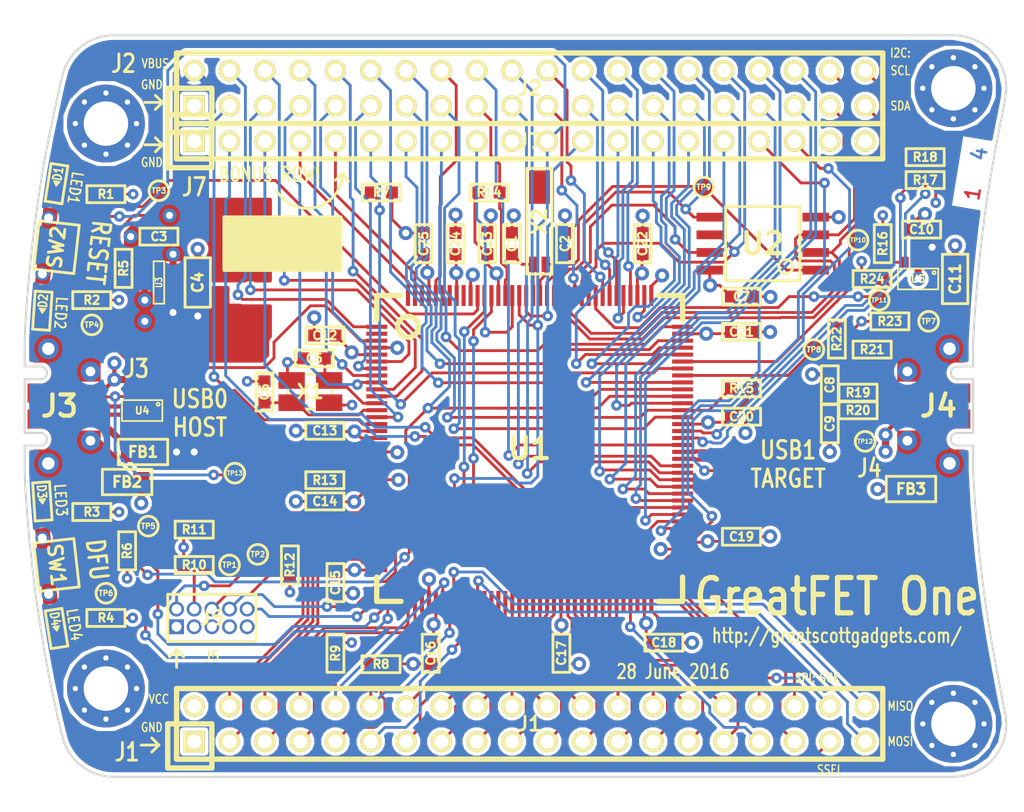
<source format=kicad_pcb>
(kicad_pcb (version 4) (host pcbnew "(2015-08-18 BZR 6102)-product")
  (layers (0 F.Cu signal) (1 C2.Cu power) (2 C3.Cu power) (31 B.Cu signal) (34 B.Paste user) (35 F.Paste user) (36 B.SilkS user) (37 F.SilkS user) (38 B.Mask user) (39 F.Mask user) (44 Edge.Cuts user))
  (net 0 "")
  (net 1 GND)
  (net 2 /RTCX1)
  (net 3 /RTCX2)
  (net 4 VCC)
  (net 5 /VBUS)
  (net 6 "Net-(C5-Pad1)")
  (net 7 "Net-(C6-Pad1)")
  (net 8 /USB1_VBUS)
  (net 9 "Net-(D1-Pad2)")
  (net 10 /LED1)
  (net 11 "Net-(D2-Pad2)")
  (net 12 /LED2)
  (net 13 "Net-(D3-Pad2)")
  (net 14 /LED3)
  (net 15 "Net-(D4-Pad2)")
  (net 16 /LED4)
  (net 17 "Net-(FB1-Pad1)")
  (net 18 /P4_9)
  (net 19 /P0_0)
  (net 20 /P4_10)
  (net 21 /P0_1)
  (net 22 /P1_0)
  (net 23 /P5_0)
  (net 24 /P1_1)
  (net 25 /P5_1)
  (net 26 /CLK0)
  (net 27 /P1_2)
  (net 28 /P1_5)
  (net 29 /P5_2)
  (net 30 /P1_7)
  (net 31 /P1_6)
  (net 32 /P1_9)
  (net 33 /P1_8)
  (net 34 /P5_3)
  (net 35 /P1_10)
  (net 36 /P1_12)
  (net 37 /P1_11)
  (net 38 /P5_5)
  (net 39 /P5_4)
  (net 40 /P1_14)
  (net 41 /P1_13)
  (net 42 /P5_6)
  (net 43 /P1_15)
  (net 44 /P5_7)
  (net 45 /P1_16)
  (net 46 /P1_18)
  (net 47 /P1_17)
  (net 48 /P9_5)
  (net 49 /P9_6)
  (net 50 /P2_0)
  (net 51 /P6_0)
  (net 52 /P1_19)
  (net 53 /P1_20)
  (net 54 /P1_3)
  (net 55 /P1_4)
  (net 56 /P4_8)
  (net 57 /P4_7)
  (net 58 /P4_6)
  (net 59 /P4_5)
  (net 60 /P4_4)
  (net 61 /P4_2)
  (net 62 /P4_3)
  (net 63 /ADC0_0)
  (net 64 /P4_0)
  (net 65 /P7_7)
  (net 66 /WAKEUP0)
  (net 67 /P3_7)
  (net 68 /P3_6)
  (net 69 /P3_5)
  (net 70 /P3_4)
  (net 71 /P3_3)
  (net 72 /PF_4)
  (net 73 /P3_2)
  (net 74 /P7_2)
  (net 75 /P3_1)
  (net 76 /P7_1)
  (net 77 /P3_0)
  (net 78 /P7_0)
  (net 79 /CLK2)
  (net 80 /P2_8)
  (net 81 /P2_7)
  (net 82 /P2_6)
  (net 83 /P2_5)
  (net 84 /P2_4)
  (net 85 /P2_3)
  (net 86 /P6_8)
  (net 87 /P6_7)
  (net 88 /P2_2)
  (net 89 /P6_6)
  (net 90 /P2_1)
  (net 91 /P6_3)
  (net 92 /I2C0_SDA)
  (net 93 /I2C0_SCL)
  (net 94 /USB0_ID)
  (net 95 /USB1_ID)
  (net 96 "Net-(J4-Pad3)")
  (net 97 "Net-(J4-Pad2)")
  (net 98 /TMS)
  (net 99 /TCK)
  (net 100 /TDO)
  (net 101 "Net-(J5-Pad7)")
  (net 102 /TDI)
  (net 103 /RESET)
  (net 104 /VBAT)
  (net 105 /RTC_ALARM)
  (net 106 /ADC0_5)
  (net 107 /ADC0_2)
  (net 108 /P2_13)
  (net 109 /P2_12)
  (net 110 /P2_11)
  (net 111 /P2_10)
  (net 112 /P2_9)
  (net 113 /P6_10)
  (net 114 /P6_9)
  (net 115 /P6_5)
  (net 116 /P6_4)
  (net 117 /P6_2)
  (net 118 /P6_1)
  (net 119 "Net-(R13-Pad1)")
  (net 120 /USB1_EN)
  (net 121 /USB1_SENSE)
  (net 122 "Net-(R23-Pad2)")
  (net 123 /USB1_FAULT)
  (net 124 /SPIFI_CS)
  (net 125 /DBGEN)
  (net 126 /TRST)
  (net 127 "Net-(U1-Pad2)")
  (net 128 "Net-(U1-Pad136)")
  (net 129 "Net-(U1-Pad138)")
  (net 130 "Net-(U1-Pad139)")
  (net 131 "Net-(U1-Pad142)")
  (net 132 /USB1_D-)
  (net 133 /USB1_D+)
  (net 134 /USB0_D+)
  (net 135 /USB0_D-)
  (net 136 "Net-(U4-Pad4)")
  (net 137 /USB0_SHIELD)
  (net 138 /USB1_SHIELD)
  (module gsg-modules:SWITCH-PTS840-P (layer F.Cu) (at 108.204 86.36 263.6)
    (fp_text reference SW2 (at 0 0 263.6) (layer F.SilkS) (effects (font (size 1.00076 1.00076) (thickness 0.2032))))
    (fp_text value RESET hide)
    (pad 2 thru_hole circle (at -2.025 0.8 263.6) (size 1 1) (drill 0.65) (layers *.Cu *.Mask) (net 1 GND))
    (pad 2 thru_hole circle (at 2.025 0.8 263.6) (size 1 1) (drill 0.65) (layers *.Cu *.Mask) (net 1 GND))
    (pad 1 smd rect (at 1.925 -0.725 263.6) (size 1.65 1.05) (layers F.Cu F.Paste F.Mask) (net 103 /RESET))
    (pad 1 smd rect (at -1.925 -0.725 263.6) (size 1.65 1.05) (layers F.Cu F.Paste F.Mask) (net 103 /RESET))
    (pad 2 smd rect (at -1.925 0.725 263.6) (size 1.65 1.05) (layers F.Cu F.Paste F.Mask) (net 1 GND))
    (pad 2 smd rect (at 1.925 0.725 263.6) (size 1.65 1.05) (layers F.Cu F.Paste F.Mask) (net 1 GND))
    (pad 0 smd rect (at 0 -1.7 263.6) (size 1.1 0.5) (layers F.Cu F.Paste F.Mask))
  )
  (module gsg-modules:SOT457 (layer F.Cu) (at 114.366 98.114 180)
    (fp_text reference U4 (at 0 0 180) (layer F.SilkS) (effects (font (size 0.508 0.508) (thickness 0.127))))
    (fp_text value IP4220CZ6 hide)
    (pad 1 smd rect (at -0.95 1.2 180) (size 0.55 0.8) (layers F.Cu F.Paste F.Mask) (net 134 /USB0_D+))
    (pad 2 smd rect (at 0 1.2 180) (size 0.55 0.8) (layers F.Cu F.Paste F.Mask) (net 1 GND))
    (pad 3 smd rect (at 0.95 1.2 180) (size 0.55 0.8) (layers F.Cu F.Paste F.Mask) (net 94 /USB0_ID))
    (pad 4 smd rect (at 0.95 -1.2 180) (size 0.55 0.8) (layers F.Cu F.Paste F.Mask) (net 136 "Net-(U4-Pad4)"))
    (pad 5 smd rect (at 0 -1.2 180) (size 0.55 0.8) (layers F.Cu F.Paste F.Mask) (net 17 "Net-(FB1-Pad1)"))
    (pad 6 smd rect (at -0.95 -1.2 180) (size 0.55 0.8) (layers F.Cu F.Paste F.Mask) (net 135 /USB0_D-))
  )
  (module gsg-modules:50MIL-HEADER-2x5-TH (layer F.Cu) (at 119.38 113.03)
    (fp_text reference J5 (at 0 0) (layer F.SilkS) (effects (font (size 1.00076 1.00076) (thickness 0.2032))))
    (fp_text value JTAG hide)
    (pad 1 thru_hole rect (at -2.54 0.635) (size 1.0668 1.0668) (drill 0.7112) (layers *.Cu *.Mask) (net 4 VCC))
    (pad 2 thru_hole circle (at -2.54 -0.635) (size 1.0668 1.0668) (drill 0.7112) (layers *.Cu *.Mask) (net 98 /TMS))
    (pad 3 thru_hole circle (at -1.27 0.635) (size 1.0668 1.0668) (drill 0.7112) (layers *.Cu *.Mask) (net 1 GND))
    (pad 4 thru_hole circle (at -1.27 -0.635) (size 1.0668 1.0668) (drill 0.7112) (layers *.Cu *.Mask) (net 99 /TCK))
    (pad 5 thru_hole circle (at 0 0.635) (size 1.0668 1.0668) (drill 0.7112) (layers *.Cu *.Mask) (net 1 GND))
    (pad 6 thru_hole circle (at 0 -0.635) (size 1.0668 1.0668) (drill 0.7112) (layers *.Cu *.Mask) (net 100 /TDO))
    (pad 7 thru_hole circle (at 1.27 0.635) (size 1.0668 1.0668) (drill 0.7112) (layers *.Cu *.Mask) (net 101 "Net-(J5-Pad7)"))
    (pad 8 thru_hole circle (at 1.27 -0.635) (size 1.0668 1.0668) (drill 0.7112) (layers *.Cu *.Mask) (net 102 /TDI))
    (pad 9 thru_hole circle (at 2.54 0.635) (size 1.0668 1.0668) (drill 0.7112) (layers *.Cu *.Mask) (net 1 GND))
    (pad 10 thru_hole circle (at 2.54 -0.635) (size 1.0668 1.0668) (drill 0.7112) (layers *.Cu *.Mask) (net 103 /RESET))
  )
  (module gsg-modules:LQFP144 (layer F.Cu) (at 142.24 100.838)
    (fp_text reference U1 (at 0 0) (layer F.SilkS) (effects (font (thickness 0.3048))))
    (fp_text value LPC4330FBD144 hide)
    (pad 1 smd rect (at -11.00074 -8.7503) (size 1.50114 0.29464) (layers F.Cu F.Paste F.Mask) (net 64 /P4_0))
    (pad 2 smd rect (at -11.00074 -8.24992) (size 1.50114 0.29464) (layers F.Cu F.Paste F.Mask) (net 127 "Net-(U1-Pad2)"))
    (pad 3 smd rect (at -11.00074 -7.74954) (size 1.50114 0.29464) (layers F.Cu F.Paste F.Mask) (net 12 /LED2))
    (pad 4 smd rect (at -11.00074 -7.24916) (size 1.50114 0.29464) (layers F.Cu F.Paste F.Mask) (net 1 GND))
    (pad 5 smd rect (at -11.00074 -6.74878) (size 1.50114 0.29464) (layers F.Cu F.Paste F.Mask) (net 4 VCC))
    (pad 6 smd rect (at -11.00074 -6.25094) (size 1.50114 0.29464) (layers F.Cu F.Paste F.Mask) (net 63 /ADC0_0))
    (pad 7 smd rect (at -11.00074 -5.75056) (size 1.50114 0.29464) (layers F.Cu F.Paste F.Mask) (net 62 /P4_3))
    (pad 8 smd rect (at -11.00074 -5.25018) (size 1.50114 0.29464) (layers F.Cu F.Paste F.Mask) (net 61 /P4_2))
    (pad 9 smd rect (at -11.00074 -4.7498) (size 1.50114 0.29464) (layers F.Cu F.Paste F.Mask) (net 60 /P4_4))
    (pad 10 smd rect (at -11.00074 -4.24942) (size 1.50114 0.29464) (layers F.Cu F.Paste F.Mask) (net 59 /P4_5))
    (pad 11 smd rect (at -11.00074 -3.74904) (size 1.50114 0.29464) (layers F.Cu F.Paste F.Mask) (net 58 /P4_6))
    (pad 12 smd rect (at -11.00074 -3.2512) (size 1.50114 0.29464) (layers F.Cu F.Paste F.Mask) (net 6 "Net-(C5-Pad1)"))
    (pad 13 smd rect (at -11.00074 -2.75082) (size 1.50114 0.29464) (layers F.Cu F.Paste F.Mask) (net 7 "Net-(C6-Pad1)"))
    (pad 14 smd rect (at -11.00074 -2.25044) (size 1.50114 0.29464) (layers F.Cu F.Paste F.Mask) (net 57 /P4_7))
    (pad 15 smd rect (at -11.00074 -1.75006) (size 1.50114 0.29464) (layers F.Cu F.Paste F.Mask) (net 56 /P4_8))
    (pad 16 smd rect (at -11.00074 -1.24968) (size 1.50114 0.29464) (layers F.Cu F.Paste F.Mask) (net 4 VCC))
    (pad 17 smd rect (at -11.00074 -0.7493) (size 1.50114 0.29464) (layers F.Cu F.Paste F.Mask) (net 4 VCC))
    (pad 18 smd rect (at -11.00074 -0.24892) (size 1.50114 0.29464) (layers F.Cu F.Paste F.Mask) (net 134 /USB0_D+))
    (pad 19 smd rect (at -11.00074 0.24892) (size 1.50114 0.29464) (layers F.Cu F.Paste F.Mask) (net 1 GND))
    (pad 20 smd rect (at -11.00074 0.7493) (size 1.50114 0.29464) (layers F.Cu F.Paste F.Mask) (net 135 /USB0_D-))
    (pad 21 smd rect (at -11.00074 1.24968) (size 1.50114 0.29464) (layers F.Cu F.Paste F.Mask) (net 5 /VBUS))
    (pad 22 smd rect (at -11.00074 1.75006) (size 1.50114 0.29464) (layers F.Cu F.Paste F.Mask) (net 94 /USB0_ID))
    (pad 23 smd rect (at -11.00074 2.25044) (size 1.50114 0.29464) (layers F.Cu F.Paste F.Mask) (net 1 GND))
    (pad 24 smd rect (at -11.00074 2.75082) (size 1.50114 0.29464) (layers F.Cu F.Paste F.Mask) (net 119 "Net-(R13-Pad1)"))
    (pad 25 smd rect (at -11.00074 3.2512) (size 1.50114 0.29464) (layers F.Cu F.Paste F.Mask) (net 4 VCC))
    (pad 26 smd rect (at -11.00074 3.74904) (size 1.50114 0.29464) (layers F.Cu F.Paste F.Mask) (net 102 /TDI))
    (pad 27 smd rect (at -11.00074 4.24942) (size 1.50114 0.29464) (layers F.Cu F.Paste F.Mask) (net 99 /TCK))
    (pad 28 smd rect (at -11.00074 4.7498) (size 1.50114 0.29464) (layers F.Cu F.Paste F.Mask) (net 125 /DBGEN))
    (pad 29 smd rect (at -11.00074 5.25018) (size 1.50114 0.29464) (layers F.Cu F.Paste F.Mask) (net 126 /TRST))
    (pad 30 smd rect (at -11.00074 5.75056) (size 1.50114 0.29464) (layers F.Cu F.Paste F.Mask) (net 98 /TMS))
    (pad 31 smd rect (at -11.00074 6.25094) (size 1.50114 0.29464) (layers F.Cu F.Paste F.Mask) (net 100 /TDO))
    (pad 32 smd rect (at -11.00074 6.74878) (size 1.50114 0.29464) (layers F.Cu F.Paste F.Mask) (net 19 /P0_0))
    (pad 33 smd rect (at -11.00074 7.24916) (size 1.50114 0.29464) (layers F.Cu F.Paste F.Mask) (net 18 /P4_9))
    (pad 34 smd rect (at -11.00074 7.74954) (size 1.50114 0.29464) (layers F.Cu F.Paste F.Mask) (net 21 /P0_1))
    (pad 35 smd rect (at -11.00074 8.24992) (size 1.50114 0.29464) (layers F.Cu F.Paste F.Mask) (net 20 /P4_10))
    (pad 36 smd rect (at -11.00074 8.7503) (size 1.50114 0.29464) (layers F.Cu F.Paste F.Mask) (net 4 VCC))
    (pad 37 smd rect (at -8.7503 11.00074 90) (size 1.50114 0.29464) (layers F.Cu F.Paste F.Mask) (net 23 /P5_0))
    (pad 38 smd rect (at -8.24992 11.00074 90) (size 1.50114 0.29464) (layers F.Cu F.Paste F.Mask) (net 22 /P1_0))
    (pad 39 smd rect (at -7.74954 11.00074 90) (size 1.50114 0.29464) (layers F.Cu F.Paste F.Mask) (net 25 /P5_1))
    (pad 40 smd rect (at -7.24916 11.00074 90) (size 1.50114 0.29464) (layers F.Cu F.Paste F.Mask) (net 1 GND))
    (pad 41 smd rect (at -6.74878 11.00074 90) (size 1.50114 0.29464) (layers F.Cu F.Paste F.Mask) (net 4 VCC))
    (pad 42 smd rect (at -6.25094 11.00074 90) (size 1.50114 0.29464) (layers F.Cu F.Paste F.Mask) (net 24 /P1_1))
    (pad 43 smd rect (at -5.75056 11.00074 90) (size 1.50114 0.29464) (layers F.Cu F.Paste F.Mask) (net 27 /P1_2))
    (pad 44 smd rect (at -5.25018 11.00074 90) (size 1.50114 0.29464) (layers F.Cu F.Paste F.Mask) (net 54 /P1_3))
    (pad 45 smd rect (at -4.7498 11.00074 90) (size 1.50114 0.29464) (layers F.Cu F.Paste F.Mask) (net 26 /CLK0))
    (pad 46 smd rect (at -4.24942 11.00074 90) (size 1.50114 0.29464) (layers F.Cu F.Paste F.Mask) (net 29 /P5_2))
    (pad 47 smd rect (at -3.74904 11.00074 90) (size 1.50114 0.29464) (layers F.Cu F.Paste F.Mask) (net 55 /P1_4))
    (pad 48 smd rect (at -3.2512 11.00074 90) (size 1.50114 0.29464) (layers F.Cu F.Paste F.Mask) (net 28 /P1_5))
    (pad 49 smd rect (at -2.75082 11.00074 90) (size 1.50114 0.29464) (layers F.Cu F.Paste F.Mask) (net 31 /P1_6))
    (pad 50 smd rect (at -2.25044 11.00074 90) (size 1.50114 0.29464) (layers F.Cu F.Paste F.Mask) (net 30 /P1_7))
    (pad 51 smd rect (at -1.75006 11.00074 90) (size 1.50114 0.29464) (layers F.Cu F.Paste F.Mask) (net 33 /P1_8))
    (pad 52 smd rect (at -1.24968 11.00074 90) (size 1.50114 0.29464) (layers F.Cu F.Paste F.Mask) (net 32 /P1_9))
    (pad 53 smd rect (at -0.7493 11.00074 90) (size 1.50114 0.29464) (layers F.Cu F.Paste F.Mask) (net 35 /P1_10))
    (pad 54 smd rect (at -0.24892 11.00074 90) (size 1.50114 0.29464) (layers F.Cu F.Paste F.Mask) (net 34 /P5_3))
    (pad 55 smd rect (at 0.24892 11.00074 90) (size 1.50114 0.29464) (layers F.Cu F.Paste F.Mask) (net 37 /P1_11))
    (pad 56 smd rect (at 0.7493 11.00074 90) (size 1.50114 0.29464) (layers F.Cu F.Paste F.Mask) (net 36 /P1_12))
    (pad 57 smd rect (at 1.24968 11.00074 90) (size 1.50114 0.29464) (layers F.Cu F.Paste F.Mask) (net 39 /P5_4))
    (pad 58 smd rect (at 1.75006 11.00074 90) (size 1.50114 0.29464) (layers F.Cu F.Paste F.Mask) (net 38 /P5_5))
    (pad 59 smd rect (at 2.25044 11.00074 90) (size 1.50114 0.29464) (layers F.Cu F.Paste F.Mask) (net 4 VCC))
    (pad 60 smd rect (at 2.75082 11.00074 90) (size 1.50114 0.29464) (layers F.Cu F.Paste F.Mask) (net 41 /P1_13))
    (pad 61 smd rect (at 3.2512 11.00074 90) (size 1.50114 0.29464) (layers F.Cu F.Paste F.Mask) (net 40 /P1_14))
    (pad 62 smd rect (at 3.74904 11.00074 90) (size 1.50114 0.29464) (layers F.Cu F.Paste F.Mask) (net 43 /P1_15))
    (pad 63 smd rect (at 4.24942 11.00074 90) (size 1.50114 0.29464) (layers F.Cu F.Paste F.Mask) (net 42 /P5_6))
    (pad 64 smd rect (at 4.7498 11.00074 90) (size 1.50114 0.29464) (layers F.Cu F.Paste F.Mask) (net 45 /P1_16))
    (pad 65 smd rect (at 5.25018 11.00074 90) (size 1.50114 0.29464) (layers F.Cu F.Paste F.Mask) (net 44 /P5_7))
    (pad 66 smd rect (at 5.75056 11.00074 90) (size 1.50114 0.29464) (layers F.Cu F.Paste F.Mask) (net 47 /P1_17))
    (pad 67 smd rect (at 6.25094 11.00074 90) (size 1.50114 0.29464) (layers F.Cu F.Paste F.Mask) (net 46 /P1_18))
    (pad 68 smd rect (at 6.74878 11.00074 90) (size 1.50114 0.29464) (layers F.Cu F.Paste F.Mask) (net 52 /P1_19))
    (pad 69 smd rect (at 7.24916 11.00074 90) (size 1.50114 0.29464) (layers F.Cu F.Paste F.Mask) (net 48 /P9_5))
    (pad 70 smd rect (at 7.74954 11.00074 90) (size 1.50114 0.29464) (layers F.Cu F.Paste F.Mask) (net 53 /P1_20))
    (pad 71 smd rect (at 8.24992 11.00074 90) (size 1.50114 0.29464) (layers F.Cu F.Paste F.Mask) (net 4 VCC))
    (pad 72 smd rect (at 8.7503 11.00074 90) (size 1.50114 0.29464) (layers F.Cu F.Paste F.Mask) (net 49 /P9_6))
    (pad 73 smd rect (at 11.00074 8.7503) (size 1.50114 0.29464) (layers F.Cu F.Paste F.Mask) (net 51 /P6_0))
    (pad 74 smd rect (at 11.00074 8.24992) (size 1.50114 0.29464) (layers F.Cu F.Paste F.Mask) (net 118 /P6_1))
    (pad 75 smd rect (at 11.00074 7.74954) (size 1.50114 0.29464) (layers F.Cu F.Paste F.Mask) (net 50 /P2_0))
    (pad 76 smd rect (at 11.00074 7.24916) (size 1.50114 0.29464) (layers F.Cu F.Paste F.Mask) (net 1 GND))
    (pad 77 smd rect (at 11.00074 6.74878) (size 1.50114 0.29464) (layers F.Cu F.Paste F.Mask) (net 4 VCC))
    (pad 78 smd rect (at 11.00074 6.25094) (size 1.50114 0.29464) (layers F.Cu F.Paste F.Mask) (net 117 /P6_2))
    (pad 79 smd rect (at 11.00074 5.75056) (size 1.50114 0.29464) (layers F.Cu F.Paste F.Mask) (net 91 /P6_3))
    (pad 80 smd rect (at 11.00074 5.25018) (size 1.50114 0.29464) (layers F.Cu F.Paste F.Mask) (net 116 /P6_4))
    (pad 81 smd rect (at 11.00074 4.7498) (size 1.50114 0.29464) (layers F.Cu F.Paste F.Mask) (net 90 /P2_1))
    (pad 82 smd rect (at 11.00074 4.24942) (size 1.50114 0.29464) (layers F.Cu F.Paste F.Mask) (net 115 /P6_5))
    (pad 83 smd rect (at 11.00074 3.74904) (size 1.50114 0.29464) (layers F.Cu F.Paste F.Mask) (net 89 /P6_6))
    (pad 84 smd rect (at 11.00074 3.2512) (size 1.50114 0.29464) (layers F.Cu F.Paste F.Mask) (net 88 /P2_2))
    (pad 85 smd rect (at 11.00074 2.75082) (size 1.50114 0.29464) (layers F.Cu F.Paste F.Mask) (net 87 /P6_7))
    (pad 86 smd rect (at 11.00074 2.25044) (size 1.50114 0.29464) (layers F.Cu F.Paste F.Mask) (net 86 /P6_8))
    (pad 87 smd rect (at 11.00074 1.75006) (size 1.50114 0.29464) (layers F.Cu F.Paste F.Mask) (net 85 /P2_3))
    (pad 88 smd rect (at 11.00074 1.24968) (size 1.50114 0.29464) (layers F.Cu F.Paste F.Mask) (net 84 /P2_4))
    (pad 89 smd rect (at 11.00074 0.7493) (size 1.50114 0.29464) (layers F.Cu F.Paste F.Mask) (net 133 /USB1_D+))
    (pad 90 smd rect (at 11.00074 0.24892) (size 1.50114 0.29464) (layers F.Cu F.Paste F.Mask) (net 132 /USB1_D-))
    (pad 91 smd rect (at 11.00074 -0.24892) (size 1.50114 0.29464) (layers F.Cu F.Paste F.Mask) (net 83 /P2_5))
    (pad 92 smd rect (at 11.00074 -0.7493) (size 1.50114 0.29464) (layers F.Cu F.Paste F.Mask) (net 93 /I2C0_SCL))
    (pad 93 smd rect (at 11.00074 -1.24968) (size 1.50114 0.29464) (layers F.Cu F.Paste F.Mask) (net 92 /I2C0_SDA))
    (pad 94 smd rect (at 11.00074 -1.75006) (size 1.50114 0.29464) (layers F.Cu F.Paste F.Mask) (net 4 VCC))
    (pad 95 smd rect (at 11.00074 -2.25044) (size 1.50114 0.29464) (layers F.Cu F.Paste F.Mask) (net 82 /P2_6))
    (pad 96 smd rect (at 11.00074 -2.75082) (size 1.50114 0.29464) (layers F.Cu F.Paste F.Mask) (net 81 /P2_7))
    (pad 97 smd rect (at 11.00074 -3.2512) (size 1.50114 0.29464) (layers F.Cu F.Paste F.Mask) (net 114 /P6_9))
    (pad 98 smd rect (at 11.00074 -3.74904) (size 1.50114 0.29464) (layers F.Cu F.Paste F.Mask) (net 80 /P2_8))
    (pad 99 smd rect (at 11.00074 -4.24942) (size 1.50114 0.29464) (layers F.Cu F.Paste F.Mask) (net 79 /CLK2))
    (pad 100 smd rect (at 11.00074 -4.7498) (size 1.50114 0.29464) (layers F.Cu F.Paste F.Mask) (net 113 /P6_10))
    (pad 101 smd rect (at 11.00074 -5.25018) (size 1.50114 0.29464) (layers F.Cu F.Paste F.Mask) (net 121 /USB1_SENSE))
    (pad 102 smd rect (at 11.00074 -5.75056) (size 1.50114 0.29464) (layers F.Cu F.Paste F.Mask) (net 112 /P2_9))
    (pad 103 smd rect (at 11.00074 -6.25094) (size 1.50114 0.29464) (layers F.Cu F.Paste F.Mask) (net 120 /USB1_EN))
    (pad 104 smd rect (at 11.00074 -6.74878) (size 1.50114 0.29464) (layers F.Cu F.Paste F.Mask) (net 111 /P2_10))
    (pad 105 smd rect (at 11.00074 -7.24916) (size 1.50114 0.29464) (layers F.Cu F.Paste F.Mask) (net 110 /P2_11))
    (pad 106 smd rect (at 11.00074 -7.74954) (size 1.50114 0.29464) (layers F.Cu F.Paste F.Mask) (net 109 /P2_12))
    (pad 107 smd rect (at 11.00074 -8.24992) (size 1.50114 0.29464) (layers F.Cu F.Paste F.Mask) (net 4 VCC))
    (pad 108 smd rect (at 11.00074 -8.7503) (size 1.50114 0.29464) (layers F.Cu F.Paste F.Mask) (net 108 /P2_13))
    (pad 109 smd rect (at 8.7503 -11.00074 90) (size 1.50114 0.29464) (layers F.Cu F.Paste F.Mask) (net 1 GND))
    (pad 110 smd rect (at 8.24992 -11.00074 90) (size 1.50114 0.29464) (layers F.Cu F.Paste F.Mask) (net 78 /P7_0))
    (pad 111 smd rect (at 7.74954 -11.00074 90) (size 1.50114 0.29464) (layers F.Cu F.Paste F.Mask) (net 4 VCC))
    (pad 112 smd rect (at 7.24916 -11.00074 90) (size 1.50114 0.29464) (layers F.Cu F.Paste F.Mask) (net 77 /P3_0))
    (pad 113 smd rect (at 6.74878 -11.00074 90) (size 1.50114 0.29464) (layers F.Cu F.Paste F.Mask) (net 76 /P7_1))
    (pad 114 smd rect (at 6.25094 -11.00074 90) (size 1.50114 0.29464) (layers F.Cu F.Paste F.Mask) (net 75 /P3_1))
    (pad 115 smd rect (at 5.75056 -11.00074 90) (size 1.50114 0.29464) (layers F.Cu F.Paste F.Mask) (net 74 /P7_2))
    (pad 116 smd rect (at 5.25018 -11.00074 90) (size 1.50114 0.29464) (layers F.Cu F.Paste F.Mask) (net 73 /P3_2))
    (pad 117 smd rect (at 4.7498 -11.00074 90) (size 1.50114 0.29464) (layers F.Cu F.Paste F.Mask) (net 123 /USB1_FAULT))
    (pad 118 smd rect (at 4.24942 -11.00074 90) (size 1.50114 0.29464) (layers F.Cu F.Paste F.Mask) (net 71 /P3_3))
    (pad 119 smd rect (at 3.74904 -11.00074 90) (size 1.50114 0.29464) (layers F.Cu F.Paste F.Mask) (net 70 /P3_4))
    (pad 120 smd rect (at 3.2512 -11.00074 90) (size 1.50114 0.29464) (layers F.Cu F.Paste F.Mask) (net 72 /PF_4))
    (pad 121 smd rect (at 2.75082 -11.00074 90) (size 1.50114 0.29464) (layers F.Cu F.Paste F.Mask) (net 69 /P3_5))
    (pad 122 smd rect (at 2.25044 -11.00074 90) (size 1.50114 0.29464) (layers F.Cu F.Paste F.Mask) (net 68 /P3_6))
    (pad 123 smd rect (at 1.75006 -11.00074 90) (size 1.50114 0.29464) (layers F.Cu F.Paste F.Mask) (net 67 /P3_7))
    (pad 124 smd rect (at 1.24968 -11.00074 90) (size 1.50114 0.29464) (layers F.Cu F.Paste F.Mask) (net 124 /SPIFI_CS))
    (pad 125 smd rect (at 0.7493 -11.00074 90) (size 1.50114 0.29464) (layers F.Cu F.Paste F.Mask) (net 2 /RTCX1))
    (pad 126 smd rect (at 0.24892 -11.00074 90) (size 1.50114 0.29464) (layers F.Cu F.Paste F.Mask) (net 3 /RTCX2))
    (pad 127 smd rect (at -0.24892 -11.00074 90) (size 1.50114 0.29464) (layers F.Cu F.Paste F.Mask) (net 104 /VBAT))
    (pad 128 smd rect (at -0.7493 -11.00074 90) (size 1.50114 0.29464) (layers F.Cu F.Paste F.Mask) (net 103 /RESET))
    (pad 129 smd rect (at -1.24968 -11.00074 90) (size 1.50114 0.29464) (layers F.Cu F.Paste F.Mask) (net 105 /RTC_ALARM))
    (pad 130 smd rect (at -1.75006 -11.00074 90) (size 1.50114 0.29464) (layers F.Cu F.Paste F.Mask) (net 66 /WAKEUP0))
    (pad 131 smd rect (at -2.25044 -11.00074 90) (size 1.50114 0.29464) (layers F.Cu F.Paste F.Mask) (net 4 VCC))
    (pad 132 smd rect (at -2.75082 -11.00074 90) (size 1.50114 0.29464) (layers F.Cu F.Paste F.Mask) (net 16 /LED4))
    (pad 133 smd rect (at -3.2512 -11.00074 90) (size 1.50114 0.29464) (layers F.Cu F.Paste F.Mask) (net 14 /LED3))
    (pad 134 smd rect (at -3.74904 -11.00074 90) (size 1.50114 0.29464) (layers F.Cu F.Paste F.Mask) (net 10 /LED1))
    (pad 135 smd rect (at -4.24942 -11.00074 90) (size 1.50114 0.29464) (layers F.Cu F.Paste F.Mask) (net 1 GND))
    (pad 136 smd rect (at -4.7498 -11.00074 90) (size 1.50114 0.29464) (layers F.Cu F.Paste F.Mask) (net 128 "Net-(U1-Pad136)"))
    (pad 137 smd rect (at -5.25018 -11.00074 90) (size 1.50114 0.29464) (layers F.Cu F.Paste F.Mask) (net 4 VCC))
    (pad 138 smd rect (at -5.75056 -11.00074 90) (size 1.50114 0.29464) (layers F.Cu F.Paste F.Mask) (net 129 "Net-(U1-Pad138)"))
    (pad 139 smd rect (at -6.25094 -11.00074 90) (size 1.50114 0.29464) (layers F.Cu F.Paste F.Mask) (net 130 "Net-(U1-Pad139)"))
    (pad 140 smd rect (at -6.74878 -11.00074 90) (size 1.50114 0.29464) (layers F.Cu F.Paste F.Mask) (net 65 /P7_7))
    (pad 141 smd rect (at -7.24916 -11.00074 90) (size 1.50114 0.29464) (layers F.Cu F.Paste F.Mask) (net 4 VCC))
    (pad 142 smd rect (at -7.74954 -11.00074 90) (size 1.50114 0.29464) (layers F.Cu F.Paste F.Mask) (net 131 "Net-(U1-Pad142)"))
    (pad 143 smd rect (at -8.24992 -11.00074 90) (size 1.50114 0.29464) (layers F.Cu F.Paste F.Mask) (net 107 /ADC0_2))
    (pad 144 smd rect (at -8.7503 -11.00074 90) (size 1.50114 0.29464) (layers F.Cu F.Paste F.Mask) (net 106 /ADC0_5))
  )
  (module gsg-modules:HEADER-1x20 (layer F.Cu) (at 142.24 78.74)
    (fp_text reference J7 (at 0 0) (layer F.SilkS) (effects (font (size 1.016 1.016) (thickness 0.2032))))
    (fp_text value BONUS_ROW hide)
    (pad 1 thru_hole rect (at -24.13 0) (size 1.524 1.524) (drill 1.016) (layers *.Cu *.Mask F.SilkS) (net 1 GND))
    (pad 2 thru_hole circle (at -21.59 0) (size 1.524 1.524) (drill 1.016) (layers *.Cu *.Mask F.SilkS) (net 116 /P6_4))
    (pad 3 thru_hole circle (at -19.05 0) (size 1.524 1.524) (drill 1.016) (layers *.Cu *.Mask F.SilkS) (net 115 /P6_5))
    (pad 4 thru_hole circle (at -16.51 0) (size 1.524 1.524) (drill 1.016) (layers *.Cu *.Mask F.SilkS) (net 106 /ADC0_5))
    (pad 5 thru_hole circle (at -13.97 0) (size 1.524 1.524) (drill 1.016) (layers *.Cu *.Mask F.SilkS) (net 107 /ADC0_2))
    (pad 6 thru_hole circle (at -11.43 0) (size 1.524 1.524) (drill 1.016) (layers *.Cu *.Mask F.SilkS) (net 112 /P2_9))
    (pad 7 thru_hole circle (at -8.89 0) (size 1.524 1.524) (drill 1.016) (layers *.Cu *.Mask F.SilkS) (net 109 /P2_12))
    (pad 8 thru_hole circle (at -6.35 0) (size 1.524 1.524) (drill 1.016) (layers *.Cu *.Mask F.SilkS) (net 108 /P2_13))
    (pad 9 thru_hole circle (at -3.81 0) (size 1.524 1.524) (drill 1.016) (layers *.Cu *.Mask F.SilkS) (net 105 /RTC_ALARM))
    (pad 10 thru_hole circle (at -1.27 0) (size 1.524 1.524) (drill 1.016) (layers *.Cu *.Mask F.SilkS) (net 1 GND))
    (pad 11 thru_hole circle (at 1.27 0) (size 1.524 1.524) (drill 1.016) (layers *.Cu *.Mask F.SilkS) (net 103 /RESET))
    (pad 12 thru_hole circle (at 3.81 0) (size 1.524 1.524) (drill 1.016) (layers *.Cu *.Mask F.SilkS) (net 104 /VBAT))
    (pad 13 thru_hole circle (at 6.35 0) (size 1.524 1.524) (drill 1.016) (layers *.Cu *.Mask F.SilkS) (net 110 /P2_11))
    (pad 14 thru_hole circle (at 8.89 0) (size 1.524 1.524) (drill 1.016) (layers *.Cu *.Mask F.SilkS) (net 111 /P2_10))
    (pad 15 thru_hole circle (at 11.43 0) (size 1.524 1.524) (drill 1.016) (layers *.Cu *.Mask F.SilkS) (net 113 /P6_10))
    (pad 16 thru_hole circle (at 13.97 0) (size 1.524 1.524) (drill 1.016) (layers *.Cu *.Mask F.SilkS) (net 114 /P6_9))
    (pad 17 thru_hole circle (at 16.51 0) (size 1.524 1.524) (drill 1.016) (layers *.Cu *.Mask F.SilkS) (net 117 /P6_2))
    (pad 18 thru_hole circle (at 19.05 0) (size 1.524 1.524) (drill 1.016) (layers *.Cu *.Mask F.SilkS) (net 118 /P6_1))
    (pad 19 thru_hole circle (at 21.59 0) (size 1.524 1.524) (drill 1.016) (layers *.Cu *.Mask F.SilkS) (net 1 GND))
    (pad 20 thru_hole circle (at 24.13 0) (size 1.524 1.524) (drill 1.016) (layers *.Cu *.Mask F.SilkS) (net 4 VCC))
  )
  (module gsg-modules:SOT457 (layer F.Cu) (at 170.18 88.646 180)
    (fp_text reference U5 (at 0 0 180) (layer F.SilkS) (effects (font (size 0.508 0.508) (thickness 0.127))))
    (fp_text value NX5P2553GV hide)
    (pad 1 smd rect (at -0.95 1.2 180) (size 0.55 0.8) (layers F.Cu F.Paste F.Mask) (net 5 /VBUS))
    (pad 2 smd rect (at 0 1.2 180) (size 0.55 0.8) (layers F.Cu F.Paste F.Mask) (net 1 GND))
    (pad 3 smd rect (at 0.95 1.2 180) (size 0.55 0.8) (layers F.Cu F.Paste F.Mask) (net 120 /USB1_EN))
    (pad 4 smd rect (at 0.95 -1.2 180) (size 0.55 0.8) (layers F.Cu F.Paste F.Mask) (net 123 /USB1_FAULT))
    (pad 5 smd rect (at 0 -1.2 180) (size 0.55 0.8) (layers F.Cu F.Paste F.Mask) (net 122 "Net-(R23-Pad2)"))
    (pad 6 smd rect (at -0.95 -1.2 180) (size 0.55 0.8) (layers F.Cu F.Paste F.Mask) (net 8 /USB1_VBUS))
  )
  (module gsg-modules:0603 (layer F.Cu) (at 140.97 86.106 90)
    (fp_text reference C1 (at 0 0 90) (layer F.SilkS) (effects (font (size 0.6096 0.6096) (thickness 0.1524))))
    (fp_text value 18pF hide)
    (pad 2 smd rect (at 0.762 0 90) (size 0.8636 0.8636) (layers F.Cu F.Paste F.Mask) (net 1 GND) (clearance 0.1778))
    (pad 1 smd rect (at -0.762 0 90) (size 0.8636 0.8636) (layers F.Cu F.Paste F.Mask) (net 3 /RTCX2) (clearance 0.1778))
  )
  (module gsg-modules:0603 (layer F.Cu) (at 144.78 86.106 90)
    (fp_text reference C2 (at 0 0 90) (layer F.SilkS) (effects (font (size 0.6096 0.6096) (thickness 0.1524))))
    (fp_text value 18pF hide)
    (pad 2 smd rect (at 0.762 0 90) (size 0.8636 0.8636) (layers F.Cu F.Paste F.Mask) (net 1 GND) (clearance 0.1778))
    (pad 1 smd rect (at -0.762 0 90) (size 0.8636 0.8636) (layers F.Cu F.Paste F.Mask) (net 2 /RTCX1) (clearance 0.1778))
  )
  (module gsg-modules:0603 (layer F.Cu) (at 115.57 85.598 180)
    (fp_text reference C3 (at 0 0 180) (layer F.SilkS) (effects (font (size 0.6096 0.6096) (thickness 0.1524))))
    (fp_text value 1uF hide)
    (pad 2 smd rect (at 0.762 0 180) (size 0.8636 0.8636) (layers F.Cu F.Paste F.Mask) (net 1 GND) (clearance 0.1778))
    (pad 1 smd rect (at -0.762 0 180) (size 0.8636 0.8636) (layers F.Cu F.Paste F.Mask) (net 4 VCC) (clearance 0.1778))
  )
  (module gsg-modules:0603 (layer F.Cu) (at 126.746 94.361 180)
    (fp_text reference C5 (at 0 0 180) (layer F.SilkS) (effects (font (size 0.6096 0.6096) (thickness 0.1524))))
    (fp_text value 18pF hide)
    (pad 2 smd rect (at 0.762 0 180) (size 0.8636 0.8636) (layers F.Cu F.Paste F.Mask) (net 1 GND) (clearance 0.1778))
    (pad 1 smd rect (at -0.762 0 180) (size 0.8636 0.8636) (layers F.Cu F.Paste F.Mask) (net 6 "Net-(C5-Pad1)") (clearance 0.1778))
  )
  (module gsg-modules:0603 (layer F.Cu) (at 123.1646 96.774 90)
    (fp_text reference C6 (at 0 0 90) (layer F.SilkS) (effects (font (size 0.6096 0.6096) (thickness 0.1524))))
    (fp_text value 18pF hide)
    (pad 2 smd rect (at 0.762 0 90) (size 0.8636 0.8636) (layers F.Cu F.Paste F.Mask) (net 1 GND) (clearance 0.1778))
    (pad 1 smd rect (at -0.762 0 90) (size 0.8636 0.8636) (layers F.Cu F.Paste F.Mask) (net 7 "Net-(C6-Pad1)") (clearance 0.1778))
  )
  (module gsg-modules:0603 (layer F.Cu) (at 157.48 89.916)
    (fp_text reference C7 (at 0 0) (layer F.SilkS) (effects (font (size 0.6096 0.6096) (thickness 0.1524))))
    (fp_text value 100nF hide)
    (pad 2 smd rect (at 0.762 0) (size 0.8636 0.8636) (layers F.Cu F.Paste F.Mask) (net 1 GND) (clearance 0.1778))
    (pad 1 smd rect (at -0.762 0) (size 0.8636 0.8636) (layers F.Cu F.Paste F.Mask) (net 4 VCC) (clearance 0.1778))
  )
  (module gsg-modules:0603 (layer F.Cu) (at 163.83 96.266 90)
    (fp_text reference C8 (at 0 0 90) (layer F.SilkS) (effects (font (size 0.6096 0.6096) (thickness 0.1524))))
    (fp_text value 18pF hide)
    (pad 2 smd rect (at 0.762 0 90) (size 0.8636 0.8636) (layers F.Cu F.Paste F.Mask) (net 1 GND) (clearance 0.1778))
    (pad 1 smd rect (at -0.762 0 90) (size 0.8636 0.8636) (layers F.Cu F.Paste F.Mask) (net 132 /USB1_D-) (clearance 0.1778))
  )
  (module gsg-modules:0603 (layer F.Cu) (at 163.83 99.06 270)
    (fp_text reference C9 (at 0 0 270) (layer F.SilkS) (effects (font (size 0.6096 0.6096) (thickness 0.1524))))
    (fp_text value 18pF hide)
    (pad 2 smd rect (at 0.762 0 270) (size 0.8636 0.8636) (layers F.Cu F.Paste F.Mask) (net 1 GND) (clearance 0.1778))
    (pad 1 smd rect (at -0.762 0 270) (size 0.8636 0.8636) (layers F.Cu F.Paste F.Mask) (net 133 /USB1_D+) (clearance 0.1778))
  )
  (module gsg-modules:0603 (layer F.Cu) (at 170.434 85.09 180)
    (fp_text reference C10 (at 0 0 180) (layer F.SilkS) (effects (font (size 0.6096 0.6096) (thickness 0.1524))))
    (fp_text value 1uF hide)
    (pad 2 smd rect (at 0.762 0 180) (size 0.8636 0.8636) (layers F.Cu F.Paste F.Mask) (net 1 GND) (clearance 0.1778))
    (pad 1 smd rect (at -0.762 0 180) (size 0.8636 0.8636) (layers F.Cu F.Paste F.Mask) (net 5 /VBUS) (clearance 0.1778))
  )
  (module gsg-modules:0603 (layer F.Cu) (at 127.508 92.71 180)
    (fp_text reference C12 (at 0 0 180) (layer F.SilkS) (effects (font (size 0.6096 0.6096) (thickness 0.1524))))
    (fp_text value 100nF hide)
    (pad 2 smd rect (at 0.762 0 180) (size 0.8636 0.8636) (layers F.Cu F.Paste F.Mask) (net 1 GND) (clearance 0.1778))
    (pad 1 smd rect (at -0.762 0 180) (size 0.8636 0.8636) (layers F.Cu F.Paste F.Mask) (net 4 VCC) (clearance 0.1778))
  )
  (module gsg-modules:0603 (layer F.Cu) (at 127.508 99.568 180)
    (fp_text reference C13 (at 0 0 180) (layer F.SilkS) (effects (font (size 0.6096 0.6096) (thickness 0.1524))))
    (fp_text value 100nF hide)
    (pad 2 smd rect (at 0.762 0 180) (size 0.8636 0.8636) (layers F.Cu F.Paste F.Mask) (net 1 GND) (clearance 0.1778))
    (pad 1 smd rect (at -0.762 0 180) (size 0.8636 0.8636) (layers F.Cu F.Paste F.Mask) (net 4 VCC) (clearance 0.1778))
  )
  (module gsg-modules:0603 (layer F.Cu) (at 127.508 104.648 180)
    (fp_text reference C14 (at 0 0 180) (layer F.SilkS) (effects (font (size 0.6096 0.6096) (thickness 0.1524))))
    (fp_text value 100nF hide)
    (pad 2 smd rect (at 0.762 0 180) (size 0.8636 0.8636) (layers F.Cu F.Paste F.Mask) (net 1 GND) (clearance 0.1778))
    (pad 1 smd rect (at -0.762 0 180) (size 0.8636 0.8636) (layers F.Cu F.Paste F.Mask) (net 4 VCC) (clearance 0.1778))
  )
  (module gsg-modules:0603 (layer F.Cu) (at 128.27 110.49 270)
    (fp_text reference C15 (at 0 0 270) (layer F.SilkS) (effects (font (size 0.6096 0.6096) (thickness 0.1524))))
    (fp_text value 100nF hide)
    (pad 2 smd rect (at 0.762 0 270) (size 0.8636 0.8636) (layers F.Cu F.Paste F.Mask) (net 1 GND) (clearance 0.1778))
    (pad 1 smd rect (at -0.762 0 270) (size 0.8636 0.8636) (layers F.Cu F.Paste F.Mask) (net 4 VCC) (clearance 0.1778))
  )
  (module gsg-modules:0603 (layer F.Cu) (at 135.128 115.57 270)
    (fp_text reference C16 (at 0 0 270) (layer F.SilkS) (effects (font (size 0.6096 0.6096) (thickness 0.1524))))
    (fp_text value 100nF hide)
    (pad 2 smd rect (at 0.762 0 270) (size 0.8636 0.8636) (layers F.Cu F.Paste F.Mask) (net 1 GND) (clearance 0.1778))
    (pad 1 smd rect (at -0.762 0 270) (size 0.8636 0.8636) (layers F.Cu F.Paste F.Mask) (net 4 VCC) (clearance 0.1778))
  )
  (module gsg-modules:0603 (layer F.Cu) (at 144.526 115.57 270)
    (fp_text reference C17 (at 0 0 270) (layer F.SilkS) (effects (font (size 0.6096 0.6096) (thickness 0.1524))))
    (fp_text value 100nF hide)
    (pad 2 smd rect (at 0.762 0 270) (size 0.8636 0.8636) (layers F.Cu F.Paste F.Mask) (net 1 GND) (clearance 0.1778))
    (pad 1 smd rect (at -0.762 0 270) (size 0.8636 0.8636) (layers F.Cu F.Paste F.Mask) (net 4 VCC) (clearance 0.1778))
  )
  (module gsg-modules:0603 (layer F.Cu) (at 151.892 114.808)
    (fp_text reference C18 (at 0 0) (layer F.SilkS) (effects (font (size 0.6096 0.6096) (thickness 0.1524))))
    (fp_text value 100nF hide)
    (pad 2 smd rect (at 0.762 0) (size 0.8636 0.8636) (layers F.Cu F.Paste F.Mask) (net 1 GND) (clearance 0.1778))
    (pad 1 smd rect (at -0.762 0) (size 0.8636 0.8636) (layers F.Cu F.Paste F.Mask) (net 4 VCC) (clearance 0.1778))
  )
  (module gsg-modules:0603 (layer F.Cu) (at 157.48 107.188)
    (fp_text reference C19 (at 0 0) (layer F.SilkS) (effects (font (size 0.6096 0.6096) (thickness 0.1524))))
    (fp_text value 100nF hide)
    (pad 2 smd rect (at 0.762 0) (size 0.8636 0.8636) (layers F.Cu F.Paste F.Mask) (net 1 GND) (clearance 0.1778))
    (pad 1 smd rect (at -0.762 0) (size 0.8636 0.8636) (layers F.Cu F.Paste F.Mask) (net 4 VCC) (clearance 0.1778))
  )
  (module gsg-modules:0603 (layer F.Cu) (at 157.48 98.552)
    (fp_text reference C20 (at 0 0) (layer F.SilkS) (effects (font (size 0.6096 0.6096) (thickness 0.1524))))
    (fp_text value 100nF hide)
    (pad 2 smd rect (at 0.762 0) (size 0.8636 0.8636) (layers F.Cu F.Paste F.Mask) (net 1 GND) (clearance 0.1778))
    (pad 1 smd rect (at -0.762 0) (size 0.8636 0.8636) (layers F.Cu F.Paste F.Mask) (net 4 VCC) (clearance 0.1778))
  )
  (module gsg-modules:0603 (layer F.Cu) (at 157.48 92.456)
    (fp_text reference C21 (at 0 0) (layer F.SilkS) (effects (font (size 0.6096 0.6096) (thickness 0.1524))))
    (fp_text value 100nF hide)
    (pad 2 smd rect (at 0.762 0) (size 0.8636 0.8636) (layers F.Cu F.Paste F.Mask) (net 1 GND) (clearance 0.1778))
    (pad 1 smd rect (at -0.762 0) (size 0.8636 0.8636) (layers F.Cu F.Paste F.Mask) (net 4 VCC) (clearance 0.1778))
  )
  (module gsg-modules:0603 (layer F.Cu) (at 150.368 86.106 90)
    (fp_text reference C22 (at 0 0 90) (layer F.SilkS) (effects (font (size 0.6096 0.6096) (thickness 0.1524))))
    (fp_text value 100nF hide)
    (pad 2 smd rect (at 0.762 0 90) (size 0.8636 0.8636) (layers F.Cu F.Paste F.Mask) (net 1 GND) (clearance 0.1778))
    (pad 1 smd rect (at -0.762 0 90) (size 0.8636 0.8636) (layers F.Cu F.Paste F.Mask) (net 4 VCC) (clearance 0.1778))
  )
  (module gsg-modules:0603 (layer F.Cu) (at 139.192 86.106 90)
    (fp_text reference C23 (at 0 0 90) (layer F.SilkS) (effects (font (size 0.6096 0.6096) (thickness 0.1524))))
    (fp_text value 100nF hide)
    (pad 2 smd rect (at 0.762 0 90) (size 0.8636 0.8636) (layers F.Cu F.Paste F.Mask) (net 1 GND) (clearance 0.1778))
    (pad 1 smd rect (at -0.762 0 90) (size 0.8636 0.8636) (layers F.Cu F.Paste F.Mask) (net 4 VCC) (clearance 0.1778))
  )
  (module gsg-modules:0603 (layer F.Cu) (at 136.906 86.106 90)
    (fp_text reference C24 (at 0 0 90) (layer F.SilkS) (effects (font (size 0.6096 0.6096) (thickness 0.1524))))
    (fp_text value 100nF hide)
    (pad 2 smd rect (at 0.762 0 90) (size 0.8636 0.8636) (layers F.Cu F.Paste F.Mask) (net 1 GND) (clearance 0.1778))
    (pad 1 smd rect (at -0.762 0 90) (size 0.8636 0.8636) (layers F.Cu F.Paste F.Mask) (net 4 VCC) (clearance 0.1778))
  )
  (module gsg-modules:0603 (layer F.Cu) (at 134.62 86.106 90)
    (fp_text reference C25 (at 0 0 90) (layer F.SilkS) (effects (font (size 0.6096 0.6096) (thickness 0.1524))))
    (fp_text value 100nF hide)
    (pad 2 smd rect (at 0.762 0 90) (size 0.8636 0.8636) (layers F.Cu F.Paste F.Mask) (net 1 GND) (clearance 0.1778))
    (pad 1 smd rect (at -0.762 0 90) (size 0.8636 0.8636) (layers F.Cu F.Paste F.Mask) (net 4 VCC) (clearance 0.1778))
  )
  (module gsg-modules:HEADER-2x20 (layer F.Cu) (at 142.24 120.65)
    (fp_text reference J1 (at 0 0) (layer F.SilkS) (effects (font (size 1.016 1.016) (thickness 0.2032))))
    (fp_text value NEIGHBOR1 hide)
    (pad 1 thru_hole rect (at -24.13 1.27) (size 1.524 1.524) (drill 1.016) (layers *.Cu *.Mask F.SilkS) (net 1 GND))
    (pad 2 thru_hole circle (at -24.13 -1.27) (size 1.524 1.524) (drill 1.016) (layers *.Cu *.Mask F.SilkS) (net 4 VCC))
    (pad 3 thru_hole circle (at -21.59 1.27) (size 1.524 1.524) (drill 1.016) (layers *.Cu *.Mask F.SilkS) (net 18 /P4_9))
    (pad 4 thru_hole circle (at -21.59 -1.27) (size 1.524 1.524) (drill 1.016) (layers *.Cu *.Mask F.SilkS) (net 19 /P0_0))
    (pad 5 thru_hole circle (at -19.05 1.27) (size 1.524 1.524) (drill 1.016) (layers *.Cu *.Mask F.SilkS) (net 20 /P4_10))
    (pad 6 thru_hole circle (at -19.05 -1.27) (size 1.524 1.524) (drill 1.016) (layers *.Cu *.Mask F.SilkS) (net 21 /P0_1))
    (pad 7 thru_hole circle (at -16.51 1.27) (size 1.524 1.524) (drill 1.016) (layers *.Cu *.Mask F.SilkS) (net 22 /P1_0))
    (pad 8 thru_hole circle (at -16.51 -1.27) (size 1.524 1.524) (drill 1.016) (layers *.Cu *.Mask F.SilkS) (net 23 /P5_0))
    (pad 9 thru_hole circle (at -13.97 1.27) (size 1.524 1.524) (drill 1.016) (layers *.Cu *.Mask F.SilkS) (net 25 /P5_1))
    (pad 10 thru_hole circle (at -13.97 -1.27) (size 1.524 1.524) (drill 1.016) (layers *.Cu *.Mask F.SilkS) (net 24 /P1_1))
    (pad 11 thru_hole circle (at -11.43 1.27) (size 1.524 1.524) (drill 1.016) (layers *.Cu *.Mask F.SilkS) (net 26 /CLK0))
    (pad 12 thru_hole circle (at -11.43 -1.27) (size 1.524 1.524) (drill 1.016) (layers *.Cu *.Mask F.SilkS) (net 27 /P1_2))
    (pad 13 thru_hole circle (at -8.89 1.27) (size 1.524 1.524) (drill 1.016) (layers *.Cu *.Mask F.SilkS) (net 28 /P1_5))
    (pad 14 thru_hole circle (at -8.89 -1.27) (size 1.524 1.524) (drill 1.016) (layers *.Cu *.Mask F.SilkS) (net 29 /P5_2))
    (pad 15 thru_hole circle (at -6.35 1.27) (size 1.524 1.524) (drill 1.016) (layers *.Cu *.Mask F.SilkS) (net 30 /P1_7))
    (pad 16 thru_hole circle (at -6.35 -1.27) (size 1.524 1.524) (drill 1.016) (layers *.Cu *.Mask F.SilkS) (net 31 /P1_6))
    (pad 17 thru_hole circle (at -3.81 1.27) (size 1.524 1.524) (drill 1.016) (layers *.Cu *.Mask F.SilkS) (net 32 /P1_9))
    (pad 18 thru_hole circle (at -3.81 -1.27) (size 1.524 1.524) (drill 1.016) (layers *.Cu *.Mask F.SilkS) (net 33 /P1_8))
    (pad 19 thru_hole circle (at -1.27 1.27) (size 1.524 1.524) (drill 1.016) (layers *.Cu *.Mask F.SilkS) (net 34 /P5_3))
    (pad 20 thru_hole circle (at -1.27 -1.27) (size 1.524 1.524) (drill 1.016) (layers *.Cu *.Mask F.SilkS) (net 35 /P1_10))
    (pad 21 thru_hole circle (at 1.27 1.27) (size 1.524 1.524) (drill 1.016) (layers *.Cu *.Mask F.SilkS) (net 36 /P1_12))
    (pad 22 thru_hole circle (at 1.27 -1.27) (size 1.524 1.524) (drill 1.016) (layers *.Cu *.Mask F.SilkS) (net 37 /P1_11))
    (pad 23 thru_hole circle (at 3.81 1.27) (size 1.524 1.524) (drill 1.016) (layers *.Cu *.Mask F.SilkS) (net 38 /P5_5))
    (pad 24 thru_hole circle (at 3.81 -1.27) (size 1.524 1.524) (drill 1.016) (layers *.Cu *.Mask F.SilkS) (net 39 /P5_4))
    (pad 25 thru_hole circle (at 6.35 1.27) (size 1.524 1.524) (drill 1.016) (layers *.Cu *.Mask F.SilkS) (net 40 /P1_14))
    (pad 26 thru_hole circle (at 6.35 -1.27) (size 1.524 1.524) (drill 1.016) (layers *.Cu *.Mask F.SilkS) (net 41 /P1_13))
    (pad 27 thru_hole circle (at 8.89 1.27) (size 1.524 1.524) (drill 1.016) (layers *.Cu *.Mask F.SilkS) (net 42 /P5_6))
    (pad 28 thru_hole circle (at 8.89 -1.27) (size 1.524 1.524) (drill 1.016) (layers *.Cu *.Mask F.SilkS) (net 43 /P1_15))
    (pad 29 thru_hole circle (at 11.43 1.27) (size 1.524 1.524) (drill 1.016) (layers *.Cu *.Mask F.SilkS) (net 44 /P5_7))
    (pad 30 thru_hole circle (at 11.43 -1.27) (size 1.524 1.524) (drill 1.016) (layers *.Cu *.Mask F.SilkS) (net 45 /P1_16))
    (pad 31 thru_hole circle (at 13.97 1.27) (size 1.524 1.524) (drill 1.016) (layers *.Cu *.Mask F.SilkS) (net 46 /P1_18))
    (pad 32 thru_hole circle (at 13.97 -1.27) (size 1.524 1.524) (drill 1.016) (layers *.Cu *.Mask F.SilkS) (net 47 /P1_17))
    (pad 33 thru_hole circle (at 16.51 1.27) (size 1.524 1.524) (drill 1.016) (layers *.Cu *.Mask F.SilkS) (net 48 /P9_5))
    (pad 34 thru_hole circle (at 16.51 -1.27) (size 1.524 1.524) (drill 1.016) (layers *.Cu *.Mask F.SilkS) (net 49 /P9_6))
    (pad 35 thru_hole circle (at 19.05 1.27) (size 1.524 1.524) (drill 1.016) (layers *.Cu *.Mask F.SilkS) (net 50 /P2_0))
    (pad 36 thru_hole circle (at 19.05 -1.27) (size 1.524 1.524) (drill 1.016) (layers *.Cu *.Mask F.SilkS) (net 51 /P6_0))
    (pad 37 thru_hole circle (at 21.59 1.27) (size 1.524 1.524) (drill 1.016) (layers *.Cu *.Mask F.SilkS) (net 53 /P1_20))
    (pad 38 thru_hole circle (at 21.59 -1.27) (size 1.524 1.524) (drill 1.016) (layers *.Cu *.Mask F.SilkS) (net 52 /P1_19))
    (pad 39 thru_hole circle (at 24.13 1.27) (size 1.524 1.524) (drill 1.016) (layers *.Cu *.Mask F.SilkS) (net 55 /P1_4))
    (pad 40 thru_hole circle (at 24.13 -1.27) (size 1.524 1.524) (drill 1.016) (layers *.Cu *.Mask F.SilkS) (net 54 /P1_3))
  )
  (module gsg-modules:HEADER-2x20 (layer F.Cu) (at 142.24 74.93)
    (fp_text reference J2 (at 0 0) (layer F.SilkS) (effects (font (size 1.016 1.016) (thickness 0.2032))))
    (fp_text value NEIGHBOR2 hide)
    (pad 1 thru_hole rect (at -24.13 1.27) (size 1.524 1.524) (drill 1.016) (layers *.Cu *.Mask F.SilkS) (net 1 GND))
    (pad 2 thru_hole circle (at -24.13 -1.27) (size 1.524 1.524) (drill 1.016) (layers *.Cu *.Mask F.SilkS) (net 5 /VBUS))
    (pad 3 thru_hole circle (at -21.59 1.27) (size 1.524 1.524) (drill 1.016) (layers *.Cu *.Mask F.SilkS) (net 56 /P4_8))
    (pad 4 thru_hole circle (at -21.59 -1.27) (size 1.524 1.524) (drill 1.016) (layers *.Cu *.Mask F.SilkS) (net 64 /P4_0))
    (pad 5 thru_hole circle (at -19.05 1.27) (size 1.524 1.524) (drill 1.016) (layers *.Cu *.Mask F.SilkS) (net 63 /ADC0_0))
    (pad 6 thru_hole circle (at -19.05 -1.27) (size 1.524 1.524) (drill 1.016) (layers *.Cu *.Mask F.SilkS) (net 59 /P4_5))
    (pad 7 thru_hole circle (at -16.51 1.27) (size 1.524 1.524) (drill 1.016) (layers *.Cu *.Mask F.SilkS) (net 60 /P4_4))
    (pad 8 thru_hole circle (at -16.51 -1.27) (size 1.524 1.524) (drill 1.016) (layers *.Cu *.Mask F.SilkS) (net 61 /P4_2))
    (pad 9 thru_hole circle (at -13.97 1.27) (size 1.524 1.524) (drill 1.016) (layers *.Cu *.Mask F.SilkS) (net 62 /P4_3))
    (pad 10 thru_hole circle (at -13.97 -1.27) (size 1.524 1.524) (drill 1.016) (layers *.Cu *.Mask F.SilkS) (net 58 /P4_6))
    (pad 11 thru_hole circle (at -11.43 1.27) (size 1.524 1.524) (drill 1.016) (layers *.Cu *.Mask F.SilkS) (net 57 /P4_7))
    (pad 12 thru_hole circle (at -11.43 -1.27) (size 1.524 1.524) (drill 1.016) (layers *.Cu *.Mask F.SilkS) (net 79 /CLK2))
    (pad 13 thru_hole circle (at -8.89 1.27) (size 1.524 1.524) (drill 1.016) (layers *.Cu *.Mask F.SilkS) (net 80 /P2_8))
    (pad 14 thru_hole circle (at -8.89 -1.27) (size 1.524 1.524) (drill 1.016) (layers *.Cu *.Mask F.SilkS) (net 81 /P2_7))
    (pad 15 thru_hole circle (at -6.35 1.27) (size 1.524 1.524) (drill 1.016) (layers *.Cu *.Mask F.SilkS) (net 82 /P2_6))
    (pad 16 thru_hole circle (at -6.35 -1.27) (size 1.524 1.524) (drill 1.016) (layers *.Cu *.Mask F.SilkS) (net 65 /P7_7))
    (pad 17 thru_hole circle (at -3.81 1.27) (size 1.524 1.524) (drill 1.016) (layers *.Cu *.Mask F.SilkS) (net 66 /WAKEUP0))
    (pad 18 thru_hole circle (at -3.81 -1.27) (size 1.524 1.524) (drill 1.016) (layers *.Cu *.Mask F.SilkS) (net 83 /P2_5))
    (pad 19 thru_hole circle (at -1.27 1.27) (size 1.524 1.524) (drill 1.016) (layers *.Cu *.Mask F.SilkS) (net 84 /P2_4))
    (pad 20 thru_hole circle (at -1.27 -1.27) (size 1.524 1.524) (drill 1.016) (layers *.Cu *.Mask F.SilkS) (net 85 /P2_3))
    (pad 21 thru_hole circle (at 1.27 1.27) (size 1.524 1.524) (drill 1.016) (layers *.Cu *.Mask F.SilkS) (net 72 /PF_4))
    (pad 22 thru_hole circle (at 1.27 -1.27) (size 1.524 1.524) (drill 1.016) (layers *.Cu *.Mask F.SilkS) (net 73 /P3_2))
    (pad 23 thru_hole circle (at 3.81 1.27) (size 1.524 1.524) (drill 1.016) (layers *.Cu *.Mask F.SilkS) (net 74 /P7_2))
    (pad 24 thru_hole circle (at 3.81 -1.27) (size 1.524 1.524) (drill 1.016) (layers *.Cu *.Mask F.SilkS) (net 75 /P3_1))
    (pad 25 thru_hole circle (at 6.35 1.27) (size 1.524 1.524) (drill 1.016) (layers *.Cu *.Mask F.SilkS) (net 76 /P7_1))
    (pad 26 thru_hole circle (at 6.35 -1.27) (size 1.524 1.524) (drill 1.016) (layers *.Cu *.Mask F.SilkS) (net 77 /P3_0))
    (pad 27 thru_hole circle (at 8.89 1.27) (size 1.524 1.524) (drill 1.016) (layers *.Cu *.Mask F.SilkS) (net 78 /P7_0))
    (pad 28 thru_hole circle (at 8.89 -1.27) (size 1.524 1.524) (drill 1.016) (layers *.Cu *.Mask F.SilkS) (net 70 /P3_4))
    (pad 29 thru_hole circle (at 11.43 1.27) (size 1.524 1.524) (drill 1.016) (layers *.Cu *.Mask F.SilkS) (net 86 /P6_8))
    (pad 30 thru_hole circle (at 11.43 -1.27) (size 1.524 1.524) (drill 1.016) (layers *.Cu *.Mask F.SilkS) (net 67 /P3_7))
    (pad 31 thru_hole circle (at 13.97 1.27) (size 1.524 1.524) (drill 1.016) (layers *.Cu *.Mask F.SilkS) (net 87 /P6_7))
    (pad 32 thru_hole circle (at 13.97 -1.27) (size 1.524 1.524) (drill 1.016) (layers *.Cu *.Mask F.SilkS) (net 71 /P3_3))
    (pad 33 thru_hole circle (at 16.51 1.27) (size 1.524 1.524) (drill 1.016) (layers *.Cu *.Mask F.SilkS) (net 88 /P2_2))
    (pad 34 thru_hole circle (at 16.51 -1.27) (size 1.524 1.524) (drill 1.016) (layers *.Cu *.Mask F.SilkS) (net 89 /P6_6))
    (pad 35 thru_hole circle (at 19.05 1.27) (size 1.524 1.524) (drill 1.016) (layers *.Cu *.Mask F.SilkS) (net 90 /P2_1))
    (pad 36 thru_hole circle (at 19.05 -1.27) (size 1.524 1.524) (drill 1.016) (layers *.Cu *.Mask F.SilkS) (net 91 /P6_3))
    (pad 37 thru_hole circle (at 21.59 1.27) (size 1.524 1.524) (drill 1.016) (layers *.Cu *.Mask F.SilkS) (net 69 /P3_5))
    (pad 38 thru_hole circle (at 21.59 -1.27) (size 1.524 1.524) (drill 1.016) (layers *.Cu *.Mask F.SilkS) (net 68 /P3_6))
    (pad 39 thru_hole circle (at 24.13 1.27) (size 1.524 1.524) (drill 1.016) (layers *.Cu *.Mask F.SilkS) (net 92 /I2C0_SDA))
    (pad 40 thru_hole circle (at 24.13 -1.27) (size 1.524 1.524) (drill 1.016) (layers *.Cu *.Mask F.SilkS) (net 93 /I2C0_SCL))
  )
  (module gsg-modules:0603 (layer F.Cu) (at 111.76 82.55 180)
    (fp_text reference R1 (at 0 0 180) (layer F.SilkS) (effects (font (size 0.6096 0.6096) (thickness 0.1524))))
    (fp_text value 330 hide)
    (pad 2 smd rect (at 0.762 0 180) (size 0.8636 0.8636) (layers F.Cu F.Paste F.Mask) (net 9 "Net-(D1-Pad2)") (clearance 0.1778))
    (pad 1 smd rect (at -0.762 0 180) (size 0.8636 0.8636) (layers F.Cu F.Paste F.Mask) (net 4 VCC) (clearance 0.1778))
  )
  (module gsg-modules:0603 (layer F.Cu) (at 110.744 90.17 180)
    (fp_text reference R2 (at 0 0 180) (layer F.SilkS) (effects (font (size 0.6096 0.6096) (thickness 0.1524))))
    (fp_text value 330 hide)
    (pad 2 smd rect (at 0.762 0 180) (size 0.8636 0.8636) (layers F.Cu F.Paste F.Mask) (net 11 "Net-(D2-Pad2)") (clearance 0.1778))
    (pad 1 smd rect (at -0.762 0 180) (size 0.8636 0.8636) (layers F.Cu F.Paste F.Mask) (net 4 VCC) (clearance 0.1778))
  )
  (module gsg-modules:0603 (layer F.Cu) (at 110.744 105.41 180)
    (fp_text reference R3 (at 0 0 180) (layer F.SilkS) (effects (font (size 0.6096 0.6096) (thickness 0.1524))))
    (fp_text value 330 hide)
    (pad 2 smd rect (at 0.762 0 180) (size 0.8636 0.8636) (layers F.Cu F.Paste F.Mask) (net 13 "Net-(D3-Pad2)") (clearance 0.1778))
    (pad 1 smd rect (at -0.762 0 180) (size 0.8636 0.8636) (layers F.Cu F.Paste F.Mask) (net 4 VCC) (clearance 0.1778))
  )
  (module gsg-modules:0603 (layer F.Cu) (at 111.76 113.03 180)
    (fp_text reference R4 (at 0 0 180) (layer F.SilkS) (effects (font (size 0.6096 0.6096) (thickness 0.1524))))
    (fp_text value 330 hide)
    (pad 2 smd rect (at 0.762 0 180) (size 0.8636 0.8636) (layers F.Cu F.Paste F.Mask) (net 15 "Net-(D4-Pad2)") (clearance 0.1778))
    (pad 1 smd rect (at -0.762 0 180) (size 0.8636 0.8636) (layers F.Cu F.Paste F.Mask) (net 4 VCC) (clearance 0.1778))
  )
  (module gsg-modules:0603 (layer F.Cu) (at 113.03 87.884 270)
    (fp_text reference R5 (at 0 0 270) (layer F.SilkS) (effects (font (size 0.6096 0.6096) (thickness 0.1524))))
    (fp_text value 10k hide)
    (pad 2 smd rect (at 0.762 0 270) (size 0.8636 0.8636) (layers F.Cu F.Paste F.Mask) (net 103 /RESET) (clearance 0.1778))
    (pad 1 smd rect (at -0.762 0 270) (size 0.8636 0.8636) (layers F.Cu F.Paste F.Mask) (net 4 VCC) (clearance 0.1778))
  )
  (module gsg-modules:0603 (layer F.Cu) (at 113.284 108.204 270)
    (fp_text reference R6 (at 0 0 270) (layer F.SilkS) (effects (font (size 0.6096 0.6096) (thickness 0.1524))))
    (fp_text value 10k hide)
    (pad 2 smd rect (at 0.762 0 270) (size 0.8636 0.8636) (layers F.Cu F.Paste F.Mask) (net 1 GND) (clearance 0.1778))
    (pad 1 smd rect (at -0.762 0 270) (size 0.8636 0.8636) (layers F.Cu F.Paste F.Mask) (net 80 /P2_8) (clearance 0.1778))
  )
  (module gsg-modules:0603 (layer F.Cu) (at 131.572 82.423)
    (fp_text reference R7 (at 0 0) (layer F.SilkS) (effects (font (size 0.6096 0.6096) (thickness 0.1524))))
    (fp_text value 10k hide)
    (pad 2 smd rect (at 0.762 0) (size 0.8636 0.8636) (layers F.Cu F.Paste F.Mask) (net 1 GND) (clearance 0.1778))
    (pad 1 smd rect (at -0.762 0) (size 0.8636 0.8636) (layers F.Cu F.Paste F.Mask) (net 112 /P2_9) (clearance 0.1778))
  )
  (module gsg-modules:0603 (layer F.Cu) (at 131.5466 116.3574)
    (fp_text reference R8 (at 0 0) (layer F.SilkS) (effects (font (size 0.6096 0.6096) (thickness 0.1524))))
    (fp_text value 10k hide)
    (pad 2 smd rect (at 0.762 0) (size 0.8636 0.8636) (layers F.Cu F.Paste F.Mask) (net 1 GND) (clearance 0.1778))
    (pad 1 smd rect (at -0.762 0) (size 0.8636 0.8636) (layers F.Cu F.Paste F.Mask) (net 27 /P1_2) (clearance 0.1778))
  )
  (module gsg-modules:0603 (layer F.Cu) (at 128.27 115.57 270)
    (fp_text reference R9 (at 0 0 270) (layer F.SilkS) (effects (font (size 0.6096 0.6096) (thickness 0.1524))))
    (fp_text value 10k hide)
    (pad 2 smd rect (at 0.762 0 270) (size 0.8636 0.8636) (layers F.Cu F.Paste F.Mask) (net 24 /P1_1) (clearance 0.1778))
    (pad 1 smd rect (at -0.762 0 270) (size 0.8636 0.8636) (layers F.Cu F.Paste F.Mask) (net 4 VCC) (clearance 0.1778))
  )
  (module gsg-modules:0603 (layer F.Cu) (at 118.11 109.22)
    (fp_text reference R10 (at 0 0) (layer F.SilkS) (effects (font (size 0.6096 0.6096) (thickness 0.1524))))
    (fp_text value 10k hide)
    (pad 2 smd rect (at 0.762 0) (size 0.8636 0.8636) (layers F.Cu F.Paste F.Mask) (net 125 /DBGEN) (clearance 0.1778))
    (pad 1 smd rect (at -0.762 0) (size 0.8636 0.8636) (layers F.Cu F.Paste F.Mask) (net 4 VCC) (clearance 0.1778))
  )
  (module gsg-modules:0603 (layer F.Cu) (at 118.11 106.68)
    (fp_text reference R11 (at 0 0) (layer F.SilkS) (effects (font (size 0.6096 0.6096) (thickness 0.1524))))
    (fp_text value 10k hide)
    (pad 2 smd rect (at 0.762 0) (size 0.8636 0.8636) (layers F.Cu F.Paste F.Mask) (net 99 /TCK) (clearance 0.1778))
    (pad 1 smd rect (at -0.762 0) (size 0.8636 0.8636) (layers F.Cu F.Paste F.Mask) (net 4 VCC) (clearance 0.1778))
  )
  (module gsg-modules:0603 (layer F.Cu) (at 124.9934 109.22 90)
    (fp_text reference R12 (at 0 0 90) (layer F.SilkS) (effects (font (size 0.6096 0.6096) (thickness 0.1524))))
    (fp_text value 10k hide)
    (pad 2 smd rect (at 0.762 0 90) (size 0.8636 0.8636) (layers F.Cu F.Paste F.Mask) (net 100 /TDO) (clearance 0.1778))
    (pad 1 smd rect (at -0.762 0 90) (size 0.8636 0.8636) (layers F.Cu F.Paste F.Mask) (net 4 VCC) (clearance 0.1778))
  )
  (module gsg-modules:0603 (layer F.Cu) (at 127.508 103.124 180)
    (fp_text reference R13 (at 0 0 180) (layer F.SilkS) (effects (font (size 0.6096 0.6096) (thickness 0.1524))))
    (fp_text value 12.0k hide)
    (pad 2 smd rect (at 0.762 0 180) (size 0.8636 0.8636) (layers F.Cu F.Paste F.Mask) (net 1 GND) (clearance 0.1778))
    (pad 1 smd rect (at -0.762 0 180) (size 0.8636 0.8636) (layers F.Cu F.Paste F.Mask) (net 119 "Net-(R13-Pad1)") (clearance 0.1778))
  )
  (module gsg-modules:0603 (layer F.Cu) (at 139.319 82.423)
    (fp_text reference R14 (at 0 0) (layer F.SilkS) (effects (font (size 0.6096 0.6096) (thickness 0.1524))))
    (fp_text value 10k hide)
    (pad 2 smd rect (at 0.762 0) (size 0.8636 0.8636) (layers F.Cu F.Paste F.Mask) (net 66 /WAKEUP0) (clearance 0.1778))
    (pad 1 smd rect (at -0.762 0) (size 0.8636 0.8636) (layers F.Cu F.Paste F.Mask) (net 4 VCC) (clearance 0.1778))
  )
  (module gsg-modules:0603 (layer F.Cu) (at 157.48 96.52 180)
    (fp_text reference R15 (at 0 0 180) (layer F.SilkS) (effects (font (size 0.6096 0.6096) (thickness 0.1524))))
    (fp_text value 10k hide)
    (pad 2 smd rect (at 0.762 0 180) (size 0.8636 0.8636) (layers F.Cu F.Paste F.Mask) (net 81 /P2_7) (clearance 0.1778))
    (pad 1 smd rect (at -0.762 0 180) (size 0.8636 0.8636) (layers F.Cu F.Paste F.Mask) (net 4 VCC) (clearance 0.1778))
  )
  (module gsg-modules:0603 (layer F.Cu) (at 167.64 86.106 270)
    (fp_text reference R16 (at 0 0 270) (layer F.SilkS) (effects (font (size 0.6096 0.6096) (thickness 0.1524))))
    (fp_text value 10k hide)
    (pad 2 smd rect (at 0.762 0 270) (size 0.8636 0.8636) (layers F.Cu F.Paste F.Mask) (net 120 /USB1_EN) (clearance 0.1778))
    (pad 1 smd rect (at -0.762 0 270) (size 0.8636 0.8636) (layers F.Cu F.Paste F.Mask) (net 1 GND) (clearance 0.1778))
  )
  (module gsg-modules:0603 (layer F.Cu) (at 170.688 81.534 180)
    (fp_text reference R17 (at 0 0 180) (layer F.SilkS) (effects (font (size 0.6096 0.6096) (thickness 0.1524))))
    (fp_text value 1.8k hide)
    (pad 2 smd rect (at 0.762 0 180) (size 0.8636 0.8636) (layers F.Cu F.Paste F.Mask) (net 92 /I2C0_SDA) (clearance 0.1778))
    (pad 1 smd rect (at -0.762 0 180) (size 0.8636 0.8636) (layers F.Cu F.Paste F.Mask) (net 4 VCC) (clearance 0.1778))
  )
  (module gsg-modules:0603 (layer F.Cu) (at 170.688 79.883 180)
    (fp_text reference R18 (at 0 0 180) (layer F.SilkS) (effects (font (size 0.6096 0.6096) (thickness 0.1524))))
    (fp_text value 1.8k hide)
    (pad 2 smd rect (at 0.762 0 180) (size 0.8636 0.8636) (layers F.Cu F.Paste F.Mask) (net 93 /I2C0_SCL) (clearance 0.1778))
    (pad 1 smd rect (at -0.762 0 180) (size 0.8636 0.8636) (layers F.Cu F.Paste F.Mask) (net 4 VCC) (clearance 0.1778))
  )
  (module gsg-modules:0603 (layer F.Cu) (at 165.862 96.8248 180)
    (fp_text reference R19 (at 0 0 180) (layer F.SilkS) (effects (font (size 0.6096 0.6096) (thickness 0.1524))))
    (fp_text value 33.0 hide)
    (pad 2 smd rect (at 0.762 0 180) (size 0.8636 0.8636) (layers F.Cu F.Paste F.Mask) (net 132 /USB1_D-) (clearance 0.1778))
    (pad 1 smd rect (at -0.762 0 180) (size 0.8636 0.8636) (layers F.Cu F.Paste F.Mask) (net 97 "Net-(J4-Pad2)") (clearance 0.1778))
  )
  (module gsg-modules:0603 (layer F.Cu) (at 165.862 98.0948 180)
    (fp_text reference R20 (at 0 0 180) (layer F.SilkS) (effects (font (size 0.6096 0.6096) (thickness 0.1524))))
    (fp_text value 33.0 hide)
    (pad 2 smd rect (at 0.762 0 180) (size 0.8636 0.8636) (layers F.Cu F.Paste F.Mask) (net 133 /USB1_D+) (clearance 0.1778))
    (pad 1 smd rect (at -0.762 0 180) (size 0.8636 0.8636) (layers F.Cu F.Paste F.Mask) (net 96 "Net-(J4-Pad3)") (clearance 0.1778))
  )
  (module gsg-modules:0603 (layer F.Cu) (at 166.878 93.726 180)
    (fp_text reference R21 (at 0 0 180) (layer F.SilkS) (effects (font (size 0.6096 0.6096) (thickness 0.1524))))
    (fp_text value 10k hide)
    (pad 2 smd rect (at 0.762 0 180) (size 0.8636 0.8636) (layers F.Cu F.Paste F.Mask) (net 121 /USB1_SENSE) (clearance 0.1778))
    (pad 1 smd rect (at -0.762 0 180) (size 0.8636 0.8636) (layers F.Cu F.Paste F.Mask) (net 8 /USB1_VBUS) (clearance 0.1778))
  )
  (module gsg-modules:0603 (layer F.Cu) (at 164.338 92.964 270)
    (fp_text reference R22 (at 0 0 270) (layer F.SilkS) (effects (font (size 0.6096 0.6096) (thickness 0.1524))))
    (fp_text value 12.0k hide)
    (pad 2 smd rect (at 0.762 0 270) (size 0.8636 0.8636) (layers F.Cu F.Paste F.Mask) (net 121 /USB1_SENSE) (clearance 0.1778))
    (pad 1 smd rect (at -0.762 0 270) (size 0.8636 0.8636) (layers F.Cu F.Paste F.Mask) (net 1 GND) (clearance 0.1778))
  )
  (module gsg-modules:0603 (layer F.Cu) (at 168.148 91.694)
    (fp_text reference R23 (at 0 0) (layer F.SilkS) (effects (font (size 0.6096 0.6096) (thickness 0.1524))))
    (fp_text value 49.9k hide)
    (pad 2 smd rect (at 0.762 0) (size 0.8636 0.8636) (layers F.Cu F.Paste F.Mask) (net 122 "Net-(R23-Pad2)") (clearance 0.1778))
    (pad 1 smd rect (at -0.762 0) (size 0.8636 0.8636) (layers F.Cu F.Paste F.Mask) (net 1 GND) (clearance 0.1778))
  )
  (module gsg-modules:0603 (layer F.Cu) (at 166.878 88.646 180)
    (fp_text reference R24 (at 0 0 180) (layer F.SilkS) (effects (font (size 0.6096 0.6096) (thickness 0.1524))))
    (fp_text value 10k hide)
    (pad 2 smd rect (at 0.762 0 180) (size 0.8636 0.8636) (layers F.Cu F.Paste F.Mask) (net 4 VCC) (clearance 0.1778))
    (pad 1 smd rect (at -0.762 0 180) (size 0.8636 0.8636) (layers F.Cu F.Paste F.Mask) (net 123 /USB1_FAULT) (clearance 0.1778))
  )
  (module gsg-modules:TESTPOINT-50MIL (layer F.Cu) (at 120.65 109.22)
    (fp_text reference TP1 (at 0 0) (layer F.SilkS) (effects (font (size 0.381 0.381) (thickness 0.09652))))
    (fp_text value DBGEN hide)
    (pad 1 smd circle (at 0 0) (size 1.27 1.27) (layers F.Cu F.Mask) (net 125 /DBGEN))
  )
  (module gsg-modules:TESTPOINT-50MIL (layer F.Cu) (at 122.682 108.458)
    (fp_text reference TP2 (at 0 0) (layer F.SilkS) (effects (font (size 0.381 0.381) (thickness 0.09652))))
    (fp_text value TRST hide)
    (pad 1 smd circle (at 0 0) (size 1.27 1.27) (layers F.Cu F.Mask) (net 126 /TRST))
  )
  (module gsg-modules:TESTPOINT-50MIL (layer F.Cu) (at 115.57 82.296)
    (fp_text reference TP3 (at 0 0) (layer F.SilkS) (effects (font (size 0.381 0.381) (thickness 0.09652))))
    (fp_text value LED1 hide)
    (pad 1 smd circle (at 0 0) (size 1.27 1.27) (layers F.Cu F.Mask) (net 10 /LED1))
  )
  (module gsg-modules:TESTPOINT-50MIL (layer F.Cu) (at 110.744 91.948)
    (fp_text reference TP4 (at 0 0) (layer F.SilkS) (effects (font (size 0.381 0.381) (thickness 0.09652))))
    (fp_text value LED2 hide)
    (pad 1 smd circle (at 0 0) (size 1.27 1.27) (layers F.Cu F.Mask) (net 12 /LED2))
  )
  (module gsg-modules:TESTPOINT-50MIL (layer F.Cu) (at 114.808 106.426)
    (fp_text reference TP5 (at 0 0) (layer F.SilkS) (effects (font (size 0.381 0.381) (thickness 0.09652))))
    (fp_text value LED3 hide)
    (pad 1 smd circle (at 0 0) (size 1.27 1.27) (layers F.Cu F.Mask) (net 14 /LED3))
  )
  (module gsg-modules:TESTPOINT-50MIL (layer F.Cu) (at 111.76 111.252)
    (fp_text reference TP6 (at 0 0) (layer F.SilkS) (effects (font (size 0.381 0.381) (thickness 0.09652))))
    (fp_text value LED4 hide)
    (pad 1 smd circle (at 0 0) (size 1.27 1.27) (layers F.Cu F.Mask) (net 16 /LED4))
  )
  (module gsg-modules:TESTPOINT-50MIL (layer F.Cu) (at 170.942 91.694)
    (fp_text reference TP7 (at 0 0) (layer F.SilkS) (effects (font (size 0.381 0.381) (thickness 0.09652))))
    (fp_text value USB1_VBUS hide)
    (pad 1 smd circle (at 0 0) (size 1.27 1.27) (layers F.Cu F.Mask) (net 8 /USB1_VBUS))
  )
  (module gsg-modules:TESTPOINT-50MIL (layer F.Cu) (at 162.687 93.726)
    (fp_text reference TP8 (at 0 0) (layer F.SilkS) (effects (font (size 0.381 0.381) (thickness 0.09652))))
    (fp_text value USB1_SENSE hide)
    (pad 1 smd circle (at 0 0) (size 1.27 1.27) (layers F.Cu F.Mask) (net 121 /USB1_SENSE))
  )
  (module gsg-modules:TESTPOINT-50MIL (layer F.Cu) (at 154.762202 82.042)
    (fp_text reference TP9 (at 0 0) (layer F.SilkS) (effects (font (size 0.381 0.381) (thickness 0.09652))))
    (fp_text value SPIFI_CS hide)
    (pad 1 smd circle (at 0 0) (size 1.27 1.27) (layers F.Cu F.Mask) (net 124 /SPIFI_CS))
  )
  (module gsg-modules:TESTPOINT-50MIL (layer F.Cu) (at 165.862 85.852)
    (fp_text reference TP10 (at 0 0) (layer F.SilkS) (effects (font (size 0.3048 0.3048) (thickness 0.0762))))
    (fp_text value USB1_EN hide)
    (pad 1 smd circle (at 0 0) (size 1.27 1.27) (layers F.Cu F.Mask) (net 120 /USB1_EN))
  )
  (module gsg-modules:TESTPOINT-50MIL (layer F.Cu) (at 167.386 90.17)
    (fp_text reference TP11 (at 0 0) (layer F.SilkS) (effects (font (size 0.3048 0.3048) (thickness 0.0762))))
    (fp_text value USB1_FAULT hide)
    (pad 1 smd circle (at 0 0) (size 1.27 1.27) (layers F.Cu F.Mask) (net 123 /USB1_FAULT))
  )
  (module gsg-modules:TESTPOINT-50MIL (layer F.Cu) (at 166.37 100.33)
    (fp_text reference TP12 (at 0 0) (layer F.SilkS) (effects (font (size 0.3048 0.3048) (thickness 0.0762))))
    (fp_text value USB1_ID hide)
    (pad 1 smd circle (at 0 0) (size 1.27 1.27) (layers F.Cu F.Mask) (net 95 /USB1_ID))
  )
  (module gsg-modules:TESTPOINT-50MIL (layer F.Cu) (at 121.031 102.616)
    (fp_text reference TP13 (at 0 0) (layer F.SilkS) (effects (font (size 0.3048 0.3048) (thickness 0.0762))))
    (fp_text value USB0_ID hide)
    (pad 1 smd circle (at 0 0) (size 1.27 1.27) (layers F.Cu F.Mask) (net 94 /USB0_ID))
  )
  (module gsg-modules:SOIC8-208 (layer F.Cu) (at 159.004 86.106 180)
    (fp_text reference U2 (at 0 0 180) (layer F.SilkS) (effects (font (thickness 0.3048))))
    (fp_text value W25Q16DV hide)
    (pad 1 smd rect (at -3.81 -1.905 180) (size 1.905 0.635) (layers F.Cu F.Paste F.Mask) (net 124 /SPIFI_CS))
    (pad 2 smd rect (at -3.81 -0.635 180) (size 1.905 0.635) (layers F.Cu F.Paste F.Mask) (net 68 /P3_6))
    (pad 3 smd rect (at -3.81 0.635 180) (size 1.905 0.635) (layers F.Cu F.Paste F.Mask) (net 69 /P3_5))
    (pad 4 smd rect (at -3.81 1.905 180) (size 1.905 0.635) (layers F.Cu F.Paste F.Mask) (net 1 GND))
    (pad 5 smd rect (at 3.81 1.905 180) (size 1.905 0.635) (layers F.Cu F.Paste F.Mask) (net 67 /P3_7))
    (pad 6 smd rect (at 3.81 0.635 180) (size 1.905 0.635) (layers F.Cu F.Paste F.Mask) (net 71 /P3_3))
    (pad 7 smd rect (at 3.81 -0.635 180) (size 1.905 0.635) (layers F.Cu F.Paste F.Mask) (net 70 /P3_4))
    (pad 8 smd rect (at 3.81 -1.905 180) (size 1.905 0.635) (layers F.Cu F.Paste F.Mask) (net 4 VCC))
  )
  (module gsg-modules:SOT23-3 (layer F.Cu) (at 115.57 88.9 270)
    (fp_text reference U3 (at 0 0 270) (layer F.SilkS) (effects (font (size 0.4572 0.381) (thickness 0.09525))))
    (fp_text value AP7333 hide)
    (pad 2 smd rect (at -0.889 -1.016 270) (size 0.9144 0.9144) (layers F.Cu F.Paste F.Mask) (net 4 VCC))
    (pad 1 smd rect (at 0.889 -1.016 270) (size 0.9144 0.9144) (layers F.Cu F.Paste F.Mask) (net 5 /VBUS))
    (pad 3 smd rect (at 0 1.016 270) (size 0.9144 0.9144) (layers F.Cu F.Paste F.Mask) (net 1 GND))
  )
  (module gsg-modules:XTAL-AB26TRQ (layer F.Cu) (at 142.944 87.592 90)
    (fp_text reference X2 (at 3.1 0 90) (layer F.SilkS) (effects (font (size 1.00076 1.00076) (thickness 0.2032))))
    (fp_text value RTC_XTAL hide)
    (pad 2 smd rect (at 0 0.45 90) (size 1.1 0.6) (layers F.Cu F.Paste F.Mask) (net 2 /RTCX1))
    (pad 1 smd rect (at 0 -0.45 90) (size 1.1 0.6) (layers F.Cu F.Paste F.Mask) (net 3 /RTCX2))
    (pad 0 smd rect (at 5.55 0 90) (size 2.4 1.5) (layers F.Cu F.Paste F.Mask))
  )
  (module gsg-modules:HOLE126MIL-COPPER (layer F.Cu) (at 111.76 77.47)
    (fp_text reference MH1 hide)
    (fp_text value MOUNTING_HOLE hide)
    (pad 1 thru_hole circle (at 0 0) (size 5.6 5.6) (drill 3.2004) (layers *.Cu *.Mask) (net 1 GND))
    (pad 1 thru_hole circle (at 0 -2.2) (size 0.6 0.6) (drill 0.381) (layers *.Cu *.Mask) (net 1 GND))
    (pad 1 thru_hole circle (at -2.2 0) (size 0.6 0.6) (drill 0.381) (layers *.Cu *.Mask) (net 1 GND))
    (pad 1 thru_hole circle (at 0 2.2) (size 0.6 0.6) (drill 0.381) (layers *.Cu *.Mask) (net 1 GND))
    (pad 1 thru_hole circle (at 2.2 0) (size 0.6 0.6) (drill 0.381) (layers *.Cu *.Mask) (net 1 GND))
    (pad 1 thru_hole circle (at 1.55 -1.55) (size 0.6 0.6) (drill 0.381) (layers *.Cu *.Mask) (net 1 GND))
    (pad 1 thru_hole circle (at -1.55 -1.55) (size 0.6 0.6) (drill 0.381) (layers *.Cu *.Mask) (net 1 GND))
    (pad 1 thru_hole circle (at -1.55 1.55) (size 0.6 0.6) (drill 0.381) (layers *.Cu *.Mask) (net 1 GND))
    (pad 1 thru_hole circle (at 1.55 1.55) (size 0.6 0.6) (drill 0.381) (layers *.Cu *.Mask) (net 1 GND))
  )
  (module gsg-modules:HOLE126MIL-COPPER (layer F.Cu) (at 111.76 118.11)
    (fp_text reference MH2 hide)
    (fp_text value MOUNTING_HOLE hide)
    (pad 1 thru_hole circle (at 0 0) (size 5.6 5.6) (drill 3.2004) (layers *.Cu *.Mask) (net 1 GND))
    (pad 1 thru_hole circle (at 0 -2.2) (size 0.6 0.6) (drill 0.381) (layers *.Cu *.Mask) (net 1 GND))
    (pad 1 thru_hole circle (at -2.2 0) (size 0.6 0.6) (drill 0.381) (layers *.Cu *.Mask) (net 1 GND))
    (pad 1 thru_hole circle (at 0 2.2) (size 0.6 0.6) (drill 0.381) (layers *.Cu *.Mask) (net 1 GND))
    (pad 1 thru_hole circle (at 2.2 0) (size 0.6 0.6) (drill 0.381) (layers *.Cu *.Mask) (net 1 GND))
    (pad 1 thru_hole circle (at 1.55 -1.55) (size 0.6 0.6) (drill 0.381) (layers *.Cu *.Mask) (net 1 GND))
    (pad 1 thru_hole circle (at -1.55 -1.55) (size 0.6 0.6) (drill 0.381) (layers *.Cu *.Mask) (net 1 GND))
    (pad 1 thru_hole circle (at -1.55 1.55) (size 0.6 0.6) (drill 0.381) (layers *.Cu *.Mask) (net 1 GND))
    (pad 1 thru_hole circle (at 1.55 1.55) (size 0.6 0.6) (drill 0.381) (layers *.Cu *.Mask) (net 1 GND))
  )
  (module gsg-modules:HOLE126MIL-COPPER (layer F.Cu) (at 172.72 120.65)
    (fp_text reference MH3 hide)
    (fp_text value MOUNTING_HOLE hide)
    (pad 1 thru_hole circle (at 0 0) (size 5.6 5.6) (drill 3.2004) (layers *.Cu *.Mask) (net 1 GND))
    (pad 1 thru_hole circle (at 0 -2.2) (size 0.6 0.6) (drill 0.381) (layers *.Cu *.Mask) (net 1 GND))
    (pad 1 thru_hole circle (at -2.2 0) (size 0.6 0.6) (drill 0.381) (layers *.Cu *.Mask) (net 1 GND))
    (pad 1 thru_hole circle (at 0 2.2) (size 0.6 0.6) (drill 0.381) (layers *.Cu *.Mask) (net 1 GND))
    (pad 1 thru_hole circle (at 2.2 0) (size 0.6 0.6) (drill 0.381) (layers *.Cu *.Mask) (net 1 GND))
    (pad 1 thru_hole circle (at 1.55 -1.55) (size 0.6 0.6) (drill 0.381) (layers *.Cu *.Mask) (net 1 GND))
    (pad 1 thru_hole circle (at -1.55 -1.55) (size 0.6 0.6) (drill 0.381) (layers *.Cu *.Mask) (net 1 GND))
    (pad 1 thru_hole circle (at -1.55 1.55) (size 0.6 0.6) (drill 0.381) (layers *.Cu *.Mask) (net 1 GND))
    (pad 1 thru_hole circle (at 1.55 1.55) (size 0.6 0.6) (drill 0.381) (layers *.Cu *.Mask) (net 1 GND))
  )
  (module gsg-modules:HOLE126MIL-COPPER (layer F.Cu) (at 172.72 74.93)
    (fp_text reference MH4 hide)
    (fp_text value MOUNTING_HOLE hide)
    (pad 1 thru_hole circle (at 0 0) (size 5.6 5.6) (drill 3.2004) (layers *.Cu *.Mask) (net 1 GND))
    (pad 1 thru_hole circle (at 0 -2.2) (size 0.6 0.6) (drill 0.381) (layers *.Cu *.Mask) (net 1 GND))
    (pad 1 thru_hole circle (at -2.2 0) (size 0.6 0.6) (drill 0.381) (layers *.Cu *.Mask) (net 1 GND))
    (pad 1 thru_hole circle (at 0 2.2) (size 0.6 0.6) (drill 0.381) (layers *.Cu *.Mask) (net 1 GND))
    (pad 1 thru_hole circle (at 2.2 0) (size 0.6 0.6) (drill 0.381) (layers *.Cu *.Mask) (net 1 GND))
    (pad 1 thru_hole circle (at 1.55 -1.55) (size 0.6 0.6) (drill 0.381) (layers *.Cu *.Mask) (net 1 GND))
    (pad 1 thru_hole circle (at -1.55 -1.55) (size 0.6 0.6) (drill 0.381) (layers *.Cu *.Mask) (net 1 GND))
    (pad 1 thru_hole circle (at -1.55 1.55) (size 0.6 0.6) (drill 0.381) (layers *.Cu *.Mask) (net 1 GND))
    (pad 1 thru_hole circle (at 1.55 1.55) (size 0.6 0.6) (drill 0.381) (layers *.Cu *.Mask) (net 1 GND))
  )
  (module gsg-modules:SWITCH-PTS840-P (layer F.Cu) (at 108.204 109.22 276.4)
    (fp_text reference SW1 (at 0 0 276.4) (layer F.SilkS) (effects (font (size 1.00076 1.00076) (thickness 0.2032))))
    (fp_text value DFU hide)
    (pad 2 thru_hole circle (at -2.025 0.8 276.4) (size 1 1) (drill 0.65) (layers *.Cu *.Mask) (net 4 VCC))
    (pad 2 thru_hole circle (at 2.025 0.8 276.4) (size 1 1) (drill 0.65) (layers *.Cu *.Mask) (net 4 VCC))
    (pad 1 smd rect (at 1.925 -0.725 276.4) (size 1.65 1.05) (layers F.Cu F.Paste F.Mask) (net 80 /P2_8))
    (pad 1 smd rect (at -1.925 -0.725 276.4) (size 1.65 1.05) (layers F.Cu F.Paste F.Mask) (net 80 /P2_8))
    (pad 2 smd rect (at -1.925 0.725 276.4) (size 1.65 1.05) (layers F.Cu F.Paste F.Mask) (net 4 VCC))
    (pad 2 smd rect (at 1.925 0.725 276.4) (size 1.65 1.05) (layers F.Cu F.Paste F.Mask) (net 4 VCC))
    (pad 0 smd rect (at 0 -1.7 276.4) (size 1.1 0.5) (layers F.Cu F.Paste F.Mask))
  )
  (module gsg-modules:0603D (layer F.Cu) (at 108.204 81.788 81)
    (fp_text reference D1 (at 0.7112 0 81) (layer F.SilkS) (effects (font (size 0.6096 0.508) (thickness 0.127))))
    (fp_text value LED1 hide)
    (pad 2 smd rect (at 0.762 0 81) (size 0.8636 0.8636) (layers F.Cu F.Paste F.Mask) (net 9 "Net-(D1-Pad2)") (clearance 0.1778))
    (pad 1 smd rect (at -0.762 0 81) (size 0.8636 0.8636) (layers F.Cu F.Paste F.Mask) (net 10 /LED1) (clearance 0.1778))
  )
  (module gsg-modules:0603D (layer F.Cu) (at 107.188 90.932 86.1)
    (fp_text reference D2 (at 0.7112 0 86.1) (layer F.SilkS) (effects (font (size 0.6096 0.508) (thickness 0.127))))
    (fp_text value LED2 hide)
    (pad 2 smd rect (at 0.762 0 86.1) (size 0.8636 0.8636) (layers F.Cu F.Paste F.Mask) (net 11 "Net-(D2-Pad2)") (clearance 0.1778))
    (pad 1 smd rect (at -0.762 0 86.1) (size 0.8636 0.8636) (layers F.Cu F.Paste F.Mask) (net 12 /LED2) (clearance 0.1778))
  )
  (module gsg-modules:0603D (layer F.Cu) (at 107.188 104.648 93.9)
    (fp_text reference D3 (at 0.7112 0 93.9) (layer F.SilkS) (effects (font (size 0.6096 0.508) (thickness 0.127))))
    (fp_text value LED3 hide)
    (pad 2 smd rect (at 0.762 0 93.9) (size 0.8636 0.8636) (layers F.Cu F.Paste F.Mask) (net 13 "Net-(D3-Pad2)") (clearance 0.1778))
    (pad 1 smd rect (at -0.762 0 93.9) (size 0.8636 0.8636) (layers F.Cu F.Paste F.Mask) (net 14 /LED3) (clearance 0.1778))
  )
  (module gsg-modules:0603D (layer F.Cu) (at 108.204 113.792 99)
    (fp_text reference D4 (at 0.7112 0 99) (layer F.SilkS) (effects (font (size 0.6096 0.508) (thickness 0.127))))
    (fp_text value LED4 hide)
    (pad 2 smd rect (at 0.762 0 99) (size 0.8636 0.8636) (layers F.Cu F.Paste F.Mask) (net 15 "Net-(D4-Pad2)") (clearance 0.1778))
    (pad 1 smd rect (at -0.762 0 99) (size 0.8636 0.8636) (layers F.Cu F.Paste F.Mask) (net 16 /LED4) (clearance 0.1778))
  )
  (module gsg-modules:0805 (layer F.Cu) (at 118.364 88.9 90)
    (fp_text reference C4 (at 0 0 90) (layer F.SilkS) (effects (font (size 0.762 0.762) (thickness 0.1905))))
    (fp_text value 10uF hide)
    (pad 2 smd rect (at 1.016 0 90) (size 1.15062 1.44018) (layers F.Cu F.Paste F.Mask) (net 1 GND) (clearance 0.1778))
    (pad 1 smd rect (at -1.016 0 90) (size 1.15062 1.44018) (layers F.Cu F.Paste F.Mask) (net 5 /VBUS) (clearance 0.1778))
  )
  (module gsg-modules:0805 (layer F.Cu) (at 172.847 88.646 90)
    (fp_text reference C11 (at 0 0 90) (layer F.SilkS) (effects (font (size 0.762 0.762) (thickness 0.1905))))
    (fp_text value 10uF hide)
    (pad 2 smd rect (at 1.016 0 90) (size 1.15062 1.44018) (layers F.Cu F.Paste F.Mask) (net 1 GND) (clearance 0.1778))
    (pad 1 smd rect (at -1.016 0 90) (size 1.15062 1.44018) (layers F.Cu F.Paste F.Mask) (net 8 /USB1_VBUS) (clearance 0.1778))
  )
  (module gsg-modules:0805 (layer F.Cu) (at 114.427 101.092)
    (fp_text reference FB1 (at 0 0) (layer F.SilkS) (effects (font (size 0.762 0.762) (thickness 0.1905))))
    (fp_text value FILTER hide)
    (pad 2 smd rect (at 1.016 0) (size 1.15062 1.44018) (layers F.Cu F.Paste F.Mask) (net 5 /VBUS) (clearance 0.1778))
    (pad 1 smd rect (at -1.016 0) (size 1.15062 1.44018) (layers F.Cu F.Paste F.Mask) (net 17 "Net-(FB1-Pad1)") (clearance 0.1778))
  )
  (module gsg-modules:0805 (layer F.Cu) (at 113.284 103.251 180)
    (fp_text reference FB2 (at 0 0 180) (layer F.SilkS) (effects (font (size 0.762 0.762) (thickness 0.1905))))
    (fp_text value FILTER hide)
    (pad 2 smd rect (at 1.016 0 180) (size 1.15062 1.44018) (layers F.Cu F.Paste F.Mask) (net 137 /USB0_SHIELD) (clearance 0.1778))
    (pad 1 smd rect (at -1.016 0 180) (size 1.15062 1.44018) (layers F.Cu F.Paste F.Mask) (net 1 GND) (clearance 0.1778))
  )
  (module gsg-modules:0805 (layer F.Cu) (at 169.672 103.759 180)
    (fp_text reference FB3 (at 0 0 180) (layer F.SilkS) (effects (font (size 0.762 0.762) (thickness 0.1905))))
    (fp_text value FILTER hide)
    (pad 2 smd rect (at 1.016 0 180) (size 1.15062 1.44018) (layers F.Cu F.Paste F.Mask) (net 1 GND) (clearance 0.1778))
    (pad 1 smd rect (at -1.016 0 180) (size 1.15062 1.44018) (layers F.Cu F.Paste F.Mask) (net 138 /USB1_SHIELD) (clearance 0.1778))
  )
  (module gsg-modules:USB-MICROB-FCI-10103592-LONGPADS (layer F.Cu) (at 105.918 97.79)
    (fp_text reference J3 (at 2.49936 0) (layer F.SilkS) (effects (font (thickness 0.3048))))
    (fp_text value USB-MICRO-B-SHIELDED hide)
    (pad 5 smd rect (at 4.775 -1.3) (size 2.25 0.4) (layers F.Cu F.Paste F.Mask) (net 1 GND) (clearance 0.2032))
    (pad 4 smd rect (at 4.775 -0.65) (size 2.25 0.4) (layers F.Cu F.Paste F.Mask) (net 94 /USB0_ID) (clearance 0.2032))
    (pad 3 smd rect (at 4.775 0) (size 2.25 0.4) (layers F.Cu F.Paste F.Mask) (net 134 /USB0_D+) (clearance 0.2032))
    (pad 2 smd rect (at 4.775 0.65) (size 2.25 0.4) (layers F.Cu F.Paste F.Mask) (net 135 /USB0_D-) (clearance 0.2032))
    (pad 1 smd rect (at 4.775 1.3) (size 2.25 0.4) (layers F.Cu F.Paste F.Mask) (net 17 "Net-(FB1-Pad1)") (clearance 0.2032))
    (pad 0 smd rect (at 1.45 -0.9375) (size 2.5 1.375) (layers F.Cu F.Paste F.Mask) (net 137 /USB0_SHIELD))
    (pad 0 smd rect (at 1.45 0.9375) (size 2.5 1.375) (layers F.Cu F.Paste F.Mask) (net 137 /USB0_SHIELD))
    (pad 0 smd rect (at 4.73 -2.83) (size 1.46 2.14) (layers F.Cu F.Paste F.Mask) (net 137 /USB0_SHIELD))
    (pad 0 smd rect (at 4.73 2.83) (size 1.46 2.14) (layers F.Cu F.Paste F.Mask) (net 137 /USB0_SHIELD))
    (pad 0 smd rect (at 3.075 -2.9875) (size 1.35 1.825) (layers F.Cu F.Mask) (net 137 /USB0_SHIELD))
    (pad 0 smd rect (at 3.075 2.9875) (size 1.35 1.825) (layers F.Cu F.Mask) (net 137 /USB0_SHIELD))
    (pad 0 smd rect (at 1.65 -4) (size 2.1 1.75) (layers F.Cu F.Paste F.Mask) (net 137 /USB0_SHIELD))
    (pad 0 smd rect (at 1.65 4) (size 2.1 1.75) (layers F.Cu F.Paste F.Mask) (net 137 /USB0_SHIELD))
    (pad 0 thru_hole circle (at 1.7 -4.125) (size 1.5 1.5) (drill 0.9) (layers *.Cu *.Mask) (net 137 /USB0_SHIELD))
    (pad 0 thru_hole circle (at 1.7 4.125) (size 1.5 1.5) (drill 0.9) (layers *.Cu *.Mask) (net 137 /USB0_SHIELD))
    (pad 0 thru_hole circle (at 4.73 -2.49) (size 1.4 1.4) (drill 0.7) (layers *.Cu *.Mask) (net 137 /USB0_SHIELD))
    (pad 0 thru_hole circle (at 4.73 2.49) (size 1.4 1.4) (drill 0.7) (layers *.Cu *.Mask) (net 137 /USB0_SHIELD))
  )
  (module gsg-modules:USB-MICROB-FCI-10103592-LONGPADS (layer F.Cu) (at 174.1424 97.79 180)
    (fp_text reference J4 (at 2.49936 0 180) (layer F.SilkS) (effects (font (thickness 0.3048))))
    (fp_text value USB-MICRO-B-SHIELDED hide)
    (pad 5 smd rect (at 4.775 -1.3 180) (size 2.25 0.4) (layers F.Cu F.Paste F.Mask) (net 1 GND) (clearance 0.2032))
    (pad 4 smd rect (at 4.775 -0.65 180) (size 2.25 0.4) (layers F.Cu F.Paste F.Mask) (net 95 /USB1_ID) (clearance 0.2032))
    (pad 3 smd rect (at 4.775 0 180) (size 2.25 0.4) (layers F.Cu F.Paste F.Mask) (net 96 "Net-(J4-Pad3)") (clearance 0.2032))
    (pad 2 smd rect (at 4.775 0.65 180) (size 2.25 0.4) (layers F.Cu F.Paste F.Mask) (net 97 "Net-(J4-Pad2)") (clearance 0.2032))
    (pad 1 smd rect (at 4.775 1.3 180) (size 2.25 0.4) (layers F.Cu F.Paste F.Mask) (net 8 /USB1_VBUS) (clearance 0.2032))
    (pad 0 smd rect (at 1.45 -0.9375 180) (size 2.5 1.375) (layers F.Cu F.Paste F.Mask) (net 138 /USB1_SHIELD))
    (pad 0 smd rect (at 1.45 0.9375 180) (size 2.5 1.375) (layers F.Cu F.Paste F.Mask) (net 138 /USB1_SHIELD))
    (pad 0 smd rect (at 4.73 -2.83 180) (size 1.46 2.14) (layers F.Cu F.Paste F.Mask) (net 138 /USB1_SHIELD))
    (pad 0 smd rect (at 4.73 2.83 180) (size 1.46 2.14) (layers F.Cu F.Paste F.Mask) (net 138 /USB1_SHIELD))
    (pad 0 smd rect (at 3.075 -2.9875 180) (size 1.35 1.825) (layers F.Cu F.Mask) (net 138 /USB1_SHIELD))
    (pad 0 smd rect (at 3.075 2.9875 180) (size 1.35 1.825) (layers F.Cu F.Mask) (net 138 /USB1_SHIELD))
    (pad 0 smd rect (at 1.65 -4 180) (size 2.1 1.75) (layers F.Cu F.Paste F.Mask) (net 138 /USB1_SHIELD))
    (pad 0 smd rect (at 1.65 4 180) (size 2.1 1.75) (layers F.Cu F.Paste F.Mask) (net 138 /USB1_SHIELD))
    (pad 0 thru_hole circle (at 1.7 -4.125 180) (size 1.5 1.5) (drill 0.9) (layers *.Cu *.Mask) (net 138 /USB1_SHIELD))
    (pad 0 thru_hole circle (at 1.7 4.125 180) (size 1.5 1.5) (drill 0.9) (layers *.Cu *.Mask) (net 138 /USB1_SHIELD))
    (pad 0 thru_hole circle (at 4.73 -2.49 180) (size 1.4 1.4) (drill 0.7) (layers *.Cu *.Mask) (net 138 /USB1_SHIELD))
    (pad 0 thru_hole circle (at 4.73 2.49 180) (size 1.4 1.4) (drill 0.7) (layers *.Cu *.Mask) (net 138 /USB1_SHIELD))
  )
  (module gsg-modules:XTAL3.2x2.5mm-EXT (layer F.Cu) (at 126.4666 96.7486 180)
    (fp_text reference X1 (at 0 0 180) (layer F.SilkS) (effects (font (thickness 0.2))))
    (fp_text value XTAL4PIN hide)
    (pad 1 smd rect (at -1.35 0.8 180) (size 1.9 1.2) (layers F.Cu F.Paste F.Mask) (net 6 "Net-(C5-Pad1)"))
    (pad 3 smd rect (at 1.35 -0.8 180) (size 1.9 1.2) (layers F.Cu F.Paste F.Mask) (net 7 "Net-(C6-Pad1)"))
    (pad 2 smd rect (at 1.35 0.8 180) (size 1.9 1.2) (layers F.Cu F.Paste F.Mask) (net 1 GND))
    (pad 4 smd rect (at -1.35 -0.8 180) (size 1.9 1.2) (layers F.Cu F.Paste F.Mask) (net 1 GND))
  )
  (gr_line (start 116.84 115.316) (end 116.84 116.586) (angle 90) (layer F.SilkS) (width 0.2032))
  (gr_line (start 116.84 115.316) (end 117.348 115.824) (angle 90) (layer F.SilkS) (width 0.2032))
  (gr_line (start 116.84 115.316) (end 116.332 115.824) (angle 90) (layer F.SilkS) (width 0.2032))
  (gr_line (start 115.57 122.174) (end 115.062 122.682) (angle 90) (layer F.SilkS) (width 0.2032))
  (gr_line (start 115.57 122.174) (end 115.062 121.666) (angle 90) (layer F.SilkS) (width 0.2032))
  (gr_line (start 115.57 122.174) (end 114.3 122.174) (angle 90) (layer F.SilkS) (width 0.2032))
  (gr_text GND (at 115.062 80.264) (layer F.SilkS) (effects (font (size 0.635 0.508) (thickness 0.1016))))
  (gr_line (start 115.824 78.994) (end 115.316 79.502) (angle 90) (layer F.SilkS) (width 0.2032))
  (gr_line (start 115.824 78.994) (end 115.316 78.486) (angle 90) (layer F.SilkS) (width 0.2032))
  (gr_line (start 115.824 78.994) (end 114.554 78.994) (angle 90) (layer F.SilkS) (width 0.2032))
  (gr_line (start 115.824 75.946) (end 115.316 76.454) (angle 90) (layer F.SilkS) (width 0.2032))
  (gr_line (start 115.824 75.946) (end 115.316 75.438) (angle 90) (layer F.SilkS) (width 0.2032))
  (gr_line (start 114.554 75.946) (end 115.824 75.946) (angle 90) (layer F.SilkS) (width 0.2032))
  (gr_text 4 (at 174.5996 79.6544 80.5) (layer B.Cu) (effects (font (size 1.016 1.016) (thickness 0.1778))))
  (gr_text 1 (at 174.117 82.4992 80.5) (layer F.Cu) (effects (font (size 1.016 1.016) (thickness 0.1778))))
  (gr_line (start 128.8034 81.026) (end 129.2098 81.6102) (angle 90) (layer F.SilkS) (width 0.2032))
  (gr_line (start 128.27 81.534) (end 128.778 81.026) (angle 90) (layer F.SilkS) (width 0.2032))
  (gr_line (start 128.778 81.026) (end 128.27 81.534) (angle 90) (layer F.SilkS) (width 0.15))
  (gr_arc (start 126.238 81.026) (end 128.778 81.026) (angle 150) (layer F.SilkS) (width 0.2032))
  (gr_text "28 June 2016" (at 152.5524 116.8908) (layer F.SilkS) (effects (font (size 1.016 0.762) (thickness 0.1524))))
  (gr_text http://greatscottgadgets.com/ (at 164.338 114.3) (layer F.SilkS) (effects (font (size 1.016 0.762) (thickness 0.1524))))
  (gr_text J5 (at 119.38 115.824) (layer F.SilkS) (effects (font (size 0.762 0.635) (thickness 0.127))))
  (gr_text GND (at 115.062 74.676) (layer F.SilkS) (effects (font (size 0.635 0.508) (thickness 0.1016))))
  (gr_text VBUS (at 115.316 73.152) (layer F.SilkS) (effects (font (size 0.635 0.508) (thickness 0.1016))))
  (gr_text VCC (at 115.57 118.872) (layer F.SilkS) (effects (font (size 0.635 0.508) (thickness 0.1016))))
  (gr_text GND (at 115.062 120.904) (layer F.SilkS) (effects (font (size 0.635 0.508) (thickness 0.1016))))
  (gr_text SPI: (at 162.052 117.348) (layer F.SilkS) (effects (font (size 0.635 0.508) (thickness 0.1016))))
  (gr_text I2C: (at 168.91 72.39) (layer F.SilkS) (effects (font (size 0.635 0.508) (thickness 0.1016))))
  (gr_text SCL (at 168.91 73.66) (layer F.SilkS) (effects (font (size 0.635 0.508) (thickness 0.1016))))
  (gr_text SDA (at 168.91 76.2) (layer F.SilkS) (effects (font (size 0.635 0.508) (thickness 0.1016))))
  (gr_text SCK (at 163.83 117.348) (layer F.SilkS) (effects (font (size 0.635 0.508) (thickness 0.1016))))
  (gr_text SSEL (at 163.83 123.952) (layer F.SilkS) (effects (font (size 0.635 0.508) (thickness 0.1016))))
  (gr_text MISO (at 168.91 119.38) (layer F.SilkS) (effects (font (size 0.635 0.508) (thickness 0.1016))))
  (gr_text MOSI (at 168.91 121.92) (layer F.SilkS) (effects (font (size 0.635 0.508) (thickness 0.1016))))
  (gr_text "BONUS ROW!" (at 123.5202 81.1276) (layer F.SilkS) (effects (font (size 1.016 0.762) (thickness 0.1524))))
  (gr_text J7 (at 118.11 82.042) (layer F.SilkS) (effects (font (size 1.27 1.016) (thickness 0.2032))))
  (gr_text J2 (at 113.03 73.152) (layer F.SilkS) (effects (font (size 1.27 1.016) (thickness 0.2032))))
  (gr_text J1 (at 113.284 122.682) (layer F.SilkS) (effects (font (size 1.27 1.016) (thickness 0.2032))))
  (gr_text "USB1\nTARGET" (at 160.8328 101.981) (layer F.SilkS) (effects (font (size 1.27 1.016) (thickness 0.2032))))
  (gr_text J4 (at 166.6748 102.2604) (layer F.SilkS) (effects (font (size 1.27 1.016) (thickness 0.2032))))
  (gr_text J3 (at 113.9698 95.0976) (layer F.SilkS) (effects (font (size 1.27 1.016) (thickness 0.2032))))
  (gr_text "USB0\nHOST" (at 118.5164 98.298) (layer F.SilkS) (effects (font (size 1.27 1.016) (thickness 0.2032))))
  (gr_text RESET (at 111.2012 86.741 263.6) (layer F.SilkS) (effects (font (size 1.27 1.016) (thickness 0.2032))))
  (gr_text DFU (at 111.125 108.839 276.4) (layer F.SilkS) (effects (font (size 1.27 1.016) (thickness 0.2032))))
  (gr_text LED4 (at 109.474 113.5126 279) (layer F.SilkS) (effects (font (size 0.762 0.635) (thickness 0.127))))
  (gr_text LED3 (at 108.5088 104.5464 273.8) (layer F.SilkS) (effects (font (size 0.762 0.635) (thickness 0.127))))
  (gr_text LED2 (at 108.5088 91.0844 266.1) (layer F.SilkS) (effects (font (size 0.762 0.635) (thickness 0.127))))
  (gr_text LED1 (at 109.5502 82.0928 261) (layer F.SilkS) (effects (font (size 0.762 0.635) (thickness 0.127))))
  (gr_line (start 176.4538 75.6666) (end 176.53 74.93) (angle 90) (layer Edge.Cuts) (width 0.15))
  (gr_line (start 105.9688 103.8352) (end 105.918 102.5398) (angle 90) (layer Edge.Cuts) (width 0.15))
  (gr_line (start 106.0958 105.5624) (end 105.9688 103.8352) (angle 90) (layer Edge.Cuts) (width 0.15))
  (gr_line (start 106.2482 107.3912) (end 106.0958 105.5624) (angle 90) (layer Edge.Cuts) (width 0.15))
  (gr_line (start 106.4514 109.2708) (end 106.2482 107.3912) (angle 90) (layer Edge.Cuts) (width 0.15))
  (gr_line (start 106.7054 111.3536) (end 106.4514 109.2708) (angle 90) (layer Edge.Cuts) (width 0.15))
  (gr_line (start 106.9848 113.284) (end 106.7054 111.3536) (angle 90) (layer Edge.Cuts) (width 0.15))
  (gr_line (start 107.3404 115.4684) (end 106.9848 113.284) (angle 90) (layer Edge.Cuts) (width 0.15))
  (gr_line (start 107.7214 117.5258) (end 107.3404 115.4684) (angle 90) (layer Edge.Cuts) (width 0.15))
  (gr_line (start 108.2802 120.142) (end 107.7214 117.5258) (angle 90) (layer Edge.Cuts) (width 0.15))
  (gr_line (start 108.5342 121.1834) (end 108.2802 120.142) (angle 90) (layer Edge.Cuts) (width 0.15))
  (gr_line (start 108.6358 121.5644) (end 108.5342 121.1834) (angle 90) (layer Edge.Cuts) (width 0.15))
  (gr_line (start 108.7374 121.9454) (end 108.6358 121.5644) (angle 90) (layer Edge.Cuts) (width 0.15))
  (gr_line (start 108.8898 122.301) (end 108.7374 121.9454) (angle 90) (layer Edge.Cuts) (width 0.15))
  (gr_line (start 109.0676 122.6312) (end 108.8898 122.301) (angle 90) (layer Edge.Cuts) (width 0.15))
  (gr_line (start 109.22 122.8598) (end 109.0676 122.6312) (angle 90) (layer Edge.Cuts) (width 0.15))
  (gr_line (start 109.4486 123.1646) (end 109.22 122.8598) (angle 90) (layer Edge.Cuts) (width 0.15))
  (gr_line (start 109.6772 123.3932) (end 109.4486 123.1646) (angle 90) (layer Edge.Cuts) (width 0.15))
  (gr_line (start 109.9312 123.6218) (end 109.6772 123.3932) (angle 90) (layer Edge.Cuts) (width 0.15))
  (gr_line (start 110.2868 123.8758) (end 109.9312 123.6218) (angle 90) (layer Edge.Cuts) (width 0.15))
  (gr_line (start 110.5662 124.0282) (end 110.2868 123.8758) (angle 90) (layer Edge.Cuts) (width 0.15))
  (gr_line (start 110.9472 124.206) (end 110.5662 124.0282) (angle 90) (layer Edge.Cuts) (width 0.15))
  (gr_line (start 111.4298 124.3584) (end 110.9472 124.206) (angle 90) (layer Edge.Cuts) (width 0.15))
  (gr_line (start 111.8362 124.4346) (end 111.4298 124.3584) (angle 90) (layer Edge.Cuts) (width 0.15))
  (gr_line (start 112.3188 124.46) (end 111.8362 124.4346) (angle 90) (layer Edge.Cuts) (width 0.15))
  (gr_line (start 105.9434 92.2528) (end 105.918 93.0402) (angle 90) (layer Edge.Cuts) (width 0.15))
  (gr_line (start 106.0704 90.3224) (end 105.9434 92.2528) (angle 90) (layer Edge.Cuts) (width 0.15))
  (gr_line (start 106.1974 88.7984) (end 106.0704 90.3224) (angle 90) (layer Edge.Cuts) (width 0.15))
  (gr_line (start 106.4006 86.741) (end 106.1974 88.7984) (angle 90) (layer Edge.Cuts) (width 0.15))
  (gr_line (start 106.6292 84.8106) (end 106.4006 86.741) (angle 90) (layer Edge.Cuts) (width 0.15))
  (gr_line (start 106.9086 82.804) (end 106.6292 84.8106) (angle 90) (layer Edge.Cuts) (width 0.15))
  (gr_line (start 107.2388 80.6704) (end 106.9086 82.804) (angle 90) (layer Edge.Cuts) (width 0.15))
  (gr_line (start 107.6706 78.3844) (end 107.2388 80.6704) (angle 90) (layer Edge.Cuts) (width 0.15))
  (gr_line (start 108.204 75.8698) (end 107.6706 78.3844) (angle 90) (layer Edge.Cuts) (width 0.15))
  (gr_line (start 108.5088 74.4982) (end 108.204 75.8698) (angle 90) (layer Edge.Cuts) (width 0.15))
  (gr_line (start 108.585 74.2188) (end 108.5088 74.4982) (angle 90) (layer Edge.Cuts) (width 0.15))
  (gr_line (start 108.6612 73.914) (end 108.585 74.2188) (angle 90) (layer Edge.Cuts) (width 0.15))
  (gr_line (start 108.7374 73.6346) (end 108.6612 73.914) (angle 90) (layer Edge.Cuts) (width 0.15))
  (gr_line (start 108.839 73.3806) (end 108.7374 73.6346) (angle 90) (layer Edge.Cuts) (width 0.15))
  (gr_line (start 109.0168 73.025) (end 108.839 73.3806) (angle 90) (layer Edge.Cuts) (width 0.15))
  (gr_line (start 109.1946 72.7456) (end 109.0168 73.025) (angle 90) (layer Edge.Cuts) (width 0.15))
  (gr_line (start 109.3724 72.517) (end 109.1946 72.7456) (angle 90) (layer Edge.Cuts) (width 0.15))
  (gr_line (start 109.5756 72.2884) (end 109.3724 72.517) (angle 90) (layer Edge.Cuts) (width 0.15))
  (gr_line (start 109.8804 72.009) (end 109.5756 72.2884) (angle 90) (layer Edge.Cuts) (width 0.15))
  (gr_line (start 110.2106 71.755) (end 109.8804 72.009) (angle 90) (layer Edge.Cuts) (width 0.15))
  (gr_line (start 110.5662 71.5518) (end 110.2106 71.755) (angle 90) (layer Edge.Cuts) (width 0.15))
  (gr_line (start 111.0234 71.3486) (end 110.5662 71.5518) (angle 90) (layer Edge.Cuts) (width 0.15))
  (gr_line (start 111.4298 71.2216) (end 111.0234 71.3486) (angle 90) (layer Edge.Cuts) (width 0.15))
  (gr_line (start 111.887 71.1454) (end 111.4298 71.2216) (angle 90) (layer Edge.Cuts) (width 0.15))
  (gr_line (start 112.3188 71.12) (end 111.887 71.1454) (angle 90) (layer Edge.Cuts) (width 0.15))
  (gr_line (start 176.4792 120.0404) (end 176.53 120.65) (angle 90) (layer Edge.Cuts) (width 0.15))
  (gr_line (start 176.3268 119.3292) (end 176.4792 120.0404) (angle 90) (layer Edge.Cuts) (width 0.15))
  (gr_line (start 176.0728 118.0084) (end 176.3268 119.3292) (angle 90) (layer Edge.Cuts) (width 0.15))
  (gr_line (start 175.7426 116.2558) (end 176.0728 118.0084) (angle 90) (layer Edge.Cuts) (width 0.15))
  (gr_line (start 175.4124 114.427) (end 175.7426 116.2558) (angle 90) (layer Edge.Cuts) (width 0.15))
  (gr_line (start 175.0822 112.3442) (end 175.4124 114.427) (angle 90) (layer Edge.Cuts) (width 0.15))
  (gr_line (start 174.8282 110.4646) (end 175.0822 112.3442) (angle 90) (layer Edge.Cuts) (width 0.15))
  (gr_line (start 174.5996 108.5342) (end 174.8282 110.4646) (angle 90) (layer Edge.Cuts) (width 0.15))
  (gr_line (start 174.4218 106.6546) (end 174.5996 108.5342) (angle 90) (layer Edge.Cuts) (width 0.15))
  (gr_line (start 174.2694 104.648) (end 174.4218 106.6546) (angle 90) (layer Edge.Cuts) (width 0.15))
  (gr_line (start 174.1424 102.5398) (end 174.2694 104.648) (angle 90) (layer Edge.Cuts) (width 0.15))
  (gr_line (start 176.3268 76.3524) (end 176.4538 75.6666) (angle 90) (layer Edge.Cuts) (width 0.15))
  (gr_line (start 175.9966 77.978) (end 176.3268 76.3524) (angle 90) (layer Edge.Cuts) (width 0.15))
  (gr_line (start 175.6918 79.6036) (end 175.9966 77.978) (angle 90) (layer Edge.Cuts) (width 0.15))
  (gr_line (start 175.387 81.3562) (end 175.6918 79.6036) (angle 90) (layer Edge.Cuts) (width 0.15))
  (gr_line (start 175.1076 83.1088) (end 175.387 81.3562) (angle 90) (layer Edge.Cuts) (width 0.15))
  (gr_line (start 174.8536 84.9884) (end 175.1076 83.1088) (angle 90) (layer Edge.Cuts) (width 0.15))
  (gr_line (start 174.6504 86.7664) (end 174.8536 84.9884) (angle 90) (layer Edge.Cuts) (width 0.15))
  (gr_line (start 174.4472 88.773) (end 174.6504 86.7664) (angle 90) (layer Edge.Cuts) (width 0.15))
  (gr_line (start 174.2694 91.0082) (end 174.4472 88.773) (angle 90) (layer Edge.Cuts) (width 0.15))
  (gr_line (start 174.1424 93.0402) (end 174.2694 91.0082) (angle 90) (layer Edge.Cuts) (width 0.15))
  (gr_line (start 105.918 100.6348) (end 105.918 102.5398) (angle 90) (layer Edge.Cuts) (width 0.15))
  (gr_line (start 107.061 100.6348) (end 105.918 100.6348) (angle 90) (layer Edge.Cuts) (width 0.15))
  (gr_line (start 105.918 99.7204) (end 107.061 99.7204) (angle 90) (layer Edge.Cuts) (width 0.15))
  (gr_line (start 105.918 95.8596) (end 105.918 99.7204) (angle 90) (layer Edge.Cuts) (width 0.15))
  (gr_line (start 107.061 95.8596) (end 105.918 95.8596) (angle 90) (layer Edge.Cuts) (width 0.15))
  (gr_line (start 105.918 94.9452) (end 105.918 93.0402) (angle 90) (layer Edge.Cuts) (width 0.15))
  (gr_line (start 107.061 94.9452) (end 105.918 94.9452) (angle 90) (layer Edge.Cuts) (width 0.15))
  (gr_arc (start 107.061 100.1776) (end 107.061 99.7204) (angle 180) (layer Edge.Cuts) (width 0.15))
  (gr_arc (start 107.061 95.4024) (end 107.061 94.9452) (angle 180) (layer Edge.Cuts) (width 0.15))
  (gr_line (start 174.1424 100.6348) (end 174.1424 102.5398) (angle 90) (layer Edge.Cuts) (width 0.15))
  (gr_line (start 172.9994 100.6348) (end 174.1424 100.6348) (angle 90) (layer Edge.Cuts) (width 0.15))
  (gr_line (start 174.1424 99.7204) (end 172.9994 99.7204) (angle 90) (layer Edge.Cuts) (width 0.15))
  (gr_line (start 174.1424 95.8596) (end 174.1424 99.7204) (angle 90) (layer Edge.Cuts) (width 0.15))
  (gr_line (start 172.9994 95.8596) (end 174.1424 95.8596) (angle 90) (layer Edge.Cuts) (width 0.15))
  (gr_line (start 174.1424 94.9452) (end 174.1424 93.0402) (angle 90) (layer Edge.Cuts) (width 0.15))
  (gr_line (start 172.9994 94.9452) (end 174.1424 94.9452) (angle 90) (layer Edge.Cuts) (width 0.15))
  (gr_arc (start 172.9994 100.1776) (end 172.9994 100.6348) (angle 180) (layer Edge.Cuts) (width 0.15))
  (gr_arc (start 172.9994 95.4024) (end 172.9994 95.8596) (angle 180) (layer Edge.Cuts) (width 0.15))
  (gr_arc (start 172.72 120.65) (end 176.53 120.65) (angle 90) (layer Edge.Cuts) (width 0.15))
  (gr_text "GreatFET One" (at 164.338 111.506) (layer F.SilkS) (effects (font (size 2.54 2.032) (thickness 0.381))))
  (gr_arc (start 172.72 74.93) (end 172.72 71.12) (angle 90) (layer Edge.Cuts) (width 0.15))
  (gr_line (start 172.72 124.46) (end 112.3188 124.46) (angle 90) (layer Edge.Cuts) (width 0.15))
  (gr_line (start 112.3188 71.12) (end 172.72 71.12) (angle 90) (layer Edge.Cuts) (width 0.15))
  (segment (start 123.1646 96.012) (end 121.92 96.012) (width 0.2032) (layer F.Cu) (net 1))
  (via (at 121.92 96.012) (size 0.762) (drill 0.3302) (layers F.Cu B.Cu) (net 1))
  (segment (start 125.7046 94.6404) (end 124.8156 94.6404) (width 0.2032) (layer F.Cu) (net 1))
  (via (at 124.8156 94.6404) (size 0.762) (drill 0.3302) (layers F.Cu B.Cu) (net 1))
  (segment (start 124.8156 94.6404) (end 124.8156 95.6476) (width 0.2032) (layer F.Cu) (net 1))
  (segment (start 125.7046 94.6404) (end 125.984 94.361) (width 0.2032) (layer F.Cu) (net 1))
  (segment (start 125.1166 95.9486) (end 124.8156 95.6476) (width 0.2032) (layer F.Cu) (net 1))
  (segment (start 127.8166 97.5486) (end 127.9818 97.7138) (width 0.2032) (layer F.Cu) (net 1))
  (segment (start 127.9818 97.7138) (end 129.4638 97.7138) (width 0.2032) (layer F.Cu) (net 1))
  (via (at 129.4638 97.7138) (size 0.762) (drill 0.3302) (layers F.Cu B.Cu) (net 1))
  (segment (start 139.446 84.074) (end 139.446 85.09) (width 0.3048) (layer F.Cu) (net 1))
  (via (at 139.446 84.074) (size 1.016) (drill 0.508) (layers F.Cu B.Cu) (net 1))
  (segment (start 139.446 85.09) (end 139.192 85.344) (width 0.3048) (layer F.Cu) (net 1))
  (segment (start 126.746 104.648) (end 126.746 103.124) (width 0.2032) (layer F.Cu) (net 1))
  (segment (start 114.3762 96.9264) (end 114.366 96.914) (width 0.508) (layer F.Cu) (net 1))
  (segment (start 112.3696 95.885) (end 113.792 95.885) (width 0.508) (layer F.Cu) (net 1))
  (via (at 112.3696 95.885) (size 1.016) (drill 0.508) (layers F.Cu B.Cu) (net 1))
  (segment (start 114.366 96.459) (end 114.366 96.914) (width 0.508) (layer F.Cu) (net 1))
  (segment (start 113.792 95.885) (end 114.366 96.459) (width 0.508) (layer F.Cu) (net 1))
  (segment (start 112.3696 94.6912) (end 112.3696 95.885) (width 0.3048) (layer F.Cu) (net 1))
  (segment (start 112.3696 95.885) (end 111.7646 96.49) (width 0.3048) (layer F.Cu) (net 1))
  (via (at 112.3696 94.6912) (size 1.016) (drill 0.508) (layers F.Cu B.Cu) (net 1))
  (segment (start 110.693 96.49) (end 111.7646 96.49) (width 0.3048) (layer F.Cu) (net 1))
  (segment (start 167.8432 101.0666) (end 167.8432 99.8474) (width 0.508) (layer F.Cu) (net 1))
  (via (at 167.8432 99.8474) (size 1.016) (drill 0.508) (layers F.Cu B.Cu) (net 1))
  (segment (start 167.8432 99.695) (end 167.8432 99.8474) (width 0.3048) (layer F.Cu) (net 1))
  (segment (start 167.8432 99.695) (end 168.4482 99.09) (width 0.3048) (layer F.Cu) (net 1))
  (via (at 167.8432 101.0666) (size 1.016) (drill 0.508) (layers F.Cu B.Cu) (net 1))
  (segment (start 169.3674 99.09) (end 168.4482 99.09) (width 0.3048) (layer F.Cu) (net 1))
  (segment (start 168.656 103.759) (end 167.259 103.759) (width 0.508) (layer F.Cu) (net 1))
  (via (at 167.259 103.759) (size 1.016) (drill 0.508) (layers F.Cu B.Cu) (net 1))
  (segment (start 172.847 87.63) (end 172.847 86.233) (width 0.508) (layer F.Cu) (net 1))
  (via (at 172.847 86.233) (size 1.016) (drill 0.508) (layers F.Cu B.Cu) (net 1))
  (segment (start 114.3 103.251) (end 114.3 104.775) (width 0.508) (layer F.Cu) (net 1))
  (via (at 114.3 104.775) (size 1.016) (drill 0.508) (layers F.Cu B.Cu) (net 1))
  (segment (start 118.364 87.884) (end 118.364 86.487) (width 0.508) (layer F.Cu) (net 1))
  (via (at 118.364 86.487) (size 1.016) (drill 0.508) (layers F.Cu B.Cu) (net 1))
  (segment (start 113.284 108.966) (end 113.284 110.1852) (width 0.2032) (layer F.Cu) (net 1))
  (via (at 113.284 110.1852) (size 0.762) (drill 0.3302) (layers F.Cu B.Cu) (net 1))
  (segment (start 107.63471 84.258445) (end 107.183261 88.283205) (width 0.2032) (layer F.Cu) (net 1))
  (via (at 114.554 91.694) (size 1.016) (drill 0.508) (layers F.Cu B.Cu) (net 1))
  (segment (start 114.554 90.17) (end 114.554 88.9) (width 0.508) (layer F.Cu) (net 1))
  (via (at 114.554 90.17) (size 1.016) (drill 0.508) (layers F.Cu B.Cu) (net 1))
  (segment (start 114.554 91.694) (end 114.554 90.17) (width 0.508) (layer F.Cu) (net 1))
  (segment (start 114.808 85.598) (end 113.538 85.598) (width 0.508) (layer F.Cu) (net 1))
  (via (at 113.538 85.598) (size 1.016) (drill 0.508) (layers F.Cu B.Cu) (net 1))
  (segment (start 132.334 82.423) (end 132.334 84.3534) (width 0.2032) (layer F.Cu) (net 1))
  (segment (start 132.334 84.3534) (end 133.3246 85.344) (width 0.2032) (layer F.Cu) (net 1))
  (segment (start 164.338 92.202) (end 165.608 92.202) (width 0.2032) (layer F.Cu) (net 1))
  (segment (start 165.608 92.202) (end 166.116 91.694) (width 0.2032) (layer F.Cu) (net 1))
  (segment (start 131.23926 101.08692) (end 132.68452 101.08692) (width 0.2032) (layer F.Cu) (net 1))
  (segment (start 132.68452 101.08692) (end 132.715 101.1174) (width 0.2032) (layer F.Cu) (net 1))
  (via (at 132.715 101.1174) (size 1.016) (drill 0.508) (layers F.Cu B.Cu) (net 1))
  (segment (start 131.23926 93.58884) (end 132.70484 93.58884) (width 0.2032) (layer F.Cu) (net 1))
  (segment (start 132.70484 93.58884) (end 132.715 93.599) (width 0.2032) (layer F.Cu) (net 1))
  (via (at 132.715 93.599) (size 1.016) (drill 0.508) (layers F.Cu B.Cu) (net 1))
  (segment (start 137.99058 89.83726) (end 137.99058 88.50122) (width 0.2032) (layer F.Cu) (net 1))
  (via (at 138.1506 88.3412) (size 1.016) (drill 0.508) (layers F.Cu B.Cu) (net 1))
  (segment (start 137.99058 88.50122) (end 138.1506 88.3412) (width 0.2032) (layer F.Cu) (net 1))
  (via (at 150.368 84.0994) (size 1.016) (drill 0.508) (layers F.Cu B.Cu) (net 1))
  (segment (start 150.368 85.344) (end 150.368 84.0994) (width 0.2032) (layer F.Cu) (net 1))
  (segment (start 167.64 85.344) (end 167.64 84.074) (width 0.2032) (layer F.Cu) (net 1))
  (via (at 167.64 84.074) (size 0.762) (drill 0.3302) (layers F.Cu B.Cu) (net 1))
  (segment (start 169.672 85.09) (end 169.672 84.981657) (width 0.3048) (layer F.Cu) (net 1))
  (segment (start 169.672 84.981657) (end 170.675499 83.978158) (width 0.508) (layer F.Cu) (net 1))
  (via (at 170.675499 83.978158) (size 1.016) (drill 0.508) (layers F.Cu B.Cu) (net 1))
  (segment (start 170.18 87.446) (end 170.18 88.646) (width 0.508) (layer F.Cu) (net 1))
  (via (at 170.18 88.646) (size 1.016) (drill 0.508) (layers F.Cu B.Cu) (net 1))
  (segment (start 167.386 91.694) (end 166.116 91.694) (width 0.2032) (layer F.Cu) (net 1))
  (via (at 166.116 91.694) (size 0.762) (drill 0.3302) (layers F.Cu B.Cu) (net 1))
  (segment (start 126.746 92.71) (end 126.746 91.4146) (width 0.2032) (layer F.Cu) (net 1))
  (via (at 126.746 91.4146) (size 1.016) (drill 0.508) (layers F.Cu B.Cu) (net 1))
  (segment (start 126.746 99.568) (end 125.4252 99.568) (width 0.2032) (layer F.Cu) (net 1))
  (via (at 125.4252 99.568) (size 1.016) (drill 0.508) (layers F.Cu B.Cu) (net 1))
  (segment (start 126.746 104.648) (end 125.4252 104.648) (width 0.2032) (layer F.Cu) (net 1))
  (via (at 125.4252 104.648) (size 1.016) (drill 0.508) (layers F.Cu B.Cu) (net 1))
  (segment (start 131.23926 103.08844) (end 132.78104 103.08844) (width 0.2032) (layer F.Cu) (net 1))
  (segment (start 132.78104 103.08844) (end 132.7912 103.0986) (width 0.2032) (layer F.Cu) (net 1))
  (via (at 132.7912 103.0986) (size 1.016) (drill 0.508) (layers F.Cu B.Cu) (net 1))
  (segment (start 163.83 99.822) (end 163.83 101.092) (width 0.3048) (layer F.Cu) (net 1))
  (via (at 163.83 101.092) (size 1.016) (drill 0.508) (layers F.Cu B.Cu) (net 1))
  (segment (start 163.83 95.504) (end 162.56 95.504) (width 0.3048) (layer F.Cu) (net 1))
  (via (at 162.56 95.504) (size 1.016) (drill 0.508) (layers F.Cu B.Cu) (net 1))
  (segment (start 158.242 92.456) (end 159.5374 92.456) (width 0.2032) (layer F.Cu) (net 1))
  (via (at 159.5374 92.456) (size 1.016) (drill 0.508) (layers F.Cu B.Cu) (net 1))
  (segment (start 158.115 92.456) (end 158.242 92.456) (width 0.2032) (layer F.Cu) (net 1))
  (segment (start 158.2166 98.552) (end 157.7594 99.0092) (width 0.2032) (layer F.Cu) (net 1))
  (segment (start 157.7594 99.0092) (end 157.7594 99.7204) (width 0.2032) (layer F.Cu) (net 1))
  (via (at 157.7594 99.7204) (size 1.016) (drill 0.508) (layers F.Cu B.Cu) (net 1))
  (segment (start 158.242 98.552) (end 158.2166 98.552) (width 0.2032) (layer F.Cu) (net 1))
  (segment (start 153.24074 108.08716) (end 151.67356 108.08716) (width 0.2032) (layer F.Cu) (net 1))
  (segment (start 151.67356 108.08716) (end 151.6634 108.077) (width 0.2032) (layer F.Cu) (net 1))
  (via (at 151.6634 108.077) (size 1.016) (drill 0.508) (layers F.Cu B.Cu) (net 1))
  (segment (start 158.242 107.188) (end 159.512 107.188) (width 0.2032) (layer F.Cu) (net 1))
  (segment (start 159.512 107.188) (end 159.5374 107.1626) (width 0.2032) (layer F.Cu) (net 1))
  (via (at 159.5374 107.1626) (size 1.016) (drill 0.508) (layers F.Cu B.Cu) (net 1))
  (segment (start 150.9903 89.83726) (end 150.9903 89.1667) (width 0.2032) (layer F.Cu) (net 1))
  (segment (start 150.9903 89.1667) (end 151.765 88.392) (width 0.2032) (layer F.Cu) (net 1))
  (via (at 151.765 88.392) (size 1.016) (drill 0.508) (layers F.Cu B.Cu) (net 1))
  (segment (start 140.97 85.344) (end 140.97 84.201) (width 0.2032) (layer F.Cu) (net 1))
  (segment (start 140.97 84.201) (end 141.097 84.074) (width 0.2032) (layer F.Cu) (net 1))
  (via (at 141.097 84.074) (size 1.016) (drill 0.508) (layers F.Cu B.Cu) (net 1))
  (segment (start 136.906 85.344) (end 136.906 84.0232) (width 0.2032) (layer F.Cu) (net 1))
  (via (at 136.906 84.0232) (size 1.016) (drill 0.508) (layers F.Cu B.Cu) (net 1))
  (segment (start 134.62 85.344) (end 133.3246 85.344) (width 0.2032) (layer F.Cu) (net 1))
  (via (at 133.3246 85.344) (size 1.016) (drill 0.508) (layers F.Cu B.Cu) (net 1))
  (segment (start 144.78 85.344) (end 144.78 84.074) (width 0.2032) (layer F.Cu) (net 1))
  (via (at 144.78 84.074) (size 1.016) (drill 0.508) (layers F.Cu B.Cu) (net 1))
  (segment (start 162.814 84.201) (end 164.465 84.201) (width 0.2032) (layer F.Cu) (net 1))
  (via (at 164.465 84.201) (size 1.016) (drill 0.508) (layers F.Cu B.Cu) (net 1))
  (segment (start 158.242 89.916) (end 159.5374 89.916) (width 0.2032) (layer F.Cu) (net 1))
  (segment (start 159.5374 89.916) (end 159.5628 89.9414) (width 0.2032) (layer F.Cu) (net 1))
  (via (at 159.5628 89.9414) (size 1.016) (drill 0.508) (layers F.Cu B.Cu) (net 1))
  (segment (start 128.27 111.252) (end 129.54 111.252) (width 0.2032) (layer F.Cu) (net 1))
  (via (at 129.54 111.252) (size 1.016) (drill 0.508) (layers F.Cu B.Cu) (net 1))
  (segment (start 133.858 116.332) (end 132.334 116.332) (width 0.2032) (layer F.Cu) (net 1))
  (segment (start 132.334 116.332) (end 132.3086 116.3574) (width 0.2032) (layer F.Cu) (net 1))
  (segment (start 135.128 116.332) (end 133.858 116.332) (width 0.2032) (layer F.Cu) (net 1))
  (via (at 133.858 116.332) (size 1.016) (drill 0.508) (layers F.Cu B.Cu) (net 1))
  (segment (start 134.99084 111.83874) (end 134.99084 110.24616) (width 0.2032) (layer F.Cu) (net 1))
  (segment (start 134.99084 110.24616) (end 135.001 110.236) (width 0.2032) (layer F.Cu) (net 1))
  (via (at 135.001 110.236) (size 1.016) (drill 0.508) (layers F.Cu B.Cu) (net 1))
  (segment (start 152.654 114.808) (end 153.924 114.808) (width 0.2032) (layer F.Cu) (net 1))
  (via (at 153.924 114.808) (size 1.016) (drill 0.508) (layers F.Cu B.Cu) (net 1))
  (segment (start 144.526 116.332) (end 145.796 116.332) (width 0.2032) (layer F.Cu) (net 1))
  (via (at 145.796 116.332) (size 1.016) (drill 0.508) (layers F.Cu B.Cu) (net 1))
  (segment (start 144.78 86.868) (end 144.056 87.592) (width 0.2032) (layer F.Cu) (net 2))
  (segment (start 144.056 87.592) (end 143.394 87.592) (width 0.2032) (layer F.Cu) (net 2))
  (segment (start 143.394 87.592) (end 143.394 88.3452) (width 0.2032) (layer F.Cu) (net 2))
  (segment (start 143.394 88.3452) (end 142.9893 88.7499) (width 0.2032) (layer F.Cu) (net 2))
  (segment (start 142.9893 88.7499) (end 142.9893 89.83726) (width 0.2032) (layer F.Cu) (net 2))
  (segment (start 140.97 86.868) (end 141.694 87.592) (width 0.2032) (layer F.Cu) (net 3))
  (segment (start 141.694 87.592) (end 142.494 87.592) (width 0.2032) (layer F.Cu) (net 3))
  (segment (start 142.48892 89.83726) (end 142.48892 87.59708) (width 0.2032) (layer F.Cu) (net 3))
  (segment (start 142.48892 87.59708) (end 142.494 87.592) (width 0.2032) (layer F.Cu) (net 3))
  (via (at 171.45 83.1596) (size 0.762) (drill 0.3302) (layers F.Cu B.Cu) (net 4))
  (segment (start 171.45 81.534) (end 171.45 83.1596) (width 0.2032) (layer F.Cu) (net 4))
  (segment (start 171.5516 81.5594) (end 171.45 81.534) (width 0.2032) (layer F.Cu) (net 4))
  (segment (start 171.4754 81.5594) (end 171.5516 81.5594) (width 0.2032) (layer F.Cu) (net 4))
  (segment (start 171.45 81.534) (end 171.4754 81.5594) (width 0.2032) (layer F.Cu) (net 4))
  (segment (start 171.45 79.883) (end 171.45 81.534) (width 0.2032) (layer F.Cu) (net 4))
  (segment (start 139.192 86.868) (end 138.303 85.979) (width 0.2032) (layer F.Cu) (net 4))
  (segment (start 138.303 85.979) (end 138.303 82.677) (width 0.2032) (layer F.Cu) (net 4))
  (segment (start 138.303 82.677) (end 138.557 82.423) (width 0.2032) (layer F.Cu) (net 4))
  (segment (start 139.98956 88.37676) (end 139.827 88.2142) (width 0.2032) (layer F.Cu) (net 4))
  (segment (start 139.192 87.5792) (end 139.8524 88.2396) (width 0.2032) (layer F.Cu) (net 4))
  (segment (start 139.192 86.868) (end 139.192 87.5792) (width 0.2032) (layer F.Cu) (net 4))
  (via (at 139.8524 88.2396) (size 1.016) (drill 0.508) (layers F.Cu B.Cu) (net 4))
  (segment (start 117.348 109.22) (end 117.348 107.95) (width 0.2032) (layer F.Cu) (net 4))
  (via (at 117.348 107.95) (size 0.762) (drill 0.3302) (layers F.Cu B.Cu) (net 4))
  (segment (start 117.348 107.95) (end 117.348 106.68) (width 0.2032) (layer F.Cu) (net 4))
  (segment (start 156.718 98.552) (end 157.9118 97.3582) (width 0.2032) (layer F.Cu) (net 4))
  (segment (start 157.9118 97.3582) (end 157.9118 96.8502) (width 0.2032) (layer F.Cu) (net 4))
  (segment (start 157.9118 96.8502) (end 158.242 96.52) (width 0.2032) (layer F.Cu) (net 4))
  (segment (start 113.03 87.122) (end 112.6998 86.7918) (width 0.2032) (layer F.Cu) (net 4))
  (segment (start 112.6998 86.7918) (end 112.6998 85.1408) (width 0.2032) (layer F.Cu) (net 4))
  (segment (start 112.6998 85.1408) (end 113.7666 84.074) (width 0.2032) (layer F.Cu) (net 4))
  (segment (start 113.7666 84.074) (end 116.332 84.074) (width 0.2032) (layer F.Cu) (net 4))
  (via (at 116.586 86.868) (size 1.016) (drill 0.508) (layers F.Cu B.Cu) (net 4))
  (segment (start 107.183261 107.296795) (end 107.63471 111.321555) (width 0.2032) (layer F.Cu) (net 4))
  (segment (start 116.332 85.598) (end 116.332 84.0994) (width 0.508) (layer F.Cu) (net 4))
  (via (at 116.332 84.074) (size 1.016) (drill 0.508) (layers F.Cu B.Cu) (net 4))
  (segment (start 116.332 85.598) (end 116.332 86.614) (width 0.508) (layer F.Cu) (net 4))
  (segment (start 116.332 86.614) (end 116.586 86.868) (width 0.508) (layer F.Cu) (net 4))
  (segment (start 116.586 88.011) (end 116.586 86.868) (width 0.508) (layer F.Cu) (net 4))
  (segment (start 112.522 82.55) (end 113.7158 82.55) (width 0.2032) (layer F.Cu) (net 4))
  (via (at 113.7158 82.55) (size 0.762) (drill 0.3302) (layers F.Cu B.Cu) (net 4))
  (segment (start 111.506 90.17) (end 112.6998 90.17) (width 0.2032) (layer F.Cu) (net 4))
  (via (at 112.6998 90.17) (size 0.762) (drill 0.3302) (layers F.Cu B.Cu) (net 4))
  (segment (start 111.506 105.41) (end 112.6998 105.41) (width 0.2032) (layer F.Cu) (net 4))
  (via (at 112.6998 105.41) (size 0.762) (drill 0.3302) (layers F.Cu B.Cu) (net 4))
  (segment (start 112.522 113.03) (end 113.6904 113.03) (width 0.2032) (layer F.Cu) (net 4))
  (via (at 113.6904 113.03) (size 0.762) (drill 0.3302) (layers F.Cu B.Cu) (net 4))
  (segment (start 124.9934 109.982) (end 124.9934 111.1758) (width 0.2032) (layer F.Cu) (net 4))
  (via (at 124.9934 111.1758) (size 0.762) (drill 0.3302) (layers F.Cu B.Cu) (net 4))
  (segment (start 131.23926 100.0887) (end 130.1115 100.0887) (width 0.2032) (layer F.Cu) (net 4))
  (segment (start 130.1115 100.0887) (end 129.6416 99.6188) (width 0.2032) (layer F.Cu) (net 4))
  (segment (start 139.98956 89.83726) (end 139.98956 88.37676) (width 0.2032) (layer F.Cu) (net 4))
  (segment (start 166.116 88.646) (end 166.116 87.376) (width 0.2032) (layer F.Cu) (net 4))
  (via (at 166.116 87.376) (size 0.762) (drill 0.3302) (layers F.Cu B.Cu) (net 4))
  (segment (start 129.4384 93.9292) (end 129.4384 93.8784) (width 0.2032) (layer F.Cu) (net 4))
  (segment (start 129.4384 93.8784) (end 128.27 92.71) (width 0.2032) (layer F.Cu) (net 4))
  (segment (start 131.23926 94.08922) (end 129.59842 94.08922) (width 0.2032) (layer F.Cu) (net 4))
  (segment (start 129.59842 94.08922) (end 129.4384 93.9292) (width 0.2032) (layer F.Cu) (net 4))
  (via (at 129.4384 93.9292) (size 1.016) (drill 0.508) (layers F.Cu B.Cu) (net 4))
  (segment (start 129.6416 99.6188) (end 128.3208 99.6188) (width 0.2032) (layer F.Cu) (net 4))
  (segment (start 128.3208 99.6188) (end 128.27 99.568) (width 0.2032) (layer F.Cu) (net 4))
  (segment (start 131.23926 99.58832) (end 129.67208 99.58832) (width 0.2032) (layer F.Cu) (net 4))
  (segment (start 129.67208 99.58832) (end 129.6416 99.6188) (width 0.2032) (layer F.Cu) (net 4))
  (via (at 129.6416 99.6188) (size 1.016) (drill 0.508) (layers F.Cu B.Cu) (net 4))
  (segment (start 129.6162 104.6734) (end 128.2954 104.6734) (width 0.2032) (layer F.Cu) (net 4))
  (segment (start 128.2954 104.6734) (end 128.27 104.648) (width 0.2032) (layer F.Cu) (net 4))
  (segment (start 131.23926 104.0892) (end 130.2004 104.0892) (width 0.2032) (layer F.Cu) (net 4))
  (segment (start 130.2004 104.0892) (end 129.6162 104.6734) (width 0.2032) (layer F.Cu) (net 4))
  (via (at 129.6162 104.6734) (size 1.016) (drill 0.508) (layers F.Cu B.Cu) (net 4))
  (segment (start 154.94 92.583) (end 156.591 92.583) (width 0.2032) (layer F.Cu) (net 4))
  (segment (start 156.591 92.583) (end 156.718 92.456) (width 0.2032) (layer F.Cu) (net 4))
  (segment (start 153.24074 92.58808) (end 154.93492 92.58808) (width 0.2032) (layer F.Cu) (net 4))
  (segment (start 154.93492 92.58808) (end 154.94 92.583) (width 0.2032) (layer F.Cu) (net 4))
  (via (at 154.94 92.583) (size 1.016) (drill 0.508) (layers F.Cu B.Cu) (net 4))
  (segment (start 155.067 98.9584) (end 156.3116 98.9584) (width 0.2032) (layer F.Cu) (net 4))
  (segment (start 156.3116 98.9584) (end 156.718 98.552) (width 0.2032) (layer F.Cu) (net 4))
  (segment (start 153.24074 99.08794) (end 154.93746 99.08794) (width 0.2032) (layer F.Cu) (net 4))
  (segment (start 154.93746 99.08794) (end 155.067 98.9584) (width 0.2032) (layer F.Cu) (net 4))
  (via (at 155.067 98.9584) (size 1.016) (drill 0.508) (layers F.Cu B.Cu) (net 4))
  (segment (start 155.0416 107.5182) (end 156.3878 107.5182) (width 0.2032) (layer F.Cu) (net 4))
  (segment (start 156.3878 107.5182) (end 156.718 107.188) (width 0.2032) (layer F.Cu) (net 4))
  (segment (start 153.24074 107.58678) (end 154.97302 107.58678) (width 0.2032) (layer F.Cu) (net 4))
  (segment (start 154.97302 107.58678) (end 155.0416 107.5182) (width 0.2032) (layer F.Cu) (net 4))
  (via (at 155.0416 107.5182) (size 1.016) (drill 0.508) (layers F.Cu B.Cu) (net 4))
  (segment (start 134.62 86.8172) (end 134.62 86.868) (width 0.2032) (layer F.Cu) (net 4))
  (segment (start 134.874 88.1888) (end 134.874 87.122) (width 0.2032) (layer F.Cu) (net 4))
  (segment (start 134.874 87.122) (end 134.62 86.868) (width 0.2032) (layer F.Cu) (net 4))
  (segment (start 134.99084 89.83726) (end 134.99084 88.30564) (width 0.2032) (layer F.Cu) (net 4))
  (segment (start 134.99084 88.30564) (end 134.874 88.1888) (width 0.2032) (layer F.Cu) (net 4))
  (via (at 134.874 88.1888) (size 1.016) (drill 0.508) (layers F.Cu B.Cu) (net 4))
  (segment (start 136.9568 88.2142) (end 136.9568 86.9188) (width 0.2032) (layer F.Cu) (net 4))
  (segment (start 136.9568 86.9188) (end 136.906 86.868) (width 0.2032) (layer F.Cu) (net 4))
  (segment (start 136.98982 89.83726) (end 136.98982 88.24722) (width 0.2032) (layer F.Cu) (net 4))
  (segment (start 136.98982 88.24722) (end 136.9568 88.2142) (width 0.2032) (layer F.Cu) (net 4))
  (via (at 136.9568 88.2142) (size 1.016) (drill 0.508) (layers F.Cu B.Cu) (net 4))
  (segment (start 155.2194 89.1032) (end 155.9052 89.1032) (width 0.2032) (layer F.Cu) (net 4))
  (segment (start 155.9052 89.1032) (end 156.718 89.916) (width 0.2032) (layer F.Cu) (net 4))
  (segment (start 155.194 88.011) (end 155.194 89.0778) (width 0.2032) (layer F.Cu) (net 4))
  (segment (start 155.194 89.0778) (end 155.2194 89.1032) (width 0.2032) (layer F.Cu) (net 4))
  (via (at 155.2194 89.1032) (size 1.016) (drill 0.508) (layers F.Cu B.Cu) (net 4))
  (segment (start 150.3172 88.2396) (end 150.3172 86.9188) (width 0.2032) (layer F.Cu) (net 4))
  (segment (start 150.3172 86.9188) (end 150.368 86.868) (width 0.2032) (layer F.Cu) (net 4))
  (segment (start 149.98954 89.83726) (end 149.98954 88.56726) (width 0.2032) (layer F.Cu) (net 4))
  (segment (start 149.98954 88.56726) (end 150.3172 88.2396) (width 0.2032) (layer F.Cu) (net 4))
  (via (at 150.3172 88.2396) (size 1.016) (drill 0.508) (layers F.Cu B.Cu) (net 4))
  (segment (start 129.6416 109.5756) (end 128.4224 109.5756) (width 0.2032) (layer F.Cu) (net 4))
  (segment (start 128.4224 109.5756) (end 128.27 109.728) (width 0.2032) (layer F.Cu) (net 4))
  (segment (start 131.23926 109.5883) (end 129.6543 109.5883) (width 0.2032) (layer F.Cu) (net 4))
  (segment (start 129.6543 109.5883) (end 129.6416 109.5756) (width 0.2032) (layer F.Cu) (net 4))
  (via (at 129.6416 109.5756) (size 1.016) (drill 0.508) (layers F.Cu B.Cu) (net 4))
  (segment (start 128.27 114.808) (end 129.4384 114.808) (width 0.2032) (layer F.Cu) (net 4))
  (via (at 129.4384 114.808) (size 0.762) (drill 0.3302) (layers F.Cu B.Cu) (net 4))
  (segment (start 150.622 113.411) (end 150.622 114.3) (width 0.2032) (layer F.Cu) (net 4))
  (segment (start 150.622 114.3) (end 151.13 114.808) (width 0.2032) (layer F.Cu) (net 4))
  (segment (start 150.48992 111.83874) (end 150.48992 113.27892) (width 0.2032) (layer F.Cu) (net 4))
  (segment (start 150.48992 113.27892) (end 150.622 113.411) (width 0.2032) (layer F.Cu) (net 4))
  (via (at 150.622 113.411) (size 1.016) (drill 0.508) (layers F.Cu B.Cu) (net 4))
  (segment (start 144.526 113.538) (end 144.526 114.808) (width 0.2032) (layer F.Cu) (net 4))
  (via (at 144.526 113.538) (size 1.016) (drill 0.508) (layers F.Cu B.Cu) (net 4))
  (segment (start 144.49044 111.83874) (end 144.49044 113.50244) (width 0.2032) (layer F.Cu) (net 4))
  (segment (start 144.49044 113.50244) (end 144.526 113.538) (width 0.2032) (layer F.Cu) (net 4))
  (via (at 144.526 113.538) (size 1.016) (drill 0.508) (layers F.Cu B.Cu) (net 4))
  (segment (start 135.3312 113.4872) (end 135.3312 114.6048) (width 0.2032) (layer F.Cu) (net 4))
  (segment (start 135.3312 114.6048) (end 135.128 114.808) (width 0.2032) (layer F.Cu) (net 4))
  (segment (start 135.49122 111.83874) (end 135.49122 113.32718) (width 0.2032) (layer F.Cu) (net 4))
  (segment (start 135.49122 113.32718) (end 135.3312 113.4872) (width 0.2032) (layer F.Cu) (net 4))
  (via (at 135.3312 113.4872) (size 1.016) (drill 0.508) (layers F.Cu B.Cu) (net 4))
  (segment (start 121.2596 101.092) (end 118.11 101.092) (width 0.2032) (layer F.Cu) (net 5))
  (segment (start 122.047 101.8794) (end 121.2596 101.092) (width 0.2032) (layer F.Cu) (net 5))
  (segment (start 129.4892 101.8794) (end 122.047 101.8794) (width 0.2032) (layer F.Cu) (net 5))
  (segment (start 129.69748 102.08768) (end 129.4892 101.8794) (width 0.2032) (layer F.Cu) (net 5))
  (segment (start 131.23926 102.08768) (end 129.69748 102.08768) (width 0.2032) (layer F.Cu) (net 5))
  (segment (start 118.0846 101.092) (end 116.84 101.092) (width 0.508) (layer F.Cu) (net 5))
  (via (at 118.11 101.092) (size 1.016) (drill 0.508) (layers F.Cu B.Cu) (net 5))
  (via (at 116.84 101.092) (size 1.016) (drill 0.508) (layers F.Cu B.Cu) (net 5))
  (segment (start 116.84 101.092) (end 115.443 101.092) (width 0.508) (layer F.Cu) (net 5))
  (segment (start 116.586 89.789) (end 116.586 91.059) (width 0.508) (layer F.Cu) (net 5))
  (via (at 116.586 91.059) (size 1.016) (drill 0.508) (layers F.Cu B.Cu) (net 5))
  (segment (start 118.364 89.916) (end 118.364 91.313) (width 0.508) (layer F.Cu) (net 5))
  (via (at 118.364 91.313) (size 1.016) (drill 0.508) (layers F.Cu B.Cu) (net 5))
  (segment (start 171.196 86.36) (end 171.196 85.09) (width 0.508) (layer F.Cu) (net 5))
  (segment (start 171.13 87.446) (end 171.13 86.426) (width 0.508) (layer F.Cu) (net 5))
  (segment (start 171.13 86.426) (end 171.196 86.36) (width 0.3048) (layer F.Cu) (net 5))
  (via (at 171.196 86.36) (size 1.016) (drill 0.508) (layers F.Cu B.Cu) (net 5))
  (segment (start 127.8166 95.9486) (end 127.508 95.64) (width 0.2032) (layer F.Cu) (net 6))
  (segment (start 127.508 95.64) (end 127.508 94.361) (width 0.2032) (layer F.Cu) (net 6))
  (segment (start 130.251202 97.5868) (end 129.108202 96.4438) (width 0.2032) (layer F.Cu) (net 6))
  (segment (start 131.23926 97.5868) (end 130.251202 97.5868) (width 0.2032) (layer F.Cu) (net 6))
  (segment (start 129.108202 96.4438) (end 128.3118 96.4438) (width 0.2032) (layer F.Cu) (net 6))
  (segment (start 128.3118 96.4438) (end 127.8166 95.9486) (width 0.2032) (layer F.Cu) (net 6))
  (segment (start 130.28549 98.08718) (end 129.94767 98.425) (width 0.2032) (layer F.Cu) (net 7))
  (segment (start 131.23926 98.08718) (end 130.28549 98.08718) (width 0.2032) (layer F.Cu) (net 7))
  (segment (start 126.3396 98.425) (end 125.4632 97.5486) (width 0.2032) (layer F.Cu) (net 7))
  (segment (start 129.94767 98.425) (end 126.3396 98.425) (width 0.2032) (layer F.Cu) (net 7))
  (segment (start 125.4632 97.5486) (end 125.1166 97.5486) (width 0.2032) (layer F.Cu) (net 7))
  (segment (start 125.1166 97.5486) (end 123.1772 97.5486) (width 0.2032) (layer F.Cu) (net 7))
  (segment (start 169.3926 96.52) (end 169.3674 96.49) (width 0.3048) (layer F.Cu) (net 8))
  (segment (start 169.3466 96.4692) (end 167.8178 96.4692) (width 0.3048) (layer F.Cu) (net 8))
  (segment (start 167.64 96.2914) (end 167.8178 96.4692) (width 0.508) (layer F.Cu) (net 8))
  (segment (start 167.64 96.2914) (end 167.64 93.726) (width 0.508) (layer F.Cu) (net 8))
  (segment (start 171.13 89.846) (end 171.314 89.662) (width 0.508) (layer F.Cu) (net 8))
  (segment (start 171.314 89.662) (end 172.847 89.662) (width 0.508) (layer F.Cu) (net 8))
  (segment (start 170.942 91.694) (end 171.13 91.506) (width 0.508) (layer F.Cu) (net 8))
  (segment (start 171.13 91.506) (end 171.13 89.846) (width 0.508) (layer F.Cu) (net 8))
  (segment (start 167.64 93.726) (end 168.656 92.71) (width 0.508) (layer F.Cu) (net 8))
  (segment (start 169.926 92.71) (end 170.942 91.694) (width 0.508) (layer F.Cu) (net 8))
  (segment (start 168.656 92.71) (end 169.926 92.71) (width 0.508) (layer F.Cu) (net 8))
  (segment (start 108.323203 81.035381) (end 109.837822 82.55) (width 0.2032) (layer F.Cu) (net 9))
  (segment (start 109.837822 82.55) (end 110.998 82.55) (width 0.2032) (layer F.Cu) (net 9))
  (segment (start 115.57 82.296) (end 114.427 83.439) (width 0.2032) (layer F.Cu) (net 10))
  (segment (start 114.427 83.439) (end 110.2614 83.439) (width 0.2032) (layer F.Cu) (net 10))
  (segment (start 110.2614 83.439) (end 109.9312 83.1088) (width 0.2032) (layer F.Cu) (net 10))
  (segment (start 109.9312 83.1088) (end 108.652978 83.1088) (width 0.2032) (layer F.Cu) (net 10))
  (segment (start 108.652978 83.1088) (end 108.084797 82.540619) (width 0.2032) (layer F.Cu) (net 10))
  (segment (start 123.952 81.5594) (end 116.3066 81.5594) (width 0.2032) (layer F.Cu) (net 10))
  (segment (start 116.3066 81.5594) (end 115.57 82.296) (width 0.2032) (layer F.Cu) (net 10))
  (segment (start 133.5532 91.1606) (end 123.952 81.5594) (width 0.2032) (layer F.Cu) (net 10))
  (segment (start 138.49096 90.87104) (end 138.2014 91.1606) (width 0.2032) (layer F.Cu) (net 10))
  (segment (start 138.49096 89.83726) (end 138.49096 90.87104) (width 0.2032) (layer F.Cu) (net 10))
  (segment (start 138.2014 91.1606) (end 133.5532 91.1606) (width 0.2032) (layer F.Cu) (net 10))
  (segment (start 107.239828 90.171765) (end 109.980235 90.171765) (width 0.2032) (layer F.Cu) (net 11))
  (segment (start 109.980235 90.171765) (end 109.982 90.17) (width 0.2032) (layer F.Cu) (net 11))
  (segment (start 110.744 91.948) (end 107.391937 91.948) (width 0.2032) (layer F.Cu) (net 12))
  (segment (start 107.391937 91.948) (end 107.136172 91.692235) (width 0.2032) (layer F.Cu) (net 12))
  (segment (start 127.5588 90.5764) (end 126.4666 90.5764) (width 0.2032) (layer F.Cu) (net 12))
  (segment (start 130.07086 93.08846) (end 127.5588 90.5764) (width 0.2032) (layer F.Cu) (net 12))
  (segment (start 131.23926 93.08846) (end 130.07086 93.08846) (width 0.2032) (layer F.Cu) (net 12))
  (segment (start 113.8174 95.0214) (end 110.744 91.948) (width 0.2032) (layer F.Cu) (net 12))
  (segment (start 123.1646 95.0214) (end 113.8174 95.0214) (width 0.2032) (layer F.Cu) (net 12))
  (segment (start 123.8504 94.3356) (end 123.1646 95.0214) (width 0.2032) (layer F.Cu) (net 12))
  (segment (start 123.8504 93.1926) (end 123.8504 94.3356) (width 0.2032) (layer F.Cu) (net 12))
  (segment (start 126.4666 90.5764) (end 123.8504 93.1926) (width 0.2032) (layer F.Cu) (net 12))
  (segment (start 107.136172 103.887765) (end 109.094765 103.887765) (width 0.2032) (layer F.Cu) (net 13))
  (segment (start 109.094765 103.887765) (end 109.982 104.775) (width 0.2032) (layer F.Cu) (net 13))
  (segment (start 109.982 104.775) (end 109.982 105.41) (width 0.2032) (layer F.Cu) (net 13))
  (segment (start 115.4938 109.6772) (end 114.808 108.9914) (width 0.2032) (layer F.Cu) (net 14))
  (segment (start 137.5156 105.918) (end 137.5156 102.1588) (width 0.2032) (layer F.Cu) (net 14))
  (segment (start 131.6228 112.4458) (end 131.6228 111.8108) (width 0.2032) (layer F.Cu) (net 14))
  (segment (start 131.064 113.0046) (end 131.6228 112.4458) (width 0.2032) (layer F.Cu) (net 14))
  (segment (start 125.1966 113.6396) (end 130.429 113.6396) (width 0.2032) (layer B.Cu) (net 14))
  (via (at 131.064 113.0046) (size 0.762) (drill 0.3302) (layers F.Cu B.Cu) (net 14))
  (segment (start 130.429 113.6396) (end 131.064 113.0046) (width 0.2032) (layer B.Cu) (net 14))
  (segment (start 123.9012 114.935) (end 125.1966 113.6396) (width 0.2032) (layer B.Cu) (net 14))
  (segment (start 116.2558 114.935) (end 123.9012 114.935) (width 0.2032) (layer B.Cu) (net 14))
  (segment (start 115.4938 112.7506) (end 115.4938 109.6772) (width 0.2032) (layer F.Cu) (net 14))
  (segment (start 116.2558 114.935) (end 115.4938 114.173) (width 0.2032) (layer B.Cu) (net 14))
  (segment (start 115.4938 114.173) (end 115.4938 112.7506) (width 0.2032) (layer B.Cu) (net 14))
  (via (at 115.4938 112.7506) (size 0.762) (drill 0.3302) (layers F.Cu B.Cu) (net 14))
  (segment (start 137.541 92.4306) (end 137.541 102.1334) (width 0.2032) (layer B.Cu) (net 14))
  (segment (start 137.541 102.1334) (end 137.5156 102.1588) (width 0.2032) (layer B.Cu) (net 14))
  (via (at 137.5156 102.1588) (size 0.762) (drill 0.3302) (layers F.Cu B.Cu) (net 14))
  (segment (start 138.9888 89.83726) (end 138.9888 90.9828) (width 0.2032) (layer F.Cu) (net 14))
  (segment (start 138.9888 90.9828) (end 137.541 92.4306) (width 0.2032) (layer F.Cu) (net 14))
  (via (at 137.541 92.4306) (size 0.762) (drill 0.3302) (layers F.Cu B.Cu) (net 14))
  (segment (start 131.6228 111.8108) (end 137.5156 105.918) (width 0.2032) (layer F.Cu) (net 14))
  (segment (start 114.808 108.9914) (end 114.808 106.426) (width 0.2032) (layer F.Cu) (net 14))
  (segment (start 108.559329 105.408235) (end 109.577094 106.426) (width 0.2032) (layer F.Cu) (net 14))
  (segment (start 107.239828 105.408235) (end 107.77263 105.408235) (width 0.2032) (layer F.Cu) (net 14))
  (segment (start 108.559329 105.408235) (end 107.77263 105.408235) (width 0.2032) (layer F.Cu) (net 14))
  (segment (start 109.577094 106.426) (end 114.808 106.426) (width 0.2032) (layer F.Cu) (net 14))
  (segment (start 110.998 113.03) (end 108.094178 113.03) (width 0.2032) (layer F.Cu) (net 15))
  (segment (start 108.094178 113.03) (end 108.084797 113.039381) (width 0.2032) (layer F.Cu) (net 15))
  (segment (start 111.76 111.252) (end 111.76 113.634522) (width 0.2032) (layer F.Cu) (net 16))
  (segment (start 111.76 113.634522) (end 110.849903 114.544619) (width 0.2032) (layer F.Cu) (net 16))
  (segment (start 110.849903 114.544619) (end 108.860385 114.544619) (width 0.2032) (layer F.Cu) (net 16))
  (segment (start 108.860385 114.544619) (end 108.323203 114.544619) (width 0.2032) (layer F.Cu) (net 16))
  (segment (start 138.2014 105.7402) (end 132.0292 111.9124) (width 0.2032) (layer F.Cu) (net 16))
  (segment (start 138.2014 101.5492) (end 138.2014 105.7402) (width 0.2032) (layer F.Cu) (net 16))
  (segment (start 138.2014 93.1164) (end 138.2014 101.5492) (width 0.2032) (layer B.Cu) (net 16))
  (via (at 138.2014 101.5492) (size 0.762) (drill 0.3302) (layers F.Cu B.Cu) (net 16))
  (segment (start 139.48918 91.01582) (end 138.2014 92.3036) (width 0.2032) (layer F.Cu) (net 16))
  (segment (start 138.2014 92.3036) (end 138.2014 93.1164) (width 0.2032) (layer F.Cu) (net 16))
  (segment (start 139.48918 89.83726) (end 139.48918 91.01582) (width 0.2032) (layer F.Cu) (net 16))
  (via (at 138.2014 93.1164) (size 0.762) (drill 0.3302) (layers F.Cu B.Cu) (net 16))
  (segment (start 113.6904 111.252) (end 111.76 111.252) (width 0.2032) (layer F.Cu) (net 16))
  (segment (start 114.6048 112.1664) (end 113.6904 111.252) (width 0.2032) (layer F.Cu) (net 16))
  (segment (start 114.6048 114.2746) (end 114.6048 112.1664) (width 0.2032) (layer F.Cu) (net 16))
  (via (at 114.6048 114.2746) (size 0.762) (drill 0.3302) (layers F.Cu B.Cu) (net 16))
  (segment (start 116.205 115.8748) (end 114.6048 114.2746) (width 0.2032) (layer B.Cu) (net 16))
  (segment (start 123.464298 115.8748) (end 116.205 115.8748) (width 0.2032) (layer B.Cu) (net 16))
  (segment (start 125.343896 113.995202) (end 123.464298 115.8748) (width 0.2032) (layer B.Cu) (net 16))
  (segment (start 131.114798 113.995202) (end 125.343896 113.995202) (width 0.2032) (layer B.Cu) (net 16))
  (segment (start 132.0292 113.0808) (end 131.114798 113.995202) (width 0.2032) (layer B.Cu) (net 16))
  (via (at 132.0292 113.0808) (size 0.762) (drill 0.3302) (layers F.Cu B.Cu) (net 16))
  (segment (start 132.0292 111.9124) (end 132.0292 113.0808) (width 0.2032) (layer F.Cu) (net 16))
  (segment (start 113.411 100.8888) (end 113.411 101.092) (width 0.508) (layer F.Cu) (net 17))
  (segment (start 113.411 100.8888) (end 112.014 99.4918) (width 0.508) (layer F.Cu) (net 17))
  (segment (start 112.014 99.4918) (end 111.6122 99.09) (width 0.3048) (layer F.Cu) (net 17))
  (segment (start 110.693 99.09) (end 111.6122 99.09) (width 0.3048) (layer F.Cu) (net 17))
  (segment (start 113.411 101.092) (end 114.366 100.137) (width 0.508) (layer F.Cu) (net 17))
  (segment (start 114.366 100.137) (end 114.366 99.314) (width 0.508) (layer F.Cu) (net 17))
  (segment (start 126.28878 109.408004) (end 126.28878 113.141804) (width 0.2032) (layer F.Cu) (net 18))
  (segment (start 127.609626 108.08716) (end 127.594403 108.102381) (width 0.2032) (layer F.Cu) (net 18))
  (segment (start 131.23926 108.08716) (end 127.609626 108.08716) (width 0.2032) (layer F.Cu) (net 18))
  (segment (start 127.594403 108.102381) (end 126.28878 109.408004) (width 0.2032) (layer F.Cu) (net 18))
  (segment (start 121.666001 120.903999) (end 120.65 121.92) (width 0.2032) (layer F.Cu) (net 18))
  (segment (start 121.666001 117.764583) (end 121.666001 120.903999) (width 0.2032) (layer F.Cu) (net 18))
  (segment (start 126.28878 113.141804) (end 121.666001 117.764583) (width 0.2032) (layer F.Cu) (net 18))
  (segment (start 131.23926 107.58678) (end 127.607096 107.58678) (width 0.2032) (layer F.Cu) (net 19))
  (segment (start 127.607096 107.58678) (end 125.93317 109.260706) (width 0.2032) (layer F.Cu) (net 19))
  (segment (start 125.93317 109.260706) (end 125.93317 112.994506) (width 0.2032) (layer F.Cu) (net 19))
  (segment (start 125.93317 112.994506) (end 120.65 118.277676) (width 0.2032) (layer F.Cu) (net 19))
  (segment (start 120.65 118.277676) (end 120.65 119.38) (width 0.2032) (layer F.Cu) (net 19))
  (segment (start 127 113.4364) (end 124.206001 116.230399) (width 0.2032) (layer F.Cu) (net 20))
  (segment (start 124.206001 120.903999) (end 123.19 121.92) (width 0.2032) (layer F.Cu) (net 20))
  (segment (start 124.206001 116.230399) (end 124.206001 120.903999) (width 0.2032) (layer F.Cu) (net 20))
  (segment (start 127 109.7026) (end 127 113.4364) (width 0.2032) (layer F.Cu) (net 20))
  (segment (start 127.889001 108.813599) (end 127 109.7026) (width 0.2032) (layer F.Cu) (net 20))
  (segment (start 131.23926 109.08792) (end 130.281682 109.08792) (width 0.2032) (layer F.Cu) (net 20))
  (segment (start 130.007361 108.813599) (end 127.889001 108.813599) (width 0.2032) (layer F.Cu) (net 20))
  (segment (start 130.281682 109.08792) (end 130.007361 108.813599) (width 0.2032) (layer F.Cu) (net 20))
  (segment (start 126.64439 109.555302) (end 126.64439 113.289102) (width 0.2032) (layer F.Cu) (net 21))
  (segment (start 126.64439 113.289102) (end 123.19 116.743492) (width 0.2032) (layer F.Cu) (net 21))
  (segment (start 123.19 116.743492) (end 123.19 119.38) (width 0.2032) (layer F.Cu) (net 21))
  (segment (start 127.741702 108.45799) (end 126.64439 109.555302) (width 0.2032) (layer F.Cu) (net 21))
  (segment (start 131.23926 108.58754) (end 130.28421 108.58754) (width 0.2032) (layer F.Cu) (net 21))
  (segment (start 130.28421 108.58754) (end 130.154659 108.457989) (width 0.2032) (layer F.Cu) (net 21))
  (segment (start 130.154659 108.457989) (end 127.741702 108.45799) (width 0.2032) (layer F.Cu) (net 21))
  (segment (start 133.99008 111.83874) (end 133.99008 113.48212) (width 0.2032) (layer F.Cu) (net 22))
  (segment (start 126.746001 114.965477) (end 126.746001 120.903999) (width 0.2032) (layer F.Cu) (net 22))
  (segment (start 126.746001 120.903999) (end 125.73 121.92) (width 0.2032) (layer F.Cu) (net 22))
  (segment (start 133.99008 113.48212) (end 133.375401 114.096799) (width 0.2032) (layer F.Cu) (net 22))
  (segment (start 133.375401 114.096799) (end 127.614679 114.096799) (width 0.2032) (layer F.Cu) (net 22))
  (segment (start 127.614679 114.096799) (end 126.746001 114.965477) (width 0.2032) (layer F.Cu) (net 22))
  (segment (start 133.4897 113.479592) (end 133.228103 113.741189) (width 0.2032) (layer F.Cu) (net 23))
  (segment (start 133.228103 113.741189) (end 127.46738 113.74119) (width 0.2032) (layer F.Cu) (net 23))
  (segment (start 125.73 115.47857) (end 125.73 119.38) (width 0.2032) (layer F.Cu) (net 23))
  (segment (start 127.46738 113.74119) (end 125.73 115.47857) (width 0.2032) (layer F.Cu) (net 23))
  (segment (start 133.4897 111.83874) (end 133.4897 113.479592) (width 0.2032) (layer F.Cu) (net 23))
  (segment (start 128.27 119.38) (end 128.27 116.332) (width 0.2032) (layer F.Cu) (net 24))
  (segment (start 136.0932 110.49) (end 128.27 118.3132) (width 0.2032) (layer B.Cu) (net 24))
  (segment (start 128.27 118.3132) (end 128.27 119.38) (width 0.2032) (layer B.Cu) (net 24))
  (segment (start 135.98906 111.83874) (end 135.98906 110.59414) (width 0.2032) (layer F.Cu) (net 24))
  (segment (start 135.98906 110.59414) (end 136.0932 110.49) (width 0.2032) (layer F.Cu) (net 24))
  (via (at 136.0932 110.49) (size 0.762) (drill 0.3302) (layers F.Cu B.Cu) (net 24))
  (segment (start 131.5466 115.752878) (end 131.5466 118.612918) (width 0.2032) (layer F.Cu) (net 25))
  (segment (start 131.826001 118.892319) (end 131.826001 120.141999) (width 0.2032) (layer F.Cu) (net 25))
  (segment (start 131.5466 118.612918) (end 131.826001 118.892319) (width 0.2032) (layer F.Cu) (net 25))
  (segment (start 131.826001 120.141999) (end 131.064001 120.903999) (width 0.2032) (layer F.Cu) (net 25))
  (segment (start 131.064001 120.903999) (end 129.286001 120.903999) (width 0.2032) (layer F.Cu) (net 25))
  (segment (start 129.286001 120.903999) (end 128.27 121.92) (width 0.2032) (layer F.Cu) (net 25))
  (segment (start 133.217908 114.7572) (end 132.542278 114.7572) (width 0.2032) (layer F.Cu) (net 25))
  (segment (start 132.542278 114.7572) (end 131.5466 115.752878) (width 0.2032) (layer F.Cu) (net 25))
  (segment (start 134.49046 111.83874) (end 134.49046 113.484648) (width 0.2032) (layer F.Cu) (net 25))
  (segment (start 134.49046 113.484648) (end 133.217908 114.7572) (width 0.2032) (layer F.Cu) (net 25))
  (segment (start 136.652 115.316) (end 134.366001 117.601999) (width 0.2032) (layer B.Cu) (net 26))
  (segment (start 134.366001 117.601999) (end 134.366001 119.867681) (width 0.2032) (layer B.Cu) (net 26))
  (segment (start 134.366001 119.867681) (end 133.329683 120.903999) (width 0.2032) (layer B.Cu) (net 26))
  (segment (start 133.329683 120.903999) (end 131.826001 120.903999) (width 0.2032) (layer B.Cu) (net 26))
  (segment (start 131.826001 120.903999) (end 130.81 121.92) (width 0.2032) (layer B.Cu) (net 26))
  (segment (start 137.4902 111.83874) (end 137.4902 114.4778) (width 0.2032) (layer F.Cu) (net 26))
  (segment (start 137.4902 114.4778) (end 136.652 115.316) (width 0.2032) (layer F.Cu) (net 26))
  (via (at 136.652 115.316) (size 0.762) (drill 0.3302) (layers F.Cu B.Cu) (net 26))
  (segment (start 130.81 119.38) (end 130.81 116.332) (width 0.2032) (layer F.Cu) (net 27))
  (segment (start 136.4742 114.0968) (end 134.620001 115.950999) (width 0.2032) (layer B.Cu) (net 27))
  (segment (start 134.620001 115.950999) (end 134.620001 116.697761) (width 0.2032) (layer B.Cu) (net 27))
  (segment (start 132.953763 118.363999) (end 131.826001 118.363999) (width 0.2032) (layer B.Cu) (net 27))
  (segment (start 134.620001 116.697761) (end 132.953763 118.363999) (width 0.2032) (layer B.Cu) (net 27))
  (segment (start 131.826001 118.363999) (end 130.81 119.38) (width 0.2032) (layer B.Cu) (net 27))
  (segment (start 136.48944 111.83874) (end 136.48944 114.08156) (width 0.2032) (layer F.Cu) (net 27))
  (segment (start 136.48944 114.08156) (end 136.4742 114.0968) (width 0.2032) (layer F.Cu) (net 27))
  (via (at 136.4742 114.0968) (size 0.762) (drill 0.3302) (layers F.Cu B.Cu) (net 27))
  (segment (start 138.9888 111.83874) (end 138.9888 114.716562) (width 0.2032) (layer F.Cu) (net 28))
  (segment (start 138.9888 114.716562) (end 134.366001 119.339361) (width 0.2032) (layer F.Cu) (net 28))
  (segment (start 134.366001 119.339361) (end 134.366001 120.903999) (width 0.2032) (layer F.Cu) (net 28))
  (segment (start 134.366001 120.903999) (end 133.35 121.92) (width 0.2032) (layer F.Cu) (net 28))
  (segment (start 135.600454 117.602) (end 135.128 117.602) (width 0.2032) (layer F.Cu) (net 29))
  (segment (start 135.128 117.602) (end 133.35 119.38) (width 0.2032) (layer F.Cu) (net 29))
  (segment (start 137.99058 115.211874) (end 135.600454 117.602) (width 0.2032) (layer F.Cu) (net 29))
  (segment (start 137.99058 111.83874) (end 137.99058 115.211874) (width 0.2032) (layer F.Cu) (net 29))
  (segment (start 139.98956 111.83874) (end 139.98956 116.316758) (width 0.2032) (layer F.Cu) (net 30))
  (segment (start 139.98956 116.316758) (end 136.906001 119.400317) (width 0.2032) (layer F.Cu) (net 30))
  (segment (start 136.906001 119.400317) (end 136.906001 120.903999) (width 0.2032) (layer F.Cu) (net 30))
  (segment (start 136.906001 120.903999) (end 135.89 121.92) (width 0.2032) (layer F.Cu) (net 30))
  (segment (start 139.48918 111.83874) (end 139.48918 115.78082) (width 0.2032) (layer F.Cu) (net 31))
  (segment (start 139.48918 115.78082) (end 135.89 119.38) (width 0.2032) (layer F.Cu) (net 31))
  (segment (start 140.99032 111.83874) (end 140.99032 117.383572) (width 0.2032) (layer F.Cu) (net 32))
  (segment (start 140.99032 117.383572) (end 139.446001 118.927891) (width 0.2032) (layer F.Cu) (net 32))
  (segment (start 139.446001 118.927891) (end 139.446001 120.903999) (width 0.2032) (layer F.Cu) (net 32))
  (segment (start 139.446001 120.903999) (end 138.43 121.92) (width 0.2032) (layer F.Cu) (net 32))
  (segment (start 140.48994 111.83874) (end 140.48994 117.32006) (width 0.2032) (layer F.Cu) (net 33))
  (segment (start 140.48994 117.32006) (end 138.43 119.38) (width 0.2032) (layer F.Cu) (net 33))
  (segment (start 141.99108 111.83874) (end 141.99108 120.89892) (width 0.2032) (layer F.Cu) (net 34))
  (segment (start 141.99108 120.89892) (end 140.97 121.92) (width 0.2032) (layer F.Cu) (net 34))
  (segment (start 141.4907 117.3861) (end 140.97 117.9068) (width 0.2032) (layer F.Cu) (net 35))
  (segment (start 140.97 117.9068) (end 140.97 119.38) (width 0.2032) (layer F.Cu) (net 35))
  (segment (start 141.4907 111.83874) (end 141.4907 117.3861) (width 0.2032) (layer F.Cu) (net 35))
  (segment (start 142.9893 111.83874) (end 142.9893 117.3861) (width 0.2032) (layer F.Cu) (net 36))
  (segment (start 142.9893 117.3861) (end 144.526001 118.922801) (width 0.2032) (layer F.Cu) (net 36))
  (segment (start 144.526001 118.922801) (end 144.526001 120.903999) (width 0.2032) (layer F.Cu) (net 36))
  (segment (start 144.526001 120.903999) (end 143.51 121.92) (width 0.2032) (layer F.Cu) (net 36))
  (segment (start 142.48892 111.83874) (end 142.48892 118.35892) (width 0.2032) (layer F.Cu) (net 37))
  (segment (start 142.48892 118.35892) (end 143.51 119.38) (width 0.2032) (layer F.Cu) (net 37))
  (segment (start 144.37359 117.75439) (end 145.928072 117.75439) (width 0.2032) (layer F.Cu) (net 38))
  (segment (start 145.928072 117.75439) (end 147.066001 118.892319) (width 0.2032) (layer F.Cu) (net 38))
  (segment (start 147.066001 118.892319) (end 147.066001 120.903999) (width 0.2032) (layer F.Cu) (net 38))
  (segment (start 147.066001 120.903999) (end 146.05 121.92) (width 0.2032) (layer F.Cu) (net 38))
  (segment (start 143.70052 113.084578) (end 143.70052 117.08132) (width 0.2032) (layer F.Cu) (net 38))
  (segment (start 143.70052 117.08132) (end 144.37359 117.75439) (width 0.2032) (layer F.Cu) (net 38))
  (segment (start 143.99006 111.83874) (end 143.99006 112.795038) (width 0.2032) (layer F.Cu) (net 38))
  (segment (start 143.99006 112.795038) (end 143.70052 113.084578) (width 0.2032) (layer F.Cu) (net 38))
  (segment (start 144.216108 118.11) (end 144.78 118.11) (width 0.2032) (layer F.Cu) (net 39))
  (segment (start 144.78 118.11) (end 146.05 119.38) (width 0.2032) (layer F.Cu) (net 39))
  (segment (start 143.34491 117.238802) (end 144.216108 118.11) (width 0.2032) (layer F.Cu) (net 39))
  (segment (start 143.34491 112.93728) (end 143.34491 117.238802) (width 0.2032) (layer F.Cu) (net 39))
  (segment (start 143.48968 111.83874) (end 143.48968 112.79251) (width 0.2032) (layer F.Cu) (net 39))
  (segment (start 143.48968 112.79251) (end 143.34491 112.93728) (width 0.2032) (layer F.Cu) (net 39))
  (segment (start 145.4912 111.83874) (end 145.4912 112.79251) (width 0.2032) (layer F.Cu) (net 40))
  (segment (start 145.4912 112.79251) (end 145.643611 112.944921) (width 0.2032) (layer F.Cu) (net 40))
  (segment (start 145.643611 112.944921) (end 145.643611 113.898701) (width 0.2032) (layer F.Cu) (net 40))
  (segment (start 145.643611 113.898701) (end 149.606001 117.861091) (width 0.2032) (layer F.Cu) (net 40))
  (segment (start 149.606001 120.903999) (end 148.59 121.92) (width 0.2032) (layer F.Cu) (net 40))
  (segment (start 149.606001 117.861091) (end 149.606001 120.903999) (width 0.2032) (layer F.Cu) (net 40))
  (segment (start 145.288001 114.045999) (end 148.59 117.347998) (width 0.2032) (layer F.Cu) (net 41))
  (segment (start 148.59 117.347998) (end 148.59 119.38) (width 0.2032) (layer F.Cu) (net 41))
  (segment (start 144.99082 111.83874) (end 144.99082 112.875058) (width 0.2032) (layer F.Cu) (net 41))
  (segment (start 144.99082 112.875058) (end 145.288001 113.172239) (width 0.2032) (layer F.Cu) (net 41))
  (segment (start 145.288001 113.172239) (end 145.288001 114.045999) (width 0.2032) (layer F.Cu) (net 41))
  (segment (start 152.146001 118.892319) (end 152.146001 120.903999) (width 0.2032) (layer F.Cu) (net 42))
  (segment (start 152.146001 120.903999) (end 151.13 121.92) (width 0.2032) (layer F.Cu) (net 42))
  (segment (start 150.251116 117.50039) (end 150.896299 117.500391) (width 0.2032) (layer F.Cu) (net 42))
  (segment (start 150.896299 117.500391) (end 152.146 118.750092) (width 0.2032) (layer F.Cu) (net 42))
  (segment (start 152.146 118.750092) (end 152.146001 118.892319) (width 0.2032) (layer F.Cu) (net 42))
  (segment (start 146.48942 113.738694) (end 150.251116 117.50039) (width 0.2032) (layer F.Cu) (net 42))
  (segment (start 146.48942 111.83874) (end 146.48942 113.738694) (width 0.2032) (layer F.Cu) (net 42))
  (segment (start 150.749 117.856) (end 151.13 118.237) (width 0.2032) (layer F.Cu) (net 43))
  (segment (start 151.13 118.237) (end 151.13 119.38) (width 0.2032) (layer F.Cu) (net 43))
  (segment (start 150.103818 117.856) (end 150.749 117.856) (width 0.2032) (layer F.Cu) (net 43))
  (segment (start 146.05 113.802182) (end 150.103818 117.856) (width 0.2032) (layer F.Cu) (net 43))
  (segment (start 146.05 112.85347) (end 146.05 113.802182) (width 0.2032) (layer F.Cu) (net 43))
  (segment (start 145.98904 111.83874) (end 145.98904 112.79251) (width 0.2032) (layer F.Cu) (net 43))
  (segment (start 145.98904 112.79251) (end 146.05 112.85347) (width 0.2032) (layer F.Cu) (net 43))
  (segment (start 150.545714 116.789172) (end 152.582854 116.789172) (width 0.2032) (layer F.Cu) (net 44))
  (segment (start 154.686001 120.903999) (end 153.67 121.92) (width 0.2032) (layer F.Cu) (net 44))
  (segment (start 152.582854 116.789172) (end 154.686001 118.892319) (width 0.2032) (layer F.Cu) (net 44))
  (segment (start 154.686001 118.892319) (end 154.686001 120.903999) (width 0.2032) (layer F.Cu) (net 44))
  (segment (start 147.49018 113.733638) (end 150.545714 116.789172) (width 0.2032) (layer F.Cu) (net 44))
  (segment (start 147.49018 111.83874) (end 147.49018 113.733638) (width 0.2032) (layer F.Cu) (net 44))
  (segment (start 146.9898 111.83874) (end 146.9898 113.736166) (width 0.2032) (layer F.Cu) (net 45))
  (segment (start 146.9898 113.736166) (end 150.398415 117.144781) (width 0.2032) (layer F.Cu) (net 45))
  (segment (start 150.398415 117.144781) (end 151.434782 117.144782) (width 0.2032) (layer F.Cu) (net 45))
  (segment (start 151.434782 117.144782) (end 153.67 119.38) (width 0.2032) (layer F.Cu) (net 45))
  (segment (start 150.84031 116.077952) (end 154.411634 116.077952) (width 0.2032) (layer F.Cu) (net 46))
  (segment (start 154.411634 116.077952) (end 157.226001 118.892319) (width 0.2032) (layer F.Cu) (net 46))
  (segment (start 157.226001 118.892319) (end 157.226001 120.903999) (width 0.2032) (layer F.Cu) (net 46))
  (segment (start 157.226001 120.903999) (end 156.21 121.92) (width 0.2032) (layer F.Cu) (net 46))
  (segment (start 148.49094 113.728582) (end 150.84031 116.077952) (width 0.2032) (layer F.Cu) (net 46))
  (segment (start 148.49094 111.83874) (end 148.49094 113.728582) (width 0.2032) (layer F.Cu) (net 46))
  (segment (start 147.99056 111.83874) (end 147.99056 113.73111) (width 0.2032) (layer F.Cu) (net 47))
  (segment (start 150.693012 116.433562) (end 153.263562 116.433562) (width 0.2032) (layer F.Cu) (net 47))
  (segment (start 147.99056 113.73111) (end 150.693012 116.433562) (width 0.2032) (layer F.Cu) (net 47))
  (segment (start 153.263562 116.433562) (end 156.21 119.38) (width 0.2032) (layer F.Cu) (net 47))
  (segment (start 149.479 113.665) (end 155.193999 119.379999) (width 0.2032) (layer B.Cu) (net 48))
  (segment (start 155.193999 119.379999) (end 155.193999 119.867681) (width 0.2032) (layer B.Cu) (net 48))
  (segment (start 157.733999 120.903999) (end 158.75 121.92) (width 0.2032) (layer B.Cu) (net 48))
  (segment (start 155.193999 119.867681) (end 156.230317 120.903999) (width 0.2032) (layer B.Cu) (net 48))
  (segment (start 156.230317 120.903999) (end 157.733999 120.903999) (width 0.2032) (layer B.Cu) (net 48))
  (segment (start 149.48916 111.83874) (end 149.48916 113.65484) (width 0.2032) (layer F.Cu) (net 48))
  (segment (start 149.48916 113.65484) (end 149.479 113.665) (width 0.2032) (layer F.Cu) (net 48))
  (via (at 149.479 113.665) (size 0.762) (drill 0.3302) (layers F.Cu B.Cu) (net 48))
  (segment (start 152.4 113.919) (end 154.36663 113.919) (width 0.2032) (layer F.Cu) (net 49))
  (segment (start 154.36663 113.919) (end 158.75 118.30237) (width 0.2032) (layer F.Cu) (net 49))
  (segment (start 158.75 118.30237) (end 158.75 119.38) (width 0.2032) (layer F.Cu) (net 49))
  (segment (start 150.9903 112.5093) (end 152.4 113.919) (width 0.2032) (layer F.Cu) (net 49))
  (segment (start 150.9903 111.83874) (end 150.9903 112.5093) (width 0.2032) (layer F.Cu) (net 49))
  (segment (start 160.2486 118.8974) (end 160.2486 120.8786) (width 0.2032) (layer F.Cu) (net 50))
  (segment (start 160.2486 120.8786) (end 161.29 121.92) (width 0.2032) (layer F.Cu) (net 50))
  (segment (start 160.655 118.491) (end 160.2486 118.8974) (width 0.2032) (layer F.Cu) (net 50))
  (segment (start 160.655 116.9416) (end 160.655 118.491) (width 0.2032) (layer F.Cu) (net 50))
  (segment (start 160.3502 116.6368) (end 160.655 116.9416) (width 0.2032) (layer F.Cu) (net 50))
  (segment (start 158.6738 116.6368) (end 160.3502 116.6368) (width 0.2032) (layer F.Cu) (net 50))
  (segment (start 151.9682 109.9312) (end 158.6738 116.6368) (width 0.2032) (layer F.Cu) (net 50))
  (segment (start 151.9682 108.8644) (end 151.9682 109.9312) (width 0.2032) (layer F.Cu) (net 50))
  (segment (start 152.24506 108.58754) (end 151.9682 108.8644) (width 0.2032) (layer F.Cu) (net 50))
  (segment (start 153.24074 108.58754) (end 152.24506 108.58754) (width 0.2032) (layer F.Cu) (net 50))
  (segment (start 153.24074 109.5883) (end 153.84399 109.5883) (width 0.2032) (layer F.Cu) (net 51))
  (segment (start 153.84399 109.5883) (end 161.29 117.03431) (width 0.2032) (layer F.Cu) (net 51))
  (segment (start 161.29 117.03431) (end 161.29 119.38) (width 0.2032) (layer F.Cu) (net 51))
  (segment (start 159.9946 117.348) (end 161.798 117.348) (width 0.2032) (layer B.Cu) (net 52))
  (segment (start 161.798 117.348) (end 163.83 119.38) (width 0.2032) (layer B.Cu) (net 52))
  (segment (start 151.7904 110.2614) (end 158.877 117.348) (width 0.2032) (layer F.Cu) (net 52))
  (segment (start 158.877 117.348) (end 159.9946 117.348) (width 0.2032) (layer F.Cu) (net 52))
  (via (at 159.9946 117.348) (size 0.762) (drill 0.3302) (layers F.Cu B.Cu) (net 52))
  (segment (start 149.479 110.2614) (end 151.7904 110.2614) (width 0.2032) (layer F.Cu) (net 52))
  (segment (start 148.98878 110.75162) (end 149.479 110.2614) (width 0.2032) (layer F.Cu) (net 52))
  (segment (start 148.98878 111.83874) (end 148.98878 110.75162) (width 0.2032) (layer F.Cu) (net 52))
  (segment (start 149.98954 111.83874) (end 149.98954 110.817662) (width 0.2032) (layer F.Cu) (net 53))
  (segment (start 162.56 123.19) (end 163.83 121.92) (width 0.2032) (layer F.Cu) (net 53))
  (segment (start 160.7312 123.19) (end 162.56 123.19) (width 0.2032) (layer F.Cu) (net 53))
  (segment (start 159.892998 122.351798) (end 160.7312 123.19) (width 0.2032) (layer F.Cu) (net 53))
  (segment (start 159.892998 118.866896) (end 159.892998 122.351798) (width 0.2032) (layer F.Cu) (net 53))
  (segment (start 151.643104 110.617002) (end 159.892998 118.866896) (width 0.2032) (layer F.Cu) (net 53))
  (segment (start 150.1902 110.617002) (end 151.643104 110.617002) (width 0.2032) (layer F.Cu) (net 53))
  (segment (start 149.98954 110.817662) (end 150.1902 110.617002) (width 0.2032) (layer F.Cu) (net 53))
  (segment (start 141.1732 112.0394) (end 159.0294 112.0394) (width 0.2032) (layer B.Cu) (net 54))
  (segment (start 159.0294 112.0394) (end 166.37 119.38) (width 0.2032) (layer B.Cu) (net 54))
  (segment (start 138.86179 109.72799) (end 141.1732 112.0394) (width 0.2032) (layer B.Cu) (net 54))
  (segment (start 136.779 109.72799) (end 138.86179 109.72799) (width 0.2032) (layer B.Cu) (net 54))
  (segment (start 136.98982 111.83874) (end 136.98982 110.88497) (width 0.2032) (layer F.Cu) (net 54))
  (segment (start 136.98982 110.88497) (end 136.779 110.67415) (width 0.2032) (layer F.Cu) (net 54))
  (segment (start 136.779 110.67415) (end 136.779 109.72799) (width 0.2032) (layer F.Cu) (net 54))
  (via (at 136.779 109.72799) (size 0.762) (drill 0.3302) (layers F.Cu B.Cu) (net 54))
  (segment (start 165.1 119.0752) (end 165.1 120.65) (width 0.2032) (layer B.Cu) (net 55))
  (segment (start 165.1 120.65) (end 166.37 121.92) (width 0.2032) (layer B.Cu) (net 55))
  (segment (start 158.623 112.5982) (end 165.1 119.0752) (width 0.2032) (layer B.Cu) (net 55))
  (segment (start 140.7922 112.5982) (end 158.623 112.5982) (width 0.2032) (layer B.Cu) (net 55))
  (segment (start 138.557 110.363) (end 140.7922 112.5982) (width 0.2032) (layer B.Cu) (net 55))
  (segment (start 138.49096 111.83874) (end 138.49096 110.42904) (width 0.2032) (layer F.Cu) (net 55))
  (segment (start 138.49096 110.42904) (end 138.557 110.363) (width 0.2032) (layer F.Cu) (net 55))
  (via (at 138.557 110.363) (size 0.762) (drill 0.3302) (layers F.Cu B.Cu) (net 55))
  (segment (start 130.22834 99.08794) (end 129.921002 98.780602) (width 0.2032) (layer F.Cu) (net 56))
  (segment (start 131.23926 99.08794) (end 130.22834 99.08794) (width 0.2032) (layer F.Cu) (net 56))
  (via (at 119.5324 95.6818) (size 0.762) (drill 0.3302) (layers F.Cu B.Cu) (net 56))
  (segment (start 119.5324 77.3176) (end 119.5324 95.6818) (width 0.2032) (layer B.Cu) (net 56))
  (segment (start 119.5324 77.3176) (end 120.65 76.2) (width 0.2032) (layer B.Cu) (net 56))
  (segment (start 120.523 96.6724) (end 119.5324 95.6818) (width 0.2032) (layer F.Cu) (net 56))
  (segment (start 121.031 96.6724) (end 120.523 96.6724) (width 0.2032) (layer F.Cu) (net 56))
  (segment (start 123.139202 98.780602) (end 121.031 96.6724) (width 0.2032) (layer F.Cu) (net 56))
  (segment (start 129.921002 98.780602) (end 123.139202 98.780602) (width 0.2032) (layer F.Cu) (net 56))
  (segment (start 129.7178 82.1182) (end 129.7178 77.2922) (width 0.2032) (layer B.Cu) (net 57))
  (segment (start 129.7178 77.2922) (end 130.81 76.2) (width 0.2032) (layer B.Cu) (net 57))
  (segment (start 130.7846 83.185) (end 129.7178 82.1182) (width 0.2032) (layer B.Cu) (net 57))
  (segment (start 130.7846 96.5962) (end 130.7846 83.185) (width 0.2032) (layer B.Cu) (net 57))
  (segment (start 132.7658 98.5774) (end 130.7846 96.5962) (width 0.2032) (layer B.Cu) (net 57))
  (segment (start 131.23926 98.58756) (end 132.75564 98.58756) (width 0.2032) (layer F.Cu) (net 57))
  (segment (start 132.75564 98.58756) (end 132.7658 98.5774) (width 0.2032) (layer F.Cu) (net 57))
  (via (at 132.7658 98.5774) (size 0.762) (drill 0.3302) (layers F.Cu B.Cu) (net 57))
  (segment (start 129.3368 82.7786) (end 129.3368 74.7268) (width 0.2032) (layer B.Cu) (net 58))
  (segment (start 129.3368 74.7268) (end 128.27 73.66) (width 0.2032) (layer B.Cu) (net 58))
  (segment (start 129.54 82.9818) (end 129.3368 82.7786) (width 0.2032) (layer B.Cu) (net 58))
  (segment (start 129.54 88.0872) (end 129.54 82.9818) (width 0.2032) (layer B.Cu) (net 58))
  (segment (start 134.493 92.964) (end 129.54 88.011) (width 0.2032) (layer F.Cu) (net 58))
  (segment (start 129.54 88.011) (end 129.54 88.0872) (width 0.2032) (layer F.Cu) (net 58))
  (via (at 129.54 88.0872) (size 0.762) (drill 0.3302) (layers F.Cu B.Cu) (net 58))
  (segment (start 134.493 95.2754) (end 134.493 92.964) (width 0.2032) (layer F.Cu) (net 58))
  (segment (start 132.67944 97.08896) (end 134.493 95.2754) (width 0.2032) (layer F.Cu) (net 58))
  (segment (start 131.23926 97.08896) (end 132.67944 97.08896) (width 0.2032) (layer F.Cu) (net 58))
  (segment (start 124.2314 86.7156) (end 124.2314 74.7014) (width 0.2032) (layer B.Cu) (net 59))
  (segment (start 124.2314 74.7014) (end 123.19 73.66) (width 0.2032) (layer B.Cu) (net 59))
  (segment (start 124.587 87.0712) (end 124.2314 86.7156) (width 0.2032) (layer B.Cu) (net 59))
  (segment (start 124.587 88.7476) (end 124.587 87.0712) (width 0.2032) (layer B.Cu) (net 59))
  (segment (start 134.0104 93.0402) (end 129.7178 88.7476) (width 0.2032) (layer F.Cu) (net 59))
  (segment (start 129.7178 88.7476) (end 124.587 88.7476) (width 0.2032) (layer F.Cu) (net 59))
  (via (at 124.587 88.7476) (size 0.762) (drill 0.3302) (layers F.Cu B.Cu) (net 59))
  (segment (start 134.0104 95.0214) (end 134.0104 93.0402) (width 0.2032) (layer F.Cu) (net 59))
  (segment (start 132.44322 96.58858) (end 134.0104 95.0214) (width 0.2032) (layer F.Cu) (net 59))
  (segment (start 131.23926 96.58858) (end 132.44322 96.58858) (width 0.2032) (layer F.Cu) (net 59))
  (segment (start 124.6378 80.772) (end 124.6378 77.2922) (width 0.2032) (layer B.Cu) (net 60))
  (segment (start 124.6378 77.2922) (end 125.73 76.2) (width 0.2032) (layer B.Cu) (net 60))
  (segment (start 125.7046 81.8388) (end 124.6378 80.772) (width 0.2032) (layer B.Cu) (net 60))
  (segment (start 125.7046 94.2086) (end 125.7046 81.8388) (width 0.2032) (layer B.Cu) (net 60))
  (segment (start 127.7366 96.2406) (end 125.7046 94.2086) (width 0.2032) (layer B.Cu) (net 60))
  (segment (start 129.8448 96.2406) (end 127.7366 96.2406) (width 0.2032) (layer B.Cu) (net 60))
  (segment (start 131.23926 96.0882) (end 129.9972 96.0882) (width 0.2032) (layer F.Cu) (net 60))
  (segment (start 129.9972 96.0882) (end 129.8448 96.2406) (width 0.2032) (layer F.Cu) (net 60))
  (via (at 129.8448 96.2406) (size 0.762) (drill 0.3302) (layers F.Cu B.Cu) (net 60))
  (segment (start 126.7968 83.6168) (end 126.7968 74.7268) (width 0.2032) (layer B.Cu) (net 61))
  (segment (start 126.7968 74.7268) (end 125.73 73.66) (width 0.2032) (layer B.Cu) (net 61))
  (segment (start 127.6096 84.4296) (end 126.7968 83.6168) (width 0.2032) (layer B.Cu) (net 61))
  (segment (start 127.6096 93.6498) (end 127.6096 84.4296) (width 0.2032) (layer B.Cu) (net 61))
  (segment (start 128.7526 94.7928) (end 127.6096 93.6498) (width 0.2032) (layer B.Cu) (net 61))
  (segment (start 131.23926 95.58782) (end 129.54762 95.58782) (width 0.2032) (layer F.Cu) (net 61))
  (segment (start 129.54762 95.58782) (end 128.7526 94.7928) (width 0.2032) (layer F.Cu) (net 61))
  (via (at 128.7526 94.7928) (size 0.762) (drill 0.3302) (layers F.Cu B.Cu) (net 61))
  (segment (start 127.2032 82.042) (end 127.2032 77.2668) (width 0.2032) (layer B.Cu) (net 62))
  (segment (start 127.2032 77.2668) (end 128.27 76.2) (width 0.2032) (layer B.Cu) (net 62))
  (segment (start 128.0668 82.9056) (end 127.2032 82.042) (width 0.2032) (layer B.Cu) (net 62))
  (segment (start 128.0668 91.0082) (end 128.0668 82.9056) (width 0.2032) (layer B.Cu) (net 62))
  (segment (start 130.4036 93.345) (end 128.0668 91.0082) (width 0.2032) (layer B.Cu) (net 62))
  (segment (start 130.4036 94.4372) (end 130.4036 93.345) (width 0.2032) (layer B.Cu) (net 62))
  (segment (start 129.921 94.9198) (end 130.4036 94.4372) (width 0.2032) (layer B.Cu) (net 62))
  (segment (start 131.23926 95.08744) (end 130.08864 95.08744) (width 0.2032) (layer F.Cu) (net 62))
  (segment (start 130.08864 95.08744) (end 129.921 94.9198) (width 0.2032) (layer F.Cu) (net 62))
  (via (at 129.921 94.9198) (size 0.762) (drill 0.3302) (layers F.Cu B.Cu) (net 62))
  (segment (start 123.19 76.2) (end 122.1486 77.2414) (width 0.2032) (layer B.Cu) (net 63))
  (segment (start 133.02234 94.58706) (end 131.23926 94.58706) (width 0.2032) (layer F.Cu) (net 63))
  (segment (start 133.02234 94.58706) (end 133.5532 94.0562) (width 0.2032) (layer F.Cu) (net 63))
  (segment (start 133.5532 94.0562) (end 133.5532 93.1418) (width 0.2032) (layer F.Cu) (net 63))
  (segment (start 133.5532 93.1418) (end 129.8448 89.4334) (width 0.2032) (layer F.Cu) (net 63))
  (segment (start 122.1486 89.4334) (end 129.8448 89.4334) (width 0.2032) (layer F.Cu) (net 63))
  (via (at 122.1486 89.4334) (size 0.762) (drill 0.3302) (layers F.Cu B.Cu) (net 63))
  (segment (start 122.1486 77.2414) (end 122.1486 89.4334) (width 0.2032) (layer B.Cu) (net 63))
  (segment (start 127.6096 90.1192) (end 121.5898 90.1192) (width 0.2032) (layer F.Cu) (net 64))
  (segment (start 131.23926 92.0877) (end 129.5781 92.0877) (width 0.2032) (layer F.Cu) (net 64))
  (segment (start 129.5781 92.0877) (end 127.6096 90.1192) (width 0.2032) (layer F.Cu) (net 64))
  (segment (start 121.792998 74.802998) (end 120.65 73.66) (width 0.2032) (layer B.Cu) (net 64))
  (segment (start 121.792998 88.544402) (end 121.792998 74.802998) (width 0.2032) (layer B.Cu) (net 64))
  (segment (start 121.2596 89.0778) (end 121.792998 88.544402) (width 0.2032) (layer B.Cu) (net 64))
  (segment (start 121.2596 89.789) (end 121.2596 89.0778) (width 0.2032) (layer B.Cu) (net 64))
  (via (at 121.2596 89.789) (size 0.762) (drill 0.3302) (layers F.Cu B.Cu) (net 64))
  (segment (start 121.5898 90.1192) (end 121.2596 89.789) (width 0.2032) (layer F.Cu) (net 64))
  (segment (start 136.9568 80.137) (end 136.9568 74.7268) (width 0.2032) (layer F.Cu) (net 65))
  (segment (start 136.9568 74.7268) (end 135.89 73.66) (width 0.2032) (layer F.Cu) (net 65))
  (segment (start 135.8138 81.28) (end 136.9568 80.137) (width 0.2032) (layer F.Cu) (net 65))
  (segment (start 135.8138 88.4428) (end 135.8138 81.28) (width 0.2032) (layer F.Cu) (net 65))
  (segment (start 135.49122 88.76538) (end 135.8138 88.4428) (width 0.2032) (layer F.Cu) (net 65))
  (segment (start 135.49122 89.83726) (end 135.49122 88.76538) (width 0.2032) (layer F.Cu) (net 65))
  (segment (start 140.081 80.391) (end 139.446001 79.756001) (width 0.2032) (layer F.Cu) (net 66))
  (segment (start 139.446001 79.756001) (end 139.446001 77.216001) (width 0.2032) (layer F.Cu) (net 66))
  (segment (start 139.446001 77.216001) (end 138.43 76.2) (width 0.2032) (layer F.Cu) (net 66))
  (segment (start 140.081 82.423) (end 140.081 80.391) (width 0.2032) (layer F.Cu) (net 66))
  (segment (start 140.48994 89.83726) (end 140.48994 88.729822) (width 0.2032) (layer F.Cu) (net 66))
  (segment (start 140.614401 88.605361) (end 140.614401 87.878923) (width 0.2032) (layer F.Cu) (net 66))
  (segment (start 140.48994 88.729822) (end 140.614401 88.605361) (width 0.2032) (layer F.Cu) (net 66))
  (segment (start 140.208001 83.708239) (end 140.081 83.581238) (width 0.2032) (layer F.Cu) (net 66))
  (segment (start 140.614401 87.878923) (end 140.208001 87.472523) (width 0.2032) (layer F.Cu) (net 66))
  (segment (start 140.208001 87.472523) (end 140.208001 83.708239) (width 0.2032) (layer F.Cu) (net 66))
  (segment (start 140.081 83.581238) (end 140.081 82.423) (width 0.2032) (layer F.Cu) (net 66))
  (segment (start 146.1516 84.6836) (end 148.43759 82.39761) (width 0.2032) (layer F.Cu) (net 67))
  (segment (start 148.43759 82.39761) (end 152.23491 82.39761) (width 0.2032) (layer F.Cu) (net 67))
  (segment (start 146.1516 87.36583) (end 146.1516 84.6836) (width 0.2032) (layer F.Cu) (net 67))
  (segment (start 145.58262 87.93481) (end 146.1516 87.36583) (width 0.2032) (layer F.Cu) (net 67))
  (segment (start 153.458879 83.621579) (end 155.1686 81.911858) (width 0.2032) (layer B.Cu) (net 67))
  (via (at 153.458879 83.621579) (size 0.762) (drill 0.3302) (layers F.Cu B.Cu) (net 67))
  (segment (start 155.1686 75.1586) (end 153.67 73.66) (width 0.2032) (layer B.Cu) (net 67))
  (segment (start 155.1686 81.911858) (end 155.1686 75.1586) (width 0.2032) (layer B.Cu) (net 67))
  (segment (start 153.458879 83.621579) (end 154.0383 84.201) (width 0.2032) (layer F.Cu) (net 67))
  (segment (start 152.23491 82.39761) (end 153.458879 83.621579) (width 0.2032) (layer F.Cu) (net 67))
  (segment (start 154.0383 84.201) (end 155.194 84.201) (width 0.2032) (layer F.Cu) (net 67))
  (segment (start 143.99006 89.83726) (end 143.99006 89.08034) (width 0.2032) (layer F.Cu) (net 67))
  (segment (start 143.99006 89.08034) (end 145.135589 87.934811) (width 0.2032) (layer F.Cu) (net 67))
  (segment (start 145.135589 87.934811) (end 145.58262 87.93481) (width 0.2032) (layer F.Cu) (net 67))
  (segment (start 163.9697 86.741) (end 162.814 86.741) (width 0.2032) (layer F.Cu) (net 68))
  (segment (start 144.49044 90.891348) (end 144.49044 89.83726) (width 0.2032) (layer F.Cu) (net 68))
  (segment (start 146.563111 92.964019) (end 144.49044 90.891348) (width 0.2032) (layer F.Cu) (net 68))
  (segment (start 150.357796 92.96402) (end 146.563111 92.964019) (width 0.2032) (layer F.Cu) (net 68))
  (segment (start 163.83 73.66) (end 165.201611 75.031611) (width 0.2032) (layer F.Cu) (net 68))
  (segment (start 165.201611 75.031611) (end 165.201611 79.354703) (width 0.2032) (layer F.Cu) (net 68))
  (segment (start 165.201611 79.354703) (end 165.96361 80.116702) (width 0.2032) (layer F.Cu) (net 68))
  (segment (start 165.96361 80.116702) (end 165.963609 84.480391) (width 0.2032) (layer F.Cu) (net 68))
  (segment (start 165.963609 84.480391) (end 164.592 85.852) (width 0.2032) (layer F.Cu) (net 68))
  (segment (start 164.592 85.852) (end 164.592 86.1187) (width 0.2032) (layer F.Cu) (net 68))
  (segment (start 164.592 86.1187) (end 163.9697 86.741) (width 0.2032) (layer F.Cu) (net 68))
  (segment (start 151.881816 91.44) (end 150.357796 92.96402) (width 0.2032) (layer F.Cu) (net 68))
  (segment (start 162.676821 91.414609) (end 160.289207 91.414609) (width 0.2032) (layer F.Cu) (net 68))
  (segment (start 164.515809 89.575621) (end 164.515809 87.287109) (width 0.2032) (layer F.Cu) (net 68))
  (segment (start 162.676821 91.414609) (end 164.515809 89.575621) (width 0.2032) (layer F.Cu) (net 68))
  (segment (start 160.263816 91.44) (end 151.881816 91.44) (width 0.2032) (layer F.Cu) (net 68))
  (segment (start 160.289207 91.414609) (end 160.263816 91.44) (width 0.2032) (layer F.Cu) (net 68))
  (segment (start 164.515809 87.287109) (end 163.9697 86.741) (width 0.2032) (layer F.Cu) (net 68))
  (segment (start 165.608 84.328) (end 164.465 85.471) (width 0.2032) (layer F.Cu) (net 69))
  (segment (start 164.465 85.471) (end 162.814 85.471) (width 0.2032) (layer F.Cu) (net 69))
  (segment (start 165.608 80.264) (end 165.608 84.328) (width 0.2032) (layer F.Cu) (net 69))
  (segment (start 164.846001 79.502001) (end 165.608 80.264) (width 0.2032) (layer F.Cu) (net 69))
  (segment (start 164.846001 77.216001) (end 164.846001 79.502001) (width 0.2032) (layer F.Cu) (net 69))
  (segment (start 144.99082 90.88882) (end 144.99082 89.83726) (width 0.2032) (layer F.Cu) (net 69))
  (segment (start 146.65961 92.55761) (end 144.99082 90.88882) (width 0.2032) (layer F.Cu) (net 69))
  (segment (start 160.141897 91.059011) (end 151.759897 91.059011) (width 0.2032) (layer F.Cu) (net 69))
  (segment (start 160.141908 91.059) (end 160.141897 91.059011) (width 0.2032) (layer F.Cu) (net 69))
  (segment (start 162.529522 91.059) (end 160.141908 91.059) (width 0.2032) (layer F.Cu) (net 69))
  (segment (start 161.6456 87.3506) (end 163.880802 87.3506) (width 0.2032) (layer F.Cu) (net 69))
  (segment (start 161.3662 87.0712) (end 161.6456 87.3506) (width 0.2032) (layer F.Cu) (net 69))
  (segment (start 161.3662 85.7631) (end 161.3662 87.0712) (width 0.2032) (layer F.Cu) (net 69))
  (segment (start 163.880802 87.3506) (end 164.1602 87.629998) (width 0.2032) (layer F.Cu) (net 69))
  (segment (start 161.6583 85.471) (end 161.3662 85.7631) (width 0.2032) (layer F.Cu) (net 69))
  (segment (start 162.814 85.471) (end 161.6583 85.471) (width 0.2032) (layer F.Cu) (net 69))
  (segment (start 164.1602 87.629998) (end 164.1602 89.428322) (width 0.2032) (layer F.Cu) (net 69))
  (segment (start 151.759897 91.059011) (end 150.261298 92.55761) (width 0.2032) (layer F.Cu) (net 69))
  (segment (start 150.261298 92.55761) (end 146.65961 92.55761) (width 0.2032) (layer F.Cu) (net 69))
  (segment (start 164.1602 89.428322) (end 162.529522 91.059) (width 0.2032) (layer F.Cu) (net 69))
  (segment (start 163.83 76.2) (end 164.846001 77.216001) (width 0.2032) (layer F.Cu) (net 69))
  (segment (start 152.0698 84.3026) (end 152.7048 84.9376) (width 0.2032) (layer B.Cu) (net 70))
  (segment (start 152.7048 84.9376) (end 152.7048 85.8012) (width 0.2032) (layer B.Cu) (net 70))
  (segment (start 152.0698 82.8402) (end 152.0698 84.3026) (width 0.2032) (layer B.Cu) (net 70))
  (segment (start 152.63 82.28) (end 152.0698 82.8402) (width 0.2032) (layer B.Cu) (net 70))
  (segment (start 152.7048 85.8012) (end 152.7048 84.8868) (width 0.2032) (layer F.Cu) (net 70))
  (segment (start 152.7048 84.8868) (end 151.155399 83.337399) (width 0.2032) (layer F.Cu) (net 70))
  (segment (start 155.194 86.741) (end 153.6446 86.741) (width 0.2032) (layer F.Cu) (net 70))
  (segment (start 153.6446 86.741) (end 152.7048 85.8012) (width 0.2032) (layer F.Cu) (net 70))
  (via (at 152.7048 85.8012) (size 0.762) (drill 0.3302) (layers F.Cu B.Cu) (net 70))
  (segment (start 146.6088 84.8868) (end 148.158201 83.337399) (width 0.2032) (layer F.Cu) (net 70))
  (segment (start 148.158201 83.337399) (end 151.155399 83.337399) (width 0.2032) (layer F.Cu) (net 70))
  (segment (start 146.6088 87.4268) (end 146.6088 84.8868) (width 0.2032) (layer F.Cu) (net 70))
  (segment (start 146.05 87.9856) (end 146.6088 87.4268) (width 0.2032) (layer F.Cu) (net 70))
  (segment (start 146.05 88.7476) (end 146.05 87.9856) (width 0.2032) (layer F.Cu) (net 70))
  (segment (start 145.98904 88.80856) (end 146.05 88.7476) (width 0.2032) (layer F.Cu) (net 70))
  (segment (start 145.98904 89.83726) (end 145.98904 88.80856) (width 0.2032) (layer F.Cu) (net 70))
  (segment (start 151.13 73.66) (end 152.63 75.16) (width 0.2032) (layer B.Cu) (net 70))
  (segment (start 152.63 82.28) (end 152.63 75.16) (width 0.2032) (layer B.Cu) (net 70))
  (segment (start 146.48942 89.83726) (end 146.48942 88.28278) (width 0.2032) (layer F.Cu) (net 71))
  (segment (start 151.638 86.0806) (end 152.996899 87.439499) (width 0.2032) (layer F.Cu) (net 71))
  (segment (start 147.5486 86.0806) (end 151.638 86.0806) (width 0.2032) (layer F.Cu) (net 71))
  (segment (start 147.0152 86.614) (end 147.5486 86.0806) (width 0.2032) (layer F.Cu) (net 71))
  (segment (start 147.0152 87.757) (end 147.0152 86.614) (width 0.2032) (layer F.Cu) (net 71))
  (segment (start 146.48942 88.28278) (end 147.0152 87.757) (width 0.2032) (layer F.Cu) (net 71))
  (segment (start 156.222703 87.439499) (end 153.0096 87.439499) (width 0.2032) (layer F.Cu) (net 71))
  (segment (start 156.972 86.690202) (end 156.222703 87.439499) (width 0.2032) (layer F.Cu) (net 71))
  (segment (start 156.972 86.614) (end 156.972 86.690202) (width 0.2032) (layer F.Cu) (net 71))
  (via (at 156.972 86.690202) (size 0.762) (drill 0.3302) (layers F.Cu B.Cu) (net 71))
  (segment (start 157.7086 75.1586) (end 156.21 73.66) (width 0.2032) (layer B.Cu) (net 71))
  (segment (start 157.7086 85.953602) (end 157.7086 75.1586) (width 0.2032) (layer B.Cu) (net 71))
  (segment (start 156.972 86.690202) (end 157.7086 85.953602) (width 0.2032) (layer B.Cu) (net 71))
  (segment (start 155.194 85.471) (end 155.829 85.471) (width 0.2032) (layer F.Cu) (net 71))
  (segment (start 155.829 85.471) (end 156.972 86.614) (width 0.2032) (layer F.Cu) (net 71))
  (segment (start 144.5514 82.2706) (end 144.5514 77.2414) (width 0.2032) (layer F.Cu) (net 72))
  (segment (start 144.5514 77.2414) (end 143.51 76.2) (width 0.2032) (layer F.Cu) (net 72))
  (segment (start 145.6436 84.6836) (end 145.6436 83.3628) (width 0.2032) (layer B.Cu) (net 72))
  (segment (start 145.6436 83.3628) (end 144.5514 82.2706) (width 0.2032) (layer B.Cu) (net 72))
  (via (at 144.5514 82.2706) (size 0.762) (drill 0.3302) (layers F.Cu B.Cu) (net 72))
  (segment (start 145.3896 84.9376) (end 145.6436 84.6836) (width 0.2032) (layer B.Cu) (net 72))
  (segment (start 145.3896 88.5952) (end 145.3896 84.9376) (width 0.2032) (layer B.Cu) (net 72))
  (segment (start 145.4912 89.83726) (end 145.4912 88.6968) (width 0.2032) (layer F.Cu) (net 72))
  (segment (start 145.4912 88.6968) (end 145.3896 88.5952) (width 0.2032) (layer F.Cu) (net 72))
  (via (at 145.3896 88.5952) (size 0.762) (drill 0.3302) (layers F.Cu B.Cu) (net 72))
  (segment (start 144.9324 80.2386) (end 144.9324 75.0824) (width 0.2032) (layer F.Cu) (net 73))
  (segment (start 144.9324 75.0824) (end 143.51 73.66) (width 0.2032) (layer F.Cu) (net 73))
  (segment (start 145.2118 80.518) (end 144.9324 80.2386) (width 0.2032) (layer F.Cu) (net 73))
  (segment (start 145.2118 81.5594) (end 145.2118 80.518) (width 0.2032) (layer F.Cu) (net 73))
  (segment (start 146.177 87.3506) (end 146.177 82.5246) (width 0.2032) (layer B.Cu) (net 73))
  (segment (start 146.177 82.5246) (end 145.2118 81.5594) (width 0.2032) (layer B.Cu) (net 73))
  (via (at 145.2118 81.5594) (size 0.762) (drill 0.3302) (layers F.Cu B.Cu) (net 73))
  (segment (start 147.32 88.4936) (end 146.177 87.3506) (width 0.2032) (layer B.Cu) (net 73))
  (segment (start 147.49018 89.83726) (end 147.49018 88.66378) (width 0.2032) (layer F.Cu) (net 73))
  (segment (start 147.49018 88.66378) (end 147.32 88.4936) (width 0.2032) (layer F.Cu) (net 73))
  (via (at 147.32 88.4936) (size 0.762) (drill 0.3302) (layers F.Cu B.Cu) (net 73))
  (segment (start 147.1168 87.0712) (end 147.1168 77.2668) (width 0.2032) (layer B.Cu) (net 74))
  (segment (start 147.1168 77.2668) (end 146.05 76.2) (width 0.2032) (layer B.Cu) (net 74))
  (segment (start 147.6756 87.63) (end 147.1168 87.0712) (width 0.2032) (layer B.Cu) (net 74))
  (segment (start 147.99056 89.83726) (end 147.99056 87.94496) (width 0.2032) (layer F.Cu) (net 74))
  (segment (start 147.99056 87.94496) (end 147.6756 87.63) (width 0.2032) (layer F.Cu) (net 74))
  (via (at 147.6756 87.63) (size 0.762) (drill 0.3302) (layers F.Cu B.Cu) (net 74))
  (segment (start 147.4978 86.3346) (end 147.4978 75.1078) (width 0.2032) (layer B.Cu) (net 75))
  (segment (start 147.4978 75.1078) (end 146.05 73.66) (width 0.2032) (layer B.Cu) (net 75))
  (segment (start 147.9042 86.741) (end 147.4978 86.3346) (width 0.2032) (layer B.Cu) (net 75))
  (segment (start 148.49094 89.83726) (end 148.49094 87.32774) (width 0.2032) (layer F.Cu) (net 75))
  (segment (start 148.49094 87.32774) (end 147.9042 86.741) (width 0.2032) (layer F.Cu) (net 75))
  (via (at 147.9042 86.741) (size 0.762) (drill 0.3302) (layers F.Cu B.Cu) (net 75))
  (segment (start 148.59 76.2) (end 149.6314 77.2414) (width 0.2032) (layer B.Cu) (net 76))
  (segment (start 148.98878 91.06662) (end 148.98878 89.83726) (width 0.2032) (layer F.Cu) (net 76))
  (segment (start 148.59 91.4654) (end 148.98878 91.06662) (width 0.2032) (layer F.Cu) (net 76))
  (via (at 148.59 91.4654) (size 0.762) (drill 0.3302) (layers F.Cu B.Cu) (net 76))
  (segment (start 148.691602 91.363798) (end 148.59 91.4654) (width 0.2032) (layer B.Cu) (net 76))
  (segment (start 148.691602 88.539296) (end 148.691602 91.363798) (width 0.2032) (layer B.Cu) (net 76))
  (segment (start 148.691602 87.370896) (end 148.691602 88.539296) (width 0.2032) (layer B.Cu) (net 76))
  (segment (start 148.945602 87.116896) (end 148.691602 87.370896) (width 0.2032) (layer B.Cu) (net 76))
  (segment (start 148.945602 82.295998) (end 148.945602 87.116896) (width 0.2032) (layer B.Cu) (net 76))
  (segment (start 149.6314 81.6102) (end 148.945602 82.295998) (width 0.2032) (layer B.Cu) (net 76))
  (segment (start 149.6314 77.2414) (end 149.6314 81.6102) (width 0.2032) (layer B.Cu) (net 76))
  (segment (start 148.59 73.66) (end 149.987002 75.057002) (width 0.2032) (layer B.Cu) (net 77))
  (segment (start 149.48916 87.86876) (end 149.48916 89.83726) (width 0.2032) (layer F.Cu) (net 77))
  (segment (start 149.352 87.7316) (end 149.48916 87.86876) (width 0.2032) (layer F.Cu) (net 77))
  (via (at 149.352 87.7316) (size 0.762) (drill 0.3302) (layers F.Cu B.Cu) (net 77))
  (segment (start 149.301204 87.680804) (end 149.352 87.7316) (width 0.2032) (layer B.Cu) (net 77))
  (segment (start 149.301204 82.443294) (end 149.301204 87.680804) (width 0.2032) (layer B.Cu) (net 77))
  (segment (start 149.987002 81.757496) (end 149.301204 82.443294) (width 0.2032) (layer B.Cu) (net 77))
  (segment (start 149.987002 75.057002) (end 149.987002 81.757496) (width 0.2032) (layer B.Cu) (net 77))
  (segment (start 151.13 76.2) (end 152.274398 77.344398) (width 0.2032) (layer B.Cu) (net 78))
  (segment (start 150.48992 90.91168) (end 150.48992 89.83726) (width 0.2032) (layer F.Cu) (net 78))
  (segment (start 150.0124 91.3892) (end 150.48992 90.91168) (width 0.2032) (layer F.Cu) (net 78))
  (via (at 150.0124 91.3892) (size 0.762) (drill 0.3302) (layers F.Cu B.Cu) (net 78))
  (segment (start 150.515518 91.3892) (end 150.0124 91.3892) (width 0.2032) (layer B.Cu) (net 78))
  (segment (start 153.009592 88.895126) (end 150.515518 91.3892) (width 0.2032) (layer B.Cu) (net 78))
  (segment (start 153.009592 87.045792) (end 153.009592 88.895126) (width 0.2032) (layer B.Cu) (net 78))
  (segment (start 152.0444 86.0806) (end 153.009592 87.045792) (width 0.2032) (layer B.Cu) (net 78))
  (segment (start 152.0444 84.780098) (end 152.0444 86.0806) (width 0.2032) (layer B.Cu) (net 78))
  (segment (start 151.714198 84.449896) (end 152.0444 84.780098) (width 0.2032) (layer B.Cu) (net 78))
  (segment (start 151.714198 82.692904) (end 151.714198 84.449896) (width 0.2032) (layer B.Cu) (net 78))
  (segment (start 152.274398 82.132704) (end 151.714198 82.692904) (width 0.2032) (layer B.Cu) (net 78))
  (segment (start 152.274398 77.344398) (end 152.274398 82.132704) (width 0.2032) (layer B.Cu) (net 78))
  (segment (start 130.81 73.66) (end 132.2324 75.0824) (width 0.2032) (layer B.Cu) (net 79))
  (segment (start 147.32762 96.58858) (end 153.24074 96.58858) (width 0.2032) (layer F.Cu) (net 79))
  (segment (start 146.939 96.9772) (end 147.32762 96.58858) (width 0.2032) (layer F.Cu) (net 79))
  (segment (start 145.542 96.9772) (end 146.939 96.9772) (width 0.2032) (layer F.Cu) (net 79))
  (segment (start 144.6784 96.1136) (end 145.542 96.9772) (width 0.2032) (layer F.Cu) (net 79))
  (segment (start 135.6614 96.1136) (end 144.6784 96.1136) (width 0.2032) (layer F.Cu) (net 79))
  (via (at 135.6614 96.1136) (size 0.762) (drill 0.3302) (layers F.Cu B.Cu) (net 79))
  (segment (start 134.492994 94.945194) (end 135.6614 96.1136) (width 0.2032) (layer B.Cu) (net 79))
  (segment (start 134.492994 92.090312) (end 134.492994 94.945194) (width 0.2032) (layer B.Cu) (net 79))
  (segment (start 134.797792 91.785514) (end 134.492994 92.090312) (width 0.2032) (layer B.Cu) (net 79))
  (segment (start 134.797792 90.713486) (end 134.797792 91.785514) (width 0.2032) (layer B.Cu) (net 79))
  (segment (start 132.2324 88.148094) (end 134.797792 90.713486) (width 0.2032) (layer B.Cu) (net 79))
  (segment (start 132.2324 75.0824) (end 132.2324 88.148094) (width 0.2032) (layer B.Cu) (net 79))
  (segment (start 113.284 107.442) (end 108.925722 107.442) (width 0.2032) (layer F.Cu) (net 80))
  (segment (start 108.925722 107.442) (end 108.709904 107.226182) (width 0.2032) (layer F.Cu) (net 80))
  (segment (start 114.173 107.696) (end 114.173 109.347) (width 0.2032) (layer F.Cu) (net 80))
  (segment (start 114.173 109.347) (end 114.7572 109.9312) (width 0.2032) (layer F.Cu) (net 80))
  (segment (start 113.284 107.442) (end 113.919 107.442) (width 0.2032) (layer F.Cu) (net 80))
  (segment (start 113.919 107.442) (end 114.173 107.696) (width 0.2032) (layer F.Cu) (net 80))
  (segment (start 108.709904 107.226182) (end 109.139059 111.052188) (width 0.2032) (layer F.Cu) (net 80))
  (segment (start 133.35 76.2) (end 134.492998 77.342998) (width 0.2032) (layer B.Cu) (net 80))
  (via (at 134.9248 97.9424) (size 0.762) (drill 0.3302) (layers F.Cu B.Cu) (net 80))
  (segment (start 136.474194 96.393006) (end 134.9248 97.9424) (width 0.2032) (layer B.Cu) (net 80))
  (segment (start 136.474194 94.482892) (end 136.474194 96.393006) (width 0.2032) (layer B.Cu) (net 80))
  (segment (start 135.204198 93.212896) (end 136.474194 94.482892) (width 0.2032) (layer B.Cu) (net 80))
  (segment (start 135.204198 92.384904) (end 135.204198 93.212896) (width 0.2032) (layer B.Cu) (net 80))
  (segment (start 135.508996 92.080106) (end 135.204198 92.384904) (width 0.2032) (layer B.Cu) (net 80))
  (segment (start 135.508996 90.418894) (end 135.508996 92.080106) (width 0.2032) (layer B.Cu) (net 80))
  (segment (start 133.730998 88.640896) (end 135.508996 90.418894) (width 0.2032) (layer B.Cu) (net 80))
  (segment (start 133.730998 87.736704) (end 133.730998 88.640896) (width 0.2032) (layer B.Cu) (net 80))
  (segment (start 134.492998 86.974704) (end 133.730998 87.736704) (width 0.2032) (layer B.Cu) (net 80))
  (segment (start 134.492998 77.342998) (end 134.492998 86.974704) (width 0.2032) (layer B.Cu) (net 80))
  (segment (start 134.9248 97.9424) (end 133.3246 99.5426) (width 0.2032) (layer F.Cu) (net 80))
  (segment (start 133.3246 99.5426) (end 133.3246 100.457) (width 0.2032) (layer F.Cu) (net 80))
  (segment (start 133.3246 100.457) (end 133.5786 100.711) (width 0.2032) (layer F.Cu) (net 80))
  (via (at 133.2484 108.6612) (size 0.762) (drill 0.3302) (layers F.Cu B.Cu) (net 80))
  (segment (start 133.5786 108.331) (end 133.2484 108.6612) (width 0.2032) (layer F.Cu) (net 80))
  (segment (start 133.5786 100.711) (end 133.5786 108.331) (width 0.2032) (layer F.Cu) (net 80))
  (segment (start 133.2484 108.6612) (end 131.4704 110.4392) (width 0.2032) (layer B.Cu) (net 80))
  (segment (start 131.4704 110.4392) (end 119.6086 110.4392) (width 0.2032) (layer B.Cu) (net 80))
  (segment (start 119.6086 110.4392) (end 119.0498 109.8804) (width 0.2032) (layer B.Cu) (net 80))
  (via (at 114.7572 109.9312) (size 0.762) (drill 0.3302) (layers F.Cu B.Cu) (net 80))
  (segment (start 114.808 109.8804) (end 114.7572 109.9312) (width 0.2032) (layer B.Cu) (net 80))
  (segment (start 119.0498 109.8804) (end 114.808 109.8804) (width 0.2032) (layer B.Cu) (net 80))
  (segment (start 135.5598 97.9424) (end 134.9248 97.9424) (width 0.2032) (layer F.Cu) (net 80))
  (segment (start 147.1422 97.9424) (end 147.99564 97.08896) (width 0.2032) (layer F.Cu) (net 80))
  (segment (start 147.99564 97.08896) (end 153.24074 97.08896) (width 0.2032) (layer F.Cu) (net 80))
  (segment (start 135.5598 97.9424) (end 147.1422 97.9424) (width 0.2032) (layer F.Cu) (net 80))
  (segment (start 153.24074 98.08718) (end 155.15082 98.08718) (width 0.2032) (layer F.Cu) (net 81))
  (segment (start 155.15082 98.08718) (end 156.718 96.52) (width 0.2032) (layer F.Cu) (net 81))
  (segment (start 133.35 73.66) (end 134.8486 75.1586) (width 0.2032) (layer B.Cu) (net 81))
  (segment (start 150.70582 98.08718) (end 153.24074 98.08718) (width 0.2032) (layer F.Cu) (net 81))
  (segment (start 150.1902 98.6028) (end 150.70582 98.08718) (width 0.2032) (layer F.Cu) (net 81))
  (segment (start 136.3218 98.6028) (end 150.1902 98.6028) (width 0.2032) (layer F.Cu) (net 81))
  (via (at 136.3218 98.6028) (size 0.762) (drill 0.3302) (layers F.Cu B.Cu) (net 81))
  (segment (start 136.829796 98.094804) (end 136.3218 98.6028) (width 0.2032) (layer B.Cu) (net 81))
  (segment (start 136.829796 94.335596) (end 136.829796 98.094804) (width 0.2032) (layer B.Cu) (net 81))
  (segment (start 135.5598 93.0656) (end 136.829796 94.335596) (width 0.2032) (layer B.Cu) (net 81))
  (segment (start 135.5598 92.5322) (end 135.5598 93.0656) (width 0.2032) (layer B.Cu) (net 81))
  (segment (start 135.864598 92.227402) (end 135.5598 92.5322) (width 0.2032) (layer B.Cu) (net 81))
  (segment (start 135.864598 90.271598) (end 135.864598 92.227402) (width 0.2032) (layer B.Cu) (net 81))
  (segment (start 134.0866 88.4936) (end 135.864598 90.271598) (width 0.2032) (layer B.Cu) (net 81))
  (segment (start 134.0866 87.884) (end 134.0866 88.4936) (width 0.2032) (layer B.Cu) (net 81))
  (segment (start 134.8486 87.122) (end 134.0866 87.884) (width 0.2032) (layer B.Cu) (net 81))
  (segment (start 134.8486 75.1586) (end 134.8486 87.122) (width 0.2032) (layer B.Cu) (net 81))
  (segment (start 135.89 76.2) (end 137.16 77.47) (width 0.2032) (layer B.Cu) (net 82))
  (segment (start 151.27224 98.58756) (end 153.24074 98.58756) (width 0.2032) (layer F.Cu) (net 82))
  (segment (start 150.4442 99.4156) (end 151.27224 98.58756) (width 0.2032) (layer F.Cu) (net 82))
  (segment (start 136.779 99.4156) (end 150.4442 99.4156) (width 0.2032) (layer F.Cu) (net 82))
  (via (at 136.779 99.4156) (size 0.762) (drill 0.3302) (layers F.Cu B.Cu) (net 82))
  (segment (start 137.185398 99.009202) (end 136.779 99.4156) (width 0.2032) (layer B.Cu) (net 82))
  (segment (start 137.185398 93.014798) (end 137.185398 99.009202) (width 0.2032) (layer B.Cu) (net 82))
  (segment (start 136.8806 92.71) (end 137.185398 93.014798) (width 0.2032) (layer B.Cu) (net 82))
  (segment (start 136.8806 90.2462) (end 136.8806 92.71) (width 0.2032) (layer B.Cu) (net 82))
  (segment (start 136.1186 89.4842) (end 136.8806 90.2462) (width 0.2032) (layer B.Cu) (net 82))
  (segment (start 136.1186 83.5406) (end 136.1186 89.4842) (width 0.2032) (layer B.Cu) (net 82))
  (segment (start 137.16 82.4992) (end 136.1186 83.5406) (width 0.2032) (layer B.Cu) (net 82))
  (segment (start 137.16 77.47) (end 137.16 82.4992) (width 0.2032) (layer B.Cu) (net 82))
  (segment (start 140.7414 101.346) (end 141.49832 100.58908) (width 0.2032) (layer F.Cu) (net 83))
  (segment (start 141.49832 100.58908) (end 153.24074 100.58908) (width 0.2032) (layer F.Cu) (net 83))
  (segment (start 140.716 87.6554) (end 140.716 101.3206) (width 0.2032) (layer B.Cu) (net 83))
  (via (at 140.7414 101.346) (size 0.762) (drill 0.3302) (layers F.Cu B.Cu) (net 83))
  (segment (start 140.716 101.3206) (end 140.7414 101.346) (width 0.2032) (layer B.Cu) (net 83))
  (segment (start 140.3096 87.249) (end 140.716 87.6554) (width 0.2032) (layer B.Cu) (net 83))
  (segment (start 140.3096 82.9818) (end 140.3096 87.249) (width 0.2032) (layer B.Cu) (net 83))
  (segment (start 139.827 82.4992) (end 140.3096 82.9818) (width 0.2032) (layer B.Cu) (net 83))
  (segment (start 139.827 75.057) (end 139.827 82.4992) (width 0.2032) (layer B.Cu) (net 83))
  (segment (start 138.43 73.66) (end 139.827 75.057) (width 0.2032) (layer B.Cu) (net 83))
  (segment (start 153.24074 102.08768) (end 151.66848 102.08768) (width 0.2032) (layer F.Cu) (net 84))
  (segment (start 142.0114 77.2414) (end 140.97 76.2) (width 0.2032) (layer B.Cu) (net 84))
  (segment (start 142.0114 77.2414) (end 142.0114 91.2622) (width 0.2032) (layer B.Cu) (net 84))
  (segment (start 142.0114 91.2622) (end 141.4272 91.8464) (width 0.2032) (layer B.Cu) (net 84))
  (via (at 141.4272 101.9556) (size 0.762) (drill 0.3302) (layers F.Cu B.Cu) (net 84))
  (segment (start 141.4272 91.8464) (end 141.4272 101.9556) (width 0.2032) (layer B.Cu) (net 84))
  (segment (start 141.986 101.3968) (end 141.4272 101.9556) (width 0.2032) (layer F.Cu) (net 84))
  (segment (start 150.9776 101.3968) (end 141.986 101.3968) (width 0.2032) (layer F.Cu) (net 84))
  (segment (start 151.66848 102.08768) (end 150.9776 101.3968) (width 0.2032) (layer F.Cu) (net 84))
  (segment (start 153.24074 102.08768) (end 153.2636 102.11054) (width 0.2032) (layer F.Cu) (net 84))
  (segment (start 153.2636 102.11054) (end 153.2636 102.1334) (width 0.2032) (layer F.Cu) (net 84))
  (segment (start 153.2636 102.1334) (end 153.24074 102.08768) (width 0.2032) (layer F.Cu) (net 84))
  (segment (start 153.24074 102.58806) (end 151.579558 102.58806) (width 0.2032) (layer F.Cu) (net 85))
  (segment (start 142.4178 75.1078) (end 140.97 73.66) (width 0.2032) (layer B.Cu) (net 85))
  (segment (start 142.4178 75.1078) (end 142.4178 91.44) (width 0.2032) (layer B.Cu) (net 85))
  (segment (start 142.4178 91.44) (end 142.0876 91.7702) (width 0.2032) (layer B.Cu) (net 85))
  (via (at 142.0622 102.6414) (size 0.762) (drill 0.3302) (layers F.Cu B.Cu) (net 85))
  (segment (start 142.0876 102.616) (end 142.0622 102.6414) (width 0.2032) (layer B.Cu) (net 85))
  (segment (start 142.0876 91.7702) (end 142.0876 102.616) (width 0.2032) (layer B.Cu) (net 85))
  (segment (start 142.9004 101.8032) (end 142.0622 102.6414) (width 0.2032) (layer F.Cu) (net 85))
  (segment (start 150.794698 101.8032) (end 142.9004 101.8032) (width 0.2032) (layer F.Cu) (net 85))
  (segment (start 151.579558 102.58806) (end 150.794698 101.8032) (width 0.2032) (layer F.Cu) (net 85))
  (segment (start 147.3708 102.3874) (end 150.876 102.3874) (width 0.2032) (layer F.Cu) (net 86))
  (segment (start 150.876 102.3874) (end 151.57704 103.08844) (width 0.2032) (layer F.Cu) (net 86))
  (segment (start 147.2692 102.489) (end 147.3708 102.3874) (width 0.2032) (layer F.Cu) (net 86))
  (segment (start 153.720796 89.189718) (end 147.2692 95.641314) (width 0.2032) (layer B.Cu) (net 86))
  (segment (start 147.2692 95.641314) (end 147.2692 102.489) (width 0.2032) (layer B.Cu) (net 86))
  (via (at 147.2692 102.489) (size 0.762) (drill 0.3302) (layers F.Cu B.Cu) (net 86))
  (segment (start 151.57704 103.08844) (end 153.24074 103.08844) (width 0.2032) (layer F.Cu) (net 86))
  (segment (start 153.67 76.2) (end 154.812998 77.342998) (width 0.2032) (layer B.Cu) (net 86))
  (segment (start 153.720796 84.937596) (end 153.720796 89.189718) (width 0.2032) (layer B.Cu) (net 86))
  (segment (start 152.8064 84.0232) (end 153.720796 84.937596) (width 0.2032) (layer B.Cu) (net 86))
  (segment (start 152.8064 83.3628) (end 152.8064 84.0232) (width 0.2032) (layer B.Cu) (net 86))
  (segment (start 154.812998 81.356202) (end 152.8064 83.3628) (width 0.2032) (layer B.Cu) (net 86))
  (segment (start 154.812998 77.342998) (end 154.812998 81.356202) (width 0.2032) (layer B.Cu) (net 86))
  (segment (start 149.1488 101.9048) (end 149.1488 94.76751) (width 0.2032) (layer B.Cu) (net 87))
  (segment (start 149.1488 94.76751) (end 154.432 89.48431) (width 0.2032) (layer B.Cu) (net 87))
  (segment (start 148.0058 103.0478) (end 149.1488 101.9048) (width 0.2032) (layer B.Cu) (net 87))
  (segment (start 151.44242 103.58882) (end 150.9014 103.0478) (width 0.2032) (layer F.Cu) (net 87))
  (segment (start 150.9014 103.0478) (end 148.0058 103.0478) (width 0.2032) (layer F.Cu) (net 87))
  (via (at 148.0058 103.0478) (size 0.762) (drill 0.3302) (layers F.Cu B.Cu) (net 87))
  (segment (start 156.21 76.2) (end 157.352998 77.342998) (width 0.2032) (layer B.Cu) (net 87))
  (segment (start 154.432 88.3158) (end 154.432 89.48431) (width 0.2032) (layer B.Cu) (net 87))
  (segment (start 157.352998 85.394802) (end 154.432 88.3158) (width 0.2032) (layer B.Cu) (net 87))
  (segment (start 157.352998 77.342998) (end 157.352998 85.394802) (width 0.2032) (layer B.Cu) (net 87))
  (segment (start 151.44242 103.58882) (end 153.24074 103.58882) (width 0.2032) (layer F.Cu) (net 87))
  (segment (start 153.24074 104.0892) (end 150.8252 104.0892) (width 0.2032) (layer F.Cu) (net 88))
  (segment (start 159.892998 86.974746) (end 159.892998 77.342998) (width 0.2032) (layer B.Cu) (net 88))
  (segment (start 157.683194 89.18455) (end 159.892998 86.974746) (width 0.2032) (layer B.Cu) (net 88))
  (segment (start 157.683194 89.76874) (end 157.683194 89.18455) (width 0.2032) (layer B.Cu) (net 88))
  (segment (start 156.367538 91.084396) (end 157.683194 89.76874) (width 0.2032) (layer B.Cu) (net 88))
  (segment (start 154.340608 91.084396) (end 156.367538 91.084396) (width 0.2032) (layer B.Cu) (net 88))
  (segment (start 149.859996 95.565008) (end 154.340608 91.084396) (width 0.2032) (layer B.Cu) (net 88))
  (segment (start 149.859996 102.844604) (end 149.859996 95.565008) (width 0.2032) (layer B.Cu) (net 88))
  (segment (start 148.9456 103.759) (end 149.859996 102.844604) (width 0.2032) (layer B.Cu) (net 88))
  (via (at 148.9456 103.759) (size 0.762) (drill 0.3302) (layers F.Cu B.Cu) (net 88))
  (segment (start 150.495 103.759) (end 148.9456 103.759) (width 0.2032) (layer F.Cu) (net 88))
  (segment (start 150.8252 104.0892) (end 150.495 103.759) (width 0.2032) (layer F.Cu) (net 88))
  (segment (start 159.892998 77.342998) (end 159.892998 77.343) (width 0.2032) (layer B.Cu) (net 88))
  (segment (start 159.892998 77.343) (end 159.892998 77.342998) (width 0.2032) (layer B.Cu) (net 88))
  (segment (start 158.75 76.2) (end 159.892998 77.342998) (width 0.2032) (layer B.Cu) (net 88))
  (segment (start 159.892998 77.342998) (end 159.892998 77.342998) (width 0.2032) (layer B.Cu) (net 88))
  (segment (start 153.24074 104.58704) (end 150.02764 104.58704) (width 0.2032) (layer F.Cu) (net 89))
  (segment (start 160.2486 75.1586) (end 158.75 73.66) (width 0.2032) (layer B.Cu) (net 89))
  (segment (start 160.2486 87.122042) (end 160.2486 75.1586) (width 0.2032) (layer B.Cu) (net 89))
  (segment (start 158.038796 89.331846) (end 160.2486 87.122042) (width 0.2032) (layer B.Cu) (net 89))
  (segment (start 158.038796 89.916036) (end 158.038796 89.331846) (width 0.2032) (layer B.Cu) (net 89))
  (segment (start 156.514834 91.439998) (end 158.038796 89.916036) (width 0.2032) (layer B.Cu) (net 89))
  (segment (start 154.487904 91.439998) (end 156.514834 91.439998) (width 0.2032) (layer B.Cu) (net 89))
  (segment (start 150.215598 95.712304) (end 154.487904 91.439998) (width 0.2032) (layer B.Cu) (net 89))
  (segment (start 150.215598 103.4542) (end 150.215598 95.712304) (width 0.2032) (layer B.Cu) (net 89))
  (segment (start 149.8854 103.784398) (end 150.215598 103.4542) (width 0.2032) (layer B.Cu) (net 89))
  (segment (start 149.8854 104.4448) (end 149.8854 103.784398) (width 0.2032) (layer B.Cu) (net 89))
  (via (at 149.8854 104.4448) (size 0.762) (drill 0.3302) (layers F.Cu B.Cu) (net 89))
  (segment (start 150.02764 104.58704) (end 149.8854 104.4448) (width 0.2032) (layer F.Cu) (net 89))
  (segment (start 154.6352 91.7956) (end 150.5712 95.8596) (width 0.2032) (layer B.Cu) (net 90))
  (segment (start 162.458397 77.368397) (end 162.458397 85.415143) (width 0.2032) (layer B.Cu) (net 90))
  (segment (start 161.29 76.2) (end 162.458397 77.368397) (width 0.2032) (layer B.Cu) (net 90))
  (segment (start 162.458397 85.415143) (end 158.394398 89.479142) (width 0.2032) (layer B.Cu) (net 90))
  (segment (start 158.394398 89.479142) (end 158.394398 90.063332) (width 0.2032) (layer B.Cu) (net 90))
  (segment (start 158.394398 90.063332) (end 156.66213 91.7956) (width 0.2032) (layer B.Cu) (net 90))
  (segment (start 156.66213 91.7956) (end 154.6352 91.7956) (width 0.2032) (layer B.Cu) (net 90))
  (segment (start 151.003 105.5878) (end 153.24074 105.5878) (width 0.2032) (layer F.Cu) (net 90))
  (segment (start 150.5712 106.0196) (end 151.003 105.5878) (width 0.2032) (layer F.Cu) (net 90))
  (via (at 150.5712 106.0196) (size 0.762) (drill 0.3302) (layers F.Cu B.Cu) (net 90))
  (segment (start 150.5712 95.8596) (end 150.5712 106.0196) (width 0.2032) (layer B.Cu) (net 90))
  (segment (start 158.75 89.626438) (end 158.75 95.265306) (width 0.2032) (layer B.Cu) (net 91))
  (segment (start 162.813999 75.183999) (end 162.813999 85.562439) (width 0.2032) (layer B.Cu) (net 91))
  (segment (start 162.813999 85.562439) (end 158.75 89.626438) (width 0.2032) (layer B.Cu) (net 91))
  (segment (start 161.29 73.66) (end 162.813999 75.183999) (width 0.2032) (layer B.Cu) (net 91))
  (segment (start 151.85644 106.58856) (end 153.24074 106.58856) (width 0.2032) (layer F.Cu) (net 91))
  (segment (start 151.6888 106.7562) (end 151.85644 106.58856) (width 0.2032) (layer F.Cu) (net 91))
  (via (at 151.6888 106.7562) (size 0.762) (drill 0.3302) (layers F.Cu B.Cu) (net 91))
  (segment (start 153.263596 105.181404) (end 151.6888 106.7562) (width 0.2032) (layer B.Cu) (net 91))
  (segment (start 153.263596 98.536808) (end 153.263596 105.181404) (width 0.2032) (layer B.Cu) (net 91))
  (segment (start 154.391408 97.408996) (end 153.263596 98.536808) (width 0.2032) (layer B.Cu) (net 91))
  (segment (start 156.60631 97.408996) (end 154.391408 97.408996) (width 0.2032) (layer B.Cu) (net 91))
  (segment (start 158.75 95.265306) (end 156.60631 97.408996) (width 0.2032) (layer B.Cu) (net 91))
  (segment (start 168.91 82.804) (end 168.91 82.55) (width 0.2032) (layer F.Cu) (net 92))
  (segment (start 168.91 82.55) (end 169.926 81.534) (width 0.2032) (layer F.Cu) (net 92))
  (segment (start 155.702 99.822) (end 164.972999 90.551001) (width 0.2032) (layer B.Cu) (net 92))
  (segment (start 164.972999 90.551001) (end 166.166801 90.551001) (width 0.2032) (layer B.Cu) (net 92))
  (via (at 168.91 82.804) (size 0.762) (drill 0.3302) (layers F.Cu B.Cu) (net 92))
  (segment (start 166.166801 90.551001) (end 168.91 87.807802) (width 0.2032) (layer B.Cu) (net 92))
  (segment (start 168.91 87.807802) (end 168.91 82.804) (width 0.2032) (layer B.Cu) (net 92))
  (segment (start 153.24074 99.58832) (end 154.569158 99.58832) (width 0.2032) (layer F.Cu) (net 92))
  (segment (start 154.569158 99.58832) (end 154.701239 99.720401) (width 0.2032) (layer F.Cu) (net 92))
  (segment (start 154.701239 99.720401) (end 155.600401 99.720401) (width 0.2032) (layer F.Cu) (net 92))
  (segment (start 155.600401 99.720401) (end 155.702 99.822) (width 0.2032) (layer F.Cu) (net 92))
  (via (at 155.702 99.822) (size 0.762) (drill 0.3302) (layers F.Cu B.Cu) (net 92))
  (segment (start 168.402 78.232) (end 168.402 80.645) (width 0.2032) (layer F.Cu) (net 92))
  (segment (start 169.291 81.534) (end 169.926 81.534) (width 0.2032) (layer F.Cu) (net 92))
  (segment (start 168.402 80.645) (end 169.291 81.534) (width 0.2032) (layer F.Cu) (net 92))
  (segment (start 166.37 76.2) (end 168.402 78.232) (width 0.2032) (layer F.Cu) (net 92))
  (segment (start 156.464 99.562908) (end 165.120297 90.906611) (width 0.2032) (layer B.Cu) (net 93))
  (segment (start 170.702525 82.52095) (end 170.702525 80.786525) (width 0.2032) (layer F.Cu) (net 93))
  (segment (start 170.702525 80.786525) (end 169.926 80.01) (width 0.2032) (layer F.Cu) (net 93))
  (segment (start 169.926 80.01) (end 169.926 79.883) (width 0.2032) (layer F.Cu) (net 93))
  (segment (start 169.26561 87.9551) (end 169.26561 83.957865) (width 0.2032) (layer B.Cu) (net 93))
  (segment (start 169.26561 83.957865) (end 170.702525 82.52095) (width 0.2032) (layer B.Cu) (net 93))
  (via (at 170.702525 82.52095) (size 0.762) (drill 0.3302) (layers F.Cu B.Cu) (net 93))
  (segment (start 165.120297 90.906611) (end 166.3141 90.90661) (width 0.2032) (layer B.Cu) (net 93))
  (segment (start 166.3141 90.90661) (end 169.26561 87.9551) (width 0.2032) (layer B.Cu) (net 93))
  (segment (start 154.686 100.36809) (end 155.308288 100.36809) (width 0.2032) (layer B.Cu) (net 93))
  (segment (start 155.308288 100.36809) (end 155.397199 100.457001) (width 0.2032) (layer B.Cu) (net 93))
  (segment (start 155.397199 100.457001) (end 156.006801 100.457001) (width 0.2032) (layer B.Cu) (net 93))
  (segment (start 156.006801 100.457001) (end 156.464 99.999802) (width 0.2032) (layer B.Cu) (net 93))
  (segment (start 156.464 99.999802) (end 156.464 99.562908) (width 0.2032) (layer B.Cu) (net 93))
  (segment (start 153.24074 100.0887) (end 154.40661 100.0887) (width 0.2032) (layer F.Cu) (net 93))
  (segment (start 154.40661 100.0887) (end 154.686 100.36809) (width 0.2032) (layer F.Cu) (net 93))
  (via (at 154.686 100.36809) (size 0.762) (drill 0.3302) (layers F.Cu B.Cu) (net 93))
  (segment (start 167.894 76.708) (end 169.926 78.74) (width 0.2032) (layer F.Cu) (net 93))
  (segment (start 169.926 78.74) (end 169.926 79.883) (width 0.2032) (layer F.Cu) (net 93))
  (segment (start 167.894 75.184) (end 167.894 76.708) (width 0.2032) (layer F.Cu) (net 93))
  (segment (start 166.37 73.66) (end 167.894 75.184) (width 0.2032) (layer F.Cu) (net 93))
  (segment (start 124.9426 102.616) (end 121.031 102.616) (width 0.2032) (layer F.Cu) (net 94))
  (segment (start 125.2982 102.2604) (end 124.9426 102.616) (width 0.2032) (layer F.Cu) (net 94))
  (segment (start 129.159 102.2604) (end 125.2982 102.2604) (width 0.2032) (layer F.Cu) (net 94))
  (segment (start 129.48666 102.58806) (end 129.159 102.2604) (width 0.2032) (layer F.Cu) (net 94))
  (segment (start 131.23926 102.58806) (end 129.48666 102.58806) (width 0.2032) (layer F.Cu) (net 94))
  (segment (start 114.061238 102.743) (end 112.4204 101.102162) (width 0.2032) (layer B.Cu) (net 94))
  (segment (start 114.061238 102.743) (end 119.507 102.743) (width 0.2032) (layer B.Cu) (net 94))
  (via (at 119.507 102.743) (size 0.762) (drill 0.3302) (layers F.Cu B.Cu) (net 94))
  (segment (start 120.904 102.743) (end 119.507 102.743) (width 0.2032) (layer F.Cu) (net 94))
  (via (at 112.4204 97.1042) (size 0.762) (drill 0.3302) (layers F.Cu B.Cu) (net 94))
  (segment (start 112.4204 101.102162) (end 112.4204 97.1042) (width 0.2032) (layer B.Cu) (net 94))
  (segment (start 113.2258 97.1042) (end 112.4204 97.1042) (width 0.2032) (layer F.Cu) (net 94))
  (segment (start 112.3846 97.14) (end 112.4204 97.1042) (width 0.2032) (layer F.Cu) (net 94))
  (segment (start 112.3846 97.14) (end 110.693 97.14) (width 0.2032) (layer F.Cu) (net 94))
  (segment (start 113.2258 97.1042) (end 113.416 96.914) (width 0.2032) (layer F.Cu) (net 94))
  (segment (start 120.904 102.743) (end 121.031 102.616) (width 0.2032) (layer F.Cu) (net 94))
  (segment (start 166.37 100.0252) (end 166.37 100.33) (width 0.2032) (layer F.Cu) (net 95))
  (segment (start 169.3674 98.44) (end 167.9552 98.44) (width 0.2032) (layer F.Cu) (net 95))
  (segment (start 167.9552 98.44) (end 166.37 100.0252) (width 0.2032) (layer F.Cu) (net 95))
  (segment (start 166.624 98.0948) (end 166.7002 98.0948) (width 0.3048) (layer F.Cu) (net 96))
  (segment (start 166.7002 98.0948) (end 167.03039 97.76461) (width 0.3048) (layer F.Cu) (net 96))
  (segment (start 167.03039 97.76461) (end 168.889768 97.76461) (width 0.3048) (layer F.Cu) (net 96))
  (segment (start 168.889768 97.76461) (end 168.915158 97.79) (width 0.3048) (layer F.Cu) (net 96))
  (segment (start 168.915158 97.79) (end 170.1174 97.79) (width 0.3048) (layer F.Cu) (net 96))
  (segment (start 167.005 97.1804) (end 168.874758 97.1804) (width 0.3048) (layer F.Cu) (net 97))
  (segment (start 168.874758 97.1804) (end 168.915158 97.14) (width 0.3048) (layer F.Cu) (net 97))
  (segment (start 168.915158 97.14) (end 170.1174 97.14) (width 0.3048) (layer F.Cu) (net 97))
  (segment (start 166.624 96.8248) (end 166.6494 96.8248) (width 0.3048) (layer F.Cu) (net 97))
  (segment (start 166.6494 96.8248) (end 167.005 97.1804) (width 0.3048) (layer F.Cu) (net 97))
  (segment (start 117.4242 110.7186) (end 116.84 111.3028) (width 0.2032) (layer B.Cu) (net 98))
  (segment (start 116.84 111.3028) (end 116.84 112.395) (width 0.2032) (layer B.Cu) (net 98))
  (segment (start 118.8212 110.7186) (end 117.4242 110.7186) (width 0.2032) (layer B.Cu) (net 98))
  (segment (start 121.9708 109.3978) (end 120.65 110.7186) (width 0.2032) (layer F.Cu) (net 98))
  (segment (start 120.65 110.7186) (end 118.8212 110.7186) (width 0.2032) (layer F.Cu) (net 98))
  (via (at 118.8212 110.7186) (size 0.762) (drill 0.3302) (layers F.Cu B.Cu) (net 98))
  (segment (start 123.2662 109.3978) (end 121.9708 109.3978) (width 0.2032) (layer F.Cu) (net 98))
  (segment (start 123.9012 108.7628) (end 123.2662 109.3978) (width 0.2032) (layer F.Cu) (net 98))
  (segment (start 123.9012 107.95) (end 123.9012 108.7628) (width 0.2032) (layer F.Cu) (net 98))
  (segment (start 125.26264 106.58856) (end 123.9012 107.95) (width 0.2032) (layer F.Cu) (net 98))
  (segment (start 131.23926 106.58856) (end 125.26264 106.58856) (width 0.2032) (layer F.Cu) (net 98))
  (segment (start 118.872 106.68) (end 118.11 107.442) (width 0.2032) (layer F.Cu) (net 99))
  (segment (start 118.11 107.442) (end 118.11 112.395) (width 0.2032) (layer F.Cu) (net 99))
  (segment (start 129.9464 105.4608) (end 120.0912 105.4608) (width 0.2032) (layer F.Cu) (net 99))
  (segment (start 131.23926 105.08742) (end 130.31978 105.08742) (width 0.2032) (layer F.Cu) (net 99))
  (segment (start 130.31978 105.08742) (end 129.9464 105.4608) (width 0.2032) (layer F.Cu) (net 99))
  (segment (start 120.0912 105.4608) (end 118.872 106.68) (width 0.2032) (layer F.Cu) (net 99))
  (segment (start 122.0978 111.3536) (end 120.4214 111.3536) (width 0.2032) (layer F.Cu) (net 100))
  (segment (start 120.4214 111.3536) (end 119.38 112.395) (width 0.2032) (layer F.Cu) (net 100))
  (segment (start 124.9934 108.458) (end 122.0978 111.3536) (width 0.2032) (layer F.Cu) (net 100))
  (segment (start 131.23926 107.08894) (end 126.36246 107.08894) (width 0.2032) (layer F.Cu) (net 100))
  (segment (start 126.36246 107.08894) (end 124.9934 108.458) (width 0.2032) (layer F.Cu) (net 100))
  (segment (start 123.0122 111.3536) (end 121.6914 111.3536) (width 0.2032) (layer B.Cu) (net 102))
  (segment (start 121.6914 111.3536) (end 120.65 112.395) (width 0.2032) (layer B.Cu) (net 102))
  (segment (start 123.8758 112.2172) (end 123.0122 111.3536) (width 0.2032) (layer B.Cu) (net 102))
  (segment (start 127.6604 112.2172) (end 123.8758 112.2172) (width 0.2032) (layer B.Cu) (net 102))
  (segment (start 131.4704 110.4138) (end 129.667 112.2172) (width 0.2032) (layer F.Cu) (net 102))
  (segment (start 129.667 112.2172) (end 127.6604 112.2172) (width 0.2032) (layer F.Cu) (net 102))
  (via (at 127.6604 112.2172) (size 0.762) (drill 0.3302) (layers F.Cu B.Cu) (net 102))
  (segment (start 131.9022 110.4138) (end 131.4704 110.4138) (width 0.2032) (layer F.Cu) (net 102))
  (segment (start 132.588 109.728) (end 131.9022 110.4138) (width 0.2032) (layer F.Cu) (net 102))
  (segment (start 132.588 104.902) (end 132.588 109.728) (width 0.2032) (layer F.Cu) (net 102))
  (segment (start 132.27304 104.58704) (end 132.588 104.902) (width 0.2032) (layer F.Cu) (net 102))
  (segment (start 131.23926 104.58704) (end 132.27304 104.58704) (width 0.2032) (layer F.Cu) (net 102))
  (segment (start 109.516671 84.1502) (end 112.7252 84.1502) (width 0.2032) (layer F.Cu) (net 103))
  (segment (start 144.78 77.47) (end 144.78 73.279) (width 0.2032) (layer B.Cu) (net 103))
  (segment (start 144.78 73.279) (end 143.891 72.39) (width 0.2032) (layer B.Cu) (net 103))
  (segment (start 143.891 72.39) (end 117.475 72.39) (width 0.2032) (layer B.Cu) (net 103))
  (segment (start 117.475 72.39) (end 116.205 73.66) (width 0.2032) (layer B.Cu) (net 103))
  (segment (start 116.205 81.8388) (end 116.205 73.66) (width 0.2032) (layer B.Cu) (net 103))
  (segment (start 113.8936 84.1502) (end 116.205 81.8388) (width 0.2032) (layer B.Cu) (net 103))
  (segment (start 112.7252 84.1502) (end 113.8936 84.1502) (width 0.2032) (layer B.Cu) (net 103))
  (via (at 112.7252 84.1502) (size 0.762) (drill 0.3302) (layers F.Cu B.Cu) (net 103))
  (segment (start 144.78 77.47) (end 143.51 78.74) (width 0.2032) (layer B.Cu) (net 103))
  (segment (start 109.516671 84.1502) (end 109.139059 84.527812) (width 0.2032) (layer F.Cu) (net 103))
  (segment (start 112.141 88.392) (end 112.102818 88.353818) (width 0.2032) (layer F.Cu) (net 103))
  (segment (start 112.102818 88.353818) (end 108.709904 88.353818) (width 0.2032) (layer F.Cu) (net 103))
  (segment (start 112.395 88.646) (end 113.03 88.646) (width 0.2032) (layer F.Cu) (net 103))
  (segment (start 112.141 88.392) (end 112.395 88.646) (width 0.2032) (layer F.Cu) (net 103))
  (segment (start 109.139059 84.527812) (end 108.709904 88.353818) (width 0.2032) (layer F.Cu) (net 103))
  (segment (start 108.709904 88.353818) (end 108.712 88.3666) (width 0.2032) (layer F.Cu) (net 103))
  (segment (start 108.712 88.3666) (end 108.709904 88.353818) (width 0.2032) (layer F.Cu) (net 103))
  (segment (start 142.3416 103.3272) (end 142.8242 102.8446) (width 0.2032) (layer B.Cu) (net 103))
  (segment (start 142.8242 102.8446) (end 142.8242 91.9734) (width 0.2032) (layer B.Cu) (net 103))
  (segment (start 141.3256 103.3272) (end 142.3416 103.3272) (width 0.2032) (layer B.Cu) (net 103))
  (segment (start 140.9954 102.997) (end 141.3256 103.3272) (width 0.2032) (layer B.Cu) (net 103))
  (segment (start 136.8298 102.997) (end 140.9954 102.997) (width 0.2032) (layer B.Cu) (net 103))
  (segment (start 129.8956 112.9284) (end 136.8298 105.9942) (width 0.2032) (layer F.Cu) (net 103))
  (segment (start 136.8298 105.9942) (end 136.8298 102.997) (width 0.2032) (layer F.Cu) (net 103))
  (via (at 136.8298 102.997) (size 0.762) (drill 0.3302) (layers F.Cu B.Cu) (net 103))
  (segment (start 129.8194 112.9284) (end 129.8956 112.9284) (width 0.2032) (layer F.Cu) (net 103))
  (segment (start 122.9614 112.395) (end 123.4948 112.9284) (width 0.2032) (layer B.Cu) (net 103))
  (segment (start 123.4948 112.9284) (end 129.8194 112.9284) (width 0.2032) (layer B.Cu) (net 103))
  (via (at 129.8194 112.9284) (size 0.762) (drill 0.3302) (layers F.Cu B.Cu) (net 103))
  (segment (start 121.92 112.395) (end 122.9614 112.395) (width 0.2032) (layer B.Cu) (net 103))
  (segment (start 142.8242 84.8868) (end 143.51 84.201) (width 0.2032) (layer B.Cu) (net 103))
  (segment (start 143.51 84.201) (end 143.51 78.74) (width 0.2032) (layer B.Cu) (net 103))
  (segment (start 142.8242 91.9734) (end 142.8242 84.8868) (width 0.2032) (layer B.Cu) (net 103))
  (via (at 142.8242 91.9734) (size 0.762) (drill 0.3302) (layers F.Cu B.Cu) (net 103))
  (segment (start 142.8242 91.9734) (end 142.24 91.9734) (width 0.2032) (layer F.Cu) (net 103))
  (segment (start 142.24 91.9734) (end 141.4907 91.2241) (width 0.2032) (layer F.Cu) (net 103))
  (segment (start 141.4907 91.2241) (end 141.4907 89.83726) (width 0.2032) (layer F.Cu) (net 103))
  (segment (start 143.891 84.5312) (end 143.891 80.899) (width 0.2032) (layer B.Cu) (net 104))
  (segment (start 143.891 80.899) (end 146.05 78.74) (width 0.2032) (layer B.Cu) (net 104))
  (segment (start 143.5354 84.8868) (end 143.891 84.5312) (width 0.2032) (layer B.Cu) (net 104))
  (segment (start 143.5354 91.313) (end 143.5354 84.8868) (width 0.2032) (layer B.Cu) (net 104))
  (segment (start 141.99108 90.98788) (end 142.3162 91.313) (width 0.2032) (layer F.Cu) (net 104))
  (segment (start 142.3162 91.313) (end 143.5354 91.313) (width 0.2032) (layer F.Cu) (net 104))
  (via (at 143.5354 91.313) (size 0.762) (drill 0.3302) (layers F.Cu B.Cu) (net 104))
  (segment (start 141.99108 89.83726) (end 141.99108 90.98788) (width 0.2032) (layer F.Cu) (net 104))
  (segment (start 139.0396 92.4814) (end 139.0396 84.9376) (width 0.2032) (layer B.Cu) (net 105))
  (segment (start 139.0396 84.9376) (end 138.43 84.328) (width 0.2032) (layer B.Cu) (net 105))
  (segment (start 140.99032 92.08008) (end 140.589 92.4814) (width 0.2032) (layer F.Cu) (net 105))
  (segment (start 140.589 92.4814) (end 139.0396 92.4814) (width 0.2032) (layer F.Cu) (net 105))
  (via (at 139.0396 92.4814) (size 0.762) (drill 0.3302) (layers F.Cu B.Cu) (net 105))
  (segment (start 140.99032 89.83726) (end 140.99032 92.08008) (width 0.2032) (layer F.Cu) (net 105))
  (segment (start 138.43 84.328) (end 138.43 78.74) (width 0.2032) (layer B.Cu) (net 105))
  (segment (start 133.4897 88.8365) (end 125.73 81.0768) (width 0.2032) (layer F.Cu) (net 106))
  (segment (start 125.73 81.0768) (end 125.73 78.74) (width 0.2032) (layer F.Cu) (net 106))
  (segment (start 133.4897 89.83726) (end 133.4897 88.8365) (width 0.2032) (layer F.Cu) (net 106))
  (segment (start 133.99008 88.27008) (end 128.27 82.55) (width 0.2032) (layer F.Cu) (net 107))
  (segment (start 128.27 82.55) (end 128.27 78.74) (width 0.2032) (layer F.Cu) (net 107))
  (segment (start 133.99008 89.83726) (end 133.99008 88.27008) (width 0.2032) (layer F.Cu) (net 107))
  (segment (start 136.2202 92.8116) (end 136.2202 90.088698) (width 0.2032) (layer B.Cu) (net 108))
  (segment (start 142.8242 93.8022) (end 143.2814 93.345) (width 0.2032) (layer F.Cu) (net 108))
  (segment (start 153.24074 92.0877) (end 151.7777 92.0877) (width 0.2032) (layer F.Cu) (net 108))
  (segment (start 137.2108 93.8022) (end 142.8242 93.8022) (width 0.2032) (layer F.Cu) (net 108))
  (segment (start 150.5204 93.345) (end 151.7777 92.0877) (width 0.2032) (layer F.Cu) (net 108))
  (via (at 136.2202 92.8116) (size 0.762) (drill 0.3302) (layers F.Cu B.Cu) (net 108))
  (segment (start 136.2202 92.8116) (end 137.2108 93.8022) (width 0.2032) (layer F.Cu) (net 108))
  (segment (start 143.2814 93.345) (end 150.5204 93.345) (width 0.2032) (layer F.Cu) (net 108))
  (segment (start 135.89 83.266302) (end 135.89 78.74) (width 0.2032) (layer B.Cu) (net 108))
  (segment (start 135.762998 83.393304) (end 135.89 83.266302) (width 0.2032) (layer B.Cu) (net 108))
  (segment (start 135.762998 89.631496) (end 135.762998 83.393304) (width 0.2032) (layer B.Cu) (net 108))
  (segment (start 136.2202 90.088698) (end 135.762998 89.631496) (width 0.2032) (layer B.Cu) (net 108))
  (segment (start 135.7884 94.742) (end 143.9164 94.742) (width 0.2032) (layer F.Cu) (net 109))
  (segment (start 133.35 81.280004) (end 134.137396 82.0674) (width 0.2032) (layer B.Cu) (net 109))
  (segment (start 134.137396 82.0674) (end 134.137396 86.827408) (width 0.2032) (layer B.Cu) (net 109))
  (segment (start 134.137396 86.827408) (end 133.375396 87.589408) (width 0.2032) (layer B.Cu) (net 109))
  (segment (start 133.375396 87.589408) (end 133.375396 88.788192) (width 0.2032) (layer B.Cu) (net 109))
  (segment (start 133.375396 88.788192) (end 135.153394 90.56619) (width 0.2032) (layer B.Cu) (net 109))
  (segment (start 135.153394 90.56619) (end 135.153394 91.93281) (width 0.2032) (layer B.Cu) (net 109))
  (segment (start 135.153394 91.93281) (end 134.848596 92.237608) (width 0.2032) (layer B.Cu) (net 109))
  (segment (start 134.848596 92.237608) (end 134.848596 93.802196) (width 0.2032) (layer B.Cu) (net 109))
  (segment (start 134.848596 93.802196) (end 135.7884 94.742) (width 0.2032) (layer B.Cu) (net 109))
  (via (at 135.7884 94.742) (size 0.762) (drill 0.3302) (layers F.Cu B.Cu) (net 109))
  (segment (start 133.35 78.74) (end 133.35 81.280004) (width 0.2032) (layer B.Cu) (net 109))
  (segment (start 151.48814 93.08846) (end 153.24074 93.08846) (width 0.2032) (layer F.Cu) (net 109))
  (segment (start 150.850602 93.725998) (end 151.48814 93.08846) (width 0.2032) (layer F.Cu) (net 109))
  (segment (start 144.932402 93.725998) (end 150.850602 93.725998) (width 0.2032) (layer F.Cu) (net 109))
  (segment (start 143.9164 94.742) (end 144.932402 93.725998) (width 0.2032) (layer F.Cu) (net 109))
  (segment (start 145.5928 91.1352) (end 145.5928 94.742) (width 0.2032) (layer B.Cu) (net 110))
  (segment (start 148.59 86.9696) (end 148.336 87.2236) (width 0.2032) (layer B.Cu) (net 110))
  (segment (start 148.336 87.2236) (end 148.336 88.392) (width 0.2032) (layer B.Cu) (net 110))
  (segment (start 148.336 88.392) (end 145.5928 91.1352) (width 0.2032) (layer B.Cu) (net 110))
  (segment (start 148.59 78.74) (end 148.59 86.9696) (width 0.2032) (layer B.Cu) (net 110))
  (segment (start 151.57196 93.58884) (end 153.24074 93.58884) (width 0.2032) (layer F.Cu) (net 110))
  (segment (start 151.0792 94.0816) (end 151.57196 93.58884) (width 0.2032) (layer F.Cu) (net 110))
  (segment (start 146.2532 94.0816) (end 151.0792 94.0816) (width 0.2032) (layer F.Cu) (net 110))
  (segment (start 145.5928 94.742) (end 146.2532 94.0816) (width 0.2032) (layer F.Cu) (net 110))
  (via (at 145.5928 94.742) (size 0.762) (drill 0.3302) (layers F.Cu B.Cu) (net 110))
  (segment (start 149.352 91.1098) (end 149.352 92.1004) (width 0.2032) (layer B.Cu) (net 111))
  (segment (start 151.13 83.032604) (end 151.358596 83.2612) (width 0.2032) (layer B.Cu) (net 111))
  (segment (start 151.358596 83.2612) (end 151.358596 84.597192) (width 0.2032) (layer B.Cu) (net 111))
  (segment (start 151.358596 84.597192) (end 151.688798 84.927394) (width 0.2032) (layer B.Cu) (net 111))
  (segment (start 151.688798 84.927394) (end 151.688798 86.227896) (width 0.2032) (layer B.Cu) (net 111))
  (segment (start 151.688798 86.227896) (end 152.65399 87.193088) (width 0.2032) (layer B.Cu) (net 111))
  (segment (start 152.65399 87.193088) (end 152.65399 88.74783) (width 0.2032) (layer B.Cu) (net 111))
  (segment (start 152.65399 88.74783) (end 150.77462 90.6272) (width 0.2032) (layer B.Cu) (net 111))
  (segment (start 150.77462 90.6272) (end 149.8346 90.6272) (width 0.2032) (layer B.Cu) (net 111))
  (segment (start 149.8346 90.6272) (end 149.352 91.1098) (width 0.2032) (layer B.Cu) (net 111))
  (segment (start 151.13 78.74) (end 151.13 83.032604) (width 0.2032) (layer B.Cu) (net 111))
  (segment (start 151.63038 94.08922) (end 153.24074 94.08922) (width 0.2032) (layer F.Cu) (net 111))
  (segment (start 150.9776 94.742) (end 151.63038 94.08922) (width 0.2032) (layer F.Cu) (net 111))
  (segment (start 146.7104 94.742) (end 150.9776 94.742) (width 0.2032) (layer F.Cu) (net 111))
  (via (at 146.7104 94.742) (size 0.762) (drill 0.3302) (layers F.Cu B.Cu) (net 111))
  (segment (start 149.352 92.1004) (end 146.7104 94.742) (width 0.2032) (layer B.Cu) (net 111))
  (segment (start 151.1554 95.4024) (end 135.2296 95.4024) (width 0.2032) (layer F.Cu) (net 112))
  (segment (start 135.2296 95.4024) (end 132.969 97.663) (width 0.2032) (layer F.Cu) (net 112))
  (segment (start 151.47036 95.08744) (end 151.1554 95.4024) (width 0.2032) (layer F.Cu) (net 112))
  (segment (start 153.24074 95.08744) (end 151.47036 95.08744) (width 0.2032) (layer F.Cu) (net 112))
  (segment (start 131.445 81.915) (end 130.81 81.28) (width 0.2032) (layer B.Cu) (net 112))
  (segment (start 130.81 81.28) (end 130.81 78.74) (width 0.2032) (layer B.Cu) (net 112))
  (segment (start 131.445 83.693) (end 131.445 81.915) (width 0.2032) (layer B.Cu) (net 112))
  (segment (start 131.445 83.693) (end 131.445 83.058) (width 0.2032) (layer F.Cu) (net 112))
  (segment (start 131.445 83.058) (end 130.81 82.423) (width 0.2032) (layer F.Cu) (net 112))
  (segment (start 132.969 97.663) (end 131.445 96.139) (width 0.2032) (layer B.Cu) (net 112))
  (segment (start 131.445 96.139) (end 131.445 83.693) (width 0.2032) (layer B.Cu) (net 112))
  (via (at 131.445 83.693) (size 0.762) (drill 0.3302) (layers F.Cu B.Cu) (net 112))
  (via (at 132.969 97.663) (size 0.762) (drill 0.3302) (layers F.Cu B.Cu) (net 112))
  (segment (start 146.304 96.0882) (end 153.24074 96.0882) (width 0.2032) (layer F.Cu) (net 113))
  (segment (start 153.365194 89.042422) (end 146.319416 96.0882) (width 0.2032) (layer B.Cu) (net 113))
  (via (at 146.304 96.0882) (size 0.762) (drill 0.3302) (layers F.Cu B.Cu) (net 113))
  (segment (start 146.319416 96.0882) (end 146.304 96.0882) (width 0.2032) (layer B.Cu) (net 113))
  (segment (start 153.67 78.74) (end 153.67 81.996302) (width 0.2032) (layer B.Cu) (net 113))
  (segment (start 153.365194 85.084892) (end 153.365194 89.042422) (width 0.2032) (layer B.Cu) (net 113))
  (segment (start 152.450798 84.170496) (end 153.365194 85.084892) (width 0.2032) (layer B.Cu) (net 113))
  (segment (start 152.450798 83.215504) (end 152.450798 84.170496) (width 0.2032) (layer B.Cu) (net 113))
  (segment (start 153.67 81.996302) (end 152.450798 83.215504) (width 0.2032) (layer B.Cu) (net 113))
  (segment (start 149.4028 97.7392) (end 149.5552 97.5868) (width 0.2032) (layer F.Cu) (net 114))
  (segment (start 149.5552 97.5868) (end 153.24074 97.5868) (width 0.2032) (layer F.Cu) (net 114))
  (segment (start 148.4884 97.7392) (end 149.4028 97.7392) (width 0.2032) (layer F.Cu) (net 114))
  (segment (start 154.076398 89.337014) (end 148.4884 94.925012) (width 0.2032) (layer B.Cu) (net 114))
  (segment (start 148.4884 94.925012) (end 148.4884 97.7392) (width 0.2032) (layer B.Cu) (net 114))
  (via (at 148.4884 97.7392) (size 0.762) (drill 0.3302) (layers F.Cu B.Cu) (net 114))
  (segment (start 156.21 78.74) (end 156.21 86.034902) (width 0.2032) (layer B.Cu) (net 114))
  (segment (start 154.076398 88.168504) (end 154.076398 89.337014) (width 0.2032) (layer B.Cu) (net 114))
  (segment (start 156.21 86.034902) (end 154.076398 88.168504) (width 0.2032) (layer B.Cu) (net 114))
  (segment (start 138.176 100.076) (end 143.18742 105.08742) (width 0.2032) (layer F.Cu) (net 115))
  (segment (start 143.18742 105.08742) (end 153.24074 105.08742) (width 0.2032) (layer F.Cu) (net 115))
  (segment (start 135.4836 100.076) (end 138.176 100.076) (width 0.2032) (layer F.Cu) (net 115))
  (segment (start 134.7216 99.314) (end 135.4836 100.076) (width 0.2032) (layer F.Cu) (net 115))
  (segment (start 130.175 98.3742) (end 131.1148 99.314) (width 0.2032) (layer B.Cu) (net 115))
  (segment (start 131.1148 99.314) (end 134.7216 99.314) (width 0.2032) (layer B.Cu) (net 115))
  (via (at 134.7216 99.314) (size 0.762) (drill 0.3302) (layers F.Cu B.Cu) (net 115))
  (segment (start 126.7206 98.3742) (end 130.175 98.3742) (width 0.2032) (layer B.Cu) (net 115))
  (segment (start 123.19 94.8436) (end 126.7206 98.3742) (width 0.2032) (layer B.Cu) (net 115))
  (segment (start 123.19 78.74) (end 123.19 94.8436) (width 0.2032) (layer B.Cu) (net 115))
  (segment (start 123.5202 98.7552) (end 120.3706 95.6056) (width 0.2032) (layer B.Cu) (net 116))
  (segment (start 144.653 107.061) (end 150.4696 107.061) (width 0.2032) (layer F.Cu) (net 116))
  (segment (start 135.382 100.584) (end 138.176 100.584) (width 0.2032) (layer F.Cu) (net 116))
  (segment (start 134.7724 99.9744) (end 135.382 100.584) (width 0.2032) (layer F.Cu) (net 116))
  (segment (start 133.985 99.9744) (end 134.7724 99.9744) (width 0.2032) (layer F.Cu) (net 116))
  (segment (start 129.9972 98.7552) (end 131.2164 99.9744) (width 0.2032) (layer B.Cu) (net 116))
  (segment (start 131.2164 99.9744) (end 133.985 99.9744) (width 0.2032) (layer B.Cu) (net 116))
  (via (at 133.985 99.9744) (size 0.762) (drill 0.3302) (layers F.Cu B.Cu) (net 116))
  (segment (start 123.5202 98.7552) (end 129.9972 98.7552) (width 0.2032) (layer B.Cu) (net 116))
  (segment (start 150.4696 107.061) (end 151.44242 106.08818) (width 0.2032) (layer F.Cu) (net 116))
  (segment (start 153.24074 106.08818) (end 151.44242 106.08818) (width 0.2032) (layer F.Cu) (net 116))
  (segment (start 138.176 100.584) (end 144.653 107.061) (width 0.2032) (layer F.Cu) (net 116))
  (segment (start 120.65 82.7278) (end 120.65 78.74) (width 0.2032) (layer B.Cu) (net 116))
  (segment (start 120.3706 83.0072) (end 120.65 82.7278) (width 0.2032) (layer B.Cu) (net 116))
  (segment (start 120.3706 95.6056) (end 120.3706 83.0072) (width 0.2032) (layer B.Cu) (net 116))
  (segment (start 163.449 81.7372) (end 163.449 87.711302) (width 0.2032) (layer B.Cu) (net 117))
  (via (at 163.449 81.7372) (size 0.762) (drill 0.3302) (layers F.Cu B.Cu) (net 117))
  (segment (start 158.75 78.74) (end 161.7472 81.7372) (width 0.2032) (layer F.Cu) (net 117))
  (segment (start 163.449 81.7372) (end 161.7472 81.7372) (width 0.2032) (layer F.Cu) (net 117))
  (segment (start 154.35326 107.08894) (end 153.24074 107.08894) (width 0.2032) (layer F.Cu) (net 117))
  (segment (start 155.3464 106.0958) (end 154.35326 107.08894) (width 0.2032) (layer F.Cu) (net 117))
  (segment (start 155.3464 105.7148) (end 155.3464 106.0958) (width 0.2032) (layer F.Cu) (net 117))
  (via (at 155.3464 105.7148) (size 0.762) (drill 0.3302) (layers F.Cu B.Cu) (net 117))
  (segment (start 153.619198 103.987598) (end 155.3464 105.7148) (width 0.2032) (layer B.Cu) (net 117))
  (segment (start 153.619198 98.684104) (end 153.619198 103.987598) (width 0.2032) (layer B.Cu) (net 117))
  (segment (start 154.538704 97.764598) (end 153.619198 98.684104) (width 0.2032) (layer B.Cu) (net 117))
  (segment (start 156.753606 97.764598) (end 154.538704 97.764598) (width 0.2032) (layer B.Cu) (net 117))
  (segment (start 161.569398 92.948806) (end 156.753606 97.764598) (width 0.2032) (layer B.Cu) (net 117))
  (segment (start 161.569398 89.590904) (end 161.569398 92.948806) (width 0.2032) (layer B.Cu) (net 117))
  (segment (start 163.449 87.711302) (end 161.569398 89.590904) (width 0.2032) (layer B.Cu) (net 117))
  (segment (start 165.2524 82.2198) (end 165.2524 86.4108) (width 0.2032) (layer B.Cu) (net 118))
  (via (at 163.7284 80.6958) (size 0.762) (drill 0.3302) (layers F.Cu B.Cu) (net 118))
  (segment (start 163.7284 80.6958) (end 163.1442 80.6958) (width 0.2032) (layer F.Cu) (net 118))
  (segment (start 161.29 78.8416) (end 163.1442 80.6958) (width 0.2032) (layer F.Cu) (net 118))
  (segment (start 165.2524 82.2198) (end 163.7284 80.6958) (width 0.2032) (layer B.Cu) (net 118))
  (segment (start 159.21228 109.08792) (end 153.24074 109.08792) (width 0.2032) (layer F.Cu) (net 118))
  (segment (start 160.5026 107.7976) (end 159.21228 109.08792) (width 0.2032) (layer F.Cu) (net 118))
  (segment (start 160.5026 104.9274) (end 160.5026 107.7976) (width 0.2032) (layer F.Cu) (net 118))
  (segment (start 158.0134 102.4382) (end 160.5026 104.9274) (width 0.2032) (layer F.Cu) (net 118))
  (segment (start 154.813 102.4382) (end 158.0134 102.4382) (width 0.2032) (layer F.Cu) (net 118))
  (via (at 154.813 102.4382) (size 0.762) (drill 0.3302) (layers F.Cu B.Cu) (net 118))
  (segment (start 153.9748 101.6) (end 154.813 102.4382) (width 0.2032) (layer B.Cu) (net 118))
  (segment (start 153.9748 98.8314) (end 153.9748 101.6) (width 0.2032) (layer B.Cu) (net 118))
  (segment (start 154.686 98.1202) (end 153.9748 98.8314) (width 0.2032) (layer B.Cu) (net 118))
  (segment (start 156.900902 98.1202) (end 154.686 98.1202) (width 0.2032) (layer B.Cu) (net 118))
  (segment (start 161.925 93.096102) (end 156.900902 98.1202) (width 0.2032) (layer B.Cu) (net 118))
  (segment (start 161.925 89.7382) (end 161.925 93.096102) (width 0.2032) (layer B.Cu) (net 118))
  (segment (start 165.2524 86.4108) (end 161.925 89.7382) (width 0.2032) (layer B.Cu) (net 118))
  (segment (start 161.29 78.8416) (end 161.29 78.74) (width 0.2032) (layer F.Cu) (net 118))
  (segment (start 129.5146 103.124) (end 128.27 103.124) (width 0.2032) (layer F.Cu) (net 119))
  (segment (start 129.97942 103.58882) (end 129.5146 103.124) (width 0.2032) (layer F.Cu) (net 119))
  (segment (start 131.23926 103.58882) (end 129.97942 103.58882) (width 0.2032) (layer F.Cu) (net 119))
  (segment (start 165.227001 89.367337) (end 160.007278 94.58706) (width 0.2032) (layer F.Cu) (net 120))
  (segment (start 160.007278 94.58706) (end 153.24074 94.58706) (width 0.2032) (layer F.Cu) (net 120))
  (segment (start 165.227001 89.367337) (end 165.227001 86.486999) (width 0.2032) (layer F.Cu) (net 120))
  (segment (start 165.227001 86.486999) (end 165.862 85.852) (width 0.2032) (layer F.Cu) (net 120))
  (segment (start 167.64 86.868) (end 166.878 86.868) (width 0.2032) (layer F.Cu) (net 120))
  (segment (start 166.878 86.868) (end 165.862 85.852) (width 0.2032) (layer F.Cu) (net 120))
  (segment (start 169.23 87.446) (end 168.218 87.446) (width 0.2032) (layer F.Cu) (net 120))
  (segment (start 168.218 87.446) (end 167.64 86.868) (width 0.2032) (layer F.Cu) (net 120))
  (segment (start 162.687 93.726) (end 160.82518 95.58782) (width 0.2032) (layer F.Cu) (net 121))
  (segment (start 160.82518 95.58782) (end 153.24074 95.58782) (width 0.2032) (layer F.Cu) (net 121))
  (segment (start 164.338 93.726) (end 162.687 93.726) (width 0.2032) (layer F.Cu) (net 121))
  (segment (start 166.116 93.726) (end 164.338 93.726) (width 0.2032) (layer F.Cu) (net 121))
  (segment (start 170.18 89.846) (end 170.18 91.059) (width 0.2032) (layer F.Cu) (net 122))
  (segment (start 170.18 91.059) (end 169.545 91.694) (width 0.2032) (layer F.Cu) (net 122))
  (segment (start 169.545 91.694) (end 168.91 91.694) (width 0.2032) (layer F.Cu) (net 122))
  (segment (start 162.687 89.916) (end 165.862 89.916) (width 0.2032) (layer B.Cu) (net 123))
  (segment (start 160.121599 90.703401) (end 160.909 89.916) (width 0.2032) (layer F.Cu) (net 123))
  (segment (start 160.909 89.916) (end 162.687 89.916) (width 0.2032) (layer F.Cu) (net 123))
  (segment (start 151.612599 90.703401) (end 160.121599 90.703401) (width 0.2032) (layer F.Cu) (net 123))
  (segment (start 146.9898 90.79103) (end 148.34997 92.1512) (width 0.2032) (layer F.Cu) (net 123))
  (segment (start 146.9898 89.83726) (end 146.9898 90.79103) (width 0.2032) (layer F.Cu) (net 123))
  (segment (start 150.1648 92.1512) (end 151.612599 90.703401) (width 0.2032) (layer F.Cu) (net 123))
  (segment (start 148.34997 92.1512) (end 150.1648 92.1512) (width 0.2032) (layer F.Cu) (net 123))
  (segment (start 167.64 88.646) (end 167.64 89.916) (width 0.2032) (layer F.Cu) (net 123))
  (segment (start 167.64 89.916) (end 167.386 90.17) (width 0.2032) (layer F.Cu) (net 123))
  (segment (start 165.862 89.916) (end 166.781478 89.916) (width 0.2032) (layer F.Cu) (net 123))
  (segment (start 166.781478 89.916) (end 166.984679 90.119201) (width 0.2032) (layer F.Cu) (net 123))
  (segment (start 166.984679 90.119201) (end 168.478599 90.119201) (width 0.2032) (layer F.Cu) (net 123))
  (segment (start 168.478599 90.119201) (end 168.7518 89.846) (width 0.2032) (layer F.Cu) (net 123))
  (segment (start 168.7518 89.846) (end 169.23 89.846) (width 0.2032) (layer F.Cu) (net 123))
  (via (at 165.862 89.916) (size 0.762) (drill 0.3302) (layers F.Cu B.Cu) (net 123))
  (via (at 162.687 89.916) (size 0.762) (drill 0.3302) (layers F.Cu B.Cu) (net 123))
  (segment (start 162.814 88.011) (end 160.731202 88.011) (width 0.2032) (layer F.Cu) (net 124))
  (segment (start 160.731202 88.011) (end 154.762202 82.042) (width 0.2032) (layer F.Cu) (net 124))
  (segment (start 144.793969 87.579201) (end 143.48968 88.88349) (width 0.2032) (layer F.Cu) (net 124))
  (segment (start 154.762202 81.9912) (end 148.209 81.9912) (width 0.2032) (layer F.Cu) (net 124))
  (segment (start 143.48968 88.88349) (end 143.48968 89.83726) (width 0.2032) (layer F.Cu) (net 124))
  (segment (start 148.209 81.9912) (end 145.7452 84.455) (width 0.2032) (layer F.Cu) (net 124))
  (segment (start 145.7452 84.455) (end 145.7452 87.269322) (width 0.2032) (layer F.Cu) (net 124))
  (segment (start 145.7452 87.269322) (end 145.435321 87.579201) (width 0.2032) (layer F.Cu) (net 124))
  (segment (start 145.435321 87.579201) (end 144.793969 87.579201) (width 0.2032) (layer F.Cu) (net 124))
  (segment (start 131.23926 105.5878) (end 130.322298 105.5878) (width 0.2032) (layer F.Cu) (net 125))
  (segment (start 120.65 107.6452) (end 120.65 109.22) (width 0.2032) (layer F.Cu) (net 125))
  (segment (start 122.478798 105.816402) (end 120.65 107.6452) (width 0.2032) (layer F.Cu) (net 125))
  (segment (start 130.093696 105.816402) (end 122.478798 105.816402) (width 0.2032) (layer F.Cu) (net 125))
  (segment (start 130.322298 105.5878) (end 130.093696 105.816402) (width 0.2032) (layer F.Cu) (net 125))
  (segment (start 120.65 109.22) (end 118.872 109.22) (width 0.2032) (layer F.Cu) (net 125))
  (segment (start 131.23926 106.08818) (end 130.33502 106.08818) (width 0.2032) (layer F.Cu) (net 126))
  (segment (start 124.9426 106.1974) (end 122.682 108.458) (width 0.2032) (layer F.Cu) (net 126))
  (segment (start 130.2258 106.1974) (end 124.9426 106.1974) (width 0.2032) (layer F.Cu) (net 126))
  (segment (start 130.33502 106.08818) (end 130.2258 106.1974) (width 0.2032) (layer F.Cu) (net 126))
  (segment (start 158.37501 101.0539) (end 154.1399 101.0539) (width 0.3048) (layer F.Cu) (net 132))
  (segment (start 162.8394 97.3709) (end 162.05801 97.3709) (width 0.3048) (layer F.Cu) (net 132))
  (segment (start 163.1823 97.028) (end 162.8394 97.3709) (width 0.3048) (layer F.Cu) (net 132))
  (segment (start 163.83 97.028) (end 163.1823 97.028) (width 0.3048) (layer F.Cu) (net 132))
  (segment (start 162.05801 97.3709) (end 158.37501 101.0539) (width 0.3048) (layer F.Cu) (net 132))
  (segment (start 154.10688 101.08692) (end 153.24074 101.08692) (width 0.3048) (layer F.Cu) (net 132))
  (segment (start 154.1399 101.0539) (end 154.10688 101.08692) (width 0.3048) (layer F.Cu) (net 132))
  (segment (start 163.83 97.028) (end 164.8968 97.028) (width 0.3048) (layer F.Cu) (net 132))
  (segment (start 164.8968 97.028) (end 165.1 96.8248) (width 0.3048) (layer F.Cu) (net 132))
  (segment (start 162.29999 97.9551) (end 158.61699 101.6381) (width 0.3048) (layer F.Cu) (net 133))
  (segment (start 154.1399 101.6381) (end 154.0891 101.5873) (width 0.3048) (layer F.Cu) (net 133))
  (segment (start 154.0891 101.5873) (end 153.24074 101.5873) (width 0.3048) (layer F.Cu) (net 133))
  (segment (start 158.61699 101.6381) (end 154.1399 101.6381) (width 0.3048) (layer F.Cu) (net 133))
  (segment (start 163.83 98.298) (end 163.1823 98.298) (width 0.3048) (layer F.Cu) (net 133))
  (segment (start 163.1823 98.298) (end 162.8394 97.9551) (width 0.3048) (layer F.Cu) (net 133))
  (segment (start 162.8394 97.9551) (end 162.29999 97.9551) (width 0.3048) (layer F.Cu) (net 133))
  (segment (start 165.1 98.0948) (end 164.0332 98.0948) (width 0.3048) (layer F.Cu) (net 133))
  (segment (start 164.0332 98.0948) (end 163.83 98.298) (width 0.3048) (layer F.Cu) (net 133))
  (segment (start 115.316 96.914) (end 116.2249 97.8229) (width 0.3048) (layer F.Cu) (net 134))
  (segment (start 116.2249 97.8229) (end 120.58799 97.8229) (width 0.3048) (layer F.Cu) (net 134))
  (segment (start 109.943 97.79) (end 111.2555 97.79) (width 0.3048) (layer F.Cu) (net 134))
  (segment (start 111.2555 97.79) (end 111.2884 97.8229) (width 0.3048) (layer F.Cu) (net 134))
  (segment (start 111.2884 97.8229) (end 114.5719 97.8229) (width 0.3048) (layer F.Cu) (net 134))
  (segment (start 114.5719 97.8229) (end 115.316 97.0788) (width 0.3048) (layer F.Cu) (net 134))
  (segment (start 115.316 97.0788) (end 115.316 96.914) (width 0.3048) (layer F.Cu) (net 134))
  (segment (start 130.16992 100.58908) (end 131.23926 100.58908) (width 0.3048) (layer F.Cu) (net 134))
  (segment (start 123.56499 100.7999) (end 129.9591 100.7999) (width 0.3048) (layer F.Cu) (net 134))
  (segment (start 120.58799 97.8229) (end 123.56499 100.7999) (width 0.3048) (layer F.Cu) (net 134))
  (segment (start 129.9591 100.7999) (end 130.16992 100.58908) (width 0.3048) (layer F.Cu) (net 134))
  (segment (start 115.316 99.314) (end 116.2229 98.4071) (width 0.3048) (layer F.Cu) (net 135))
  (segment (start 116.2229 98.4071) (end 120.34601 98.4071) (width 0.3048) (layer F.Cu) (net 135))
  (segment (start 109.943 98.44) (end 111.2555 98.44) (width 0.3048) (layer F.Cu) (net 135))
  (segment (start 115.316 99.1362) (end 115.316 99.314) (width 0.3048) (layer F.Cu) (net 135))
  (segment (start 111.2555 98.44) (end 111.2884 98.4071) (width 0.3048) (layer F.Cu) (net 135))
  (segment (start 111.2884 98.4071) (end 114.5869 98.4071) (width 0.3048) (layer F.Cu) (net 135))
  (segment (start 114.5869 98.4071) (end 115.316 99.1362) (width 0.3048) (layer F.Cu) (net 135))
  (segment (start 123.32301 101.3841) (end 129.8829 101.3841) (width 0.3048) (layer F.Cu) (net 135))
  (segment (start 123.32301 101.3841) (end 120.34601 98.4071) (width 0.3048) (layer F.Cu) (net 135))
  (segment (start 129.8829 101.3841) (end 130.0861 101.5873) (width 0.3048) (layer F.Cu) (net 135))
  (segment (start 130.0861 101.5873) (end 131.23926 101.5873) (width 0.3048) (layer F.Cu) (net 135))
  (segment (start 112.268 103.251) (end 110.648 101.631) (width 0.508) (layer F.Cu) (net 137))
  (segment (start 110.648 101.631) (end 110.648 100.62) (width 0.508) (layer F.Cu) (net 137))
  (segment (start 170.688 103.759) (end 172.657 101.79) (width 0.508) (layer F.Cu) (net 138))
  (segment (start 172.657 101.79) (end 172.9924 101.79) (width 0.508) (layer F.Cu) (net 138))
  (zone (net 5) (net_name /VBUS) (layer B.Cu) (connect_pads (clearance 0.254)) (min_thickness 0.254) (fill yes (arc_segments 16) (thermal_gap 0.254) (thermal_bridge_width 0.508))
    (polygon (pts (xy 104.14 68.58) (xy 177.8 68.58) (xy 177.8 79.0956) (xy 173.4312 78.3844) (xy 172.6184 83.3628) (xy 177.7746 84.2264) (xy 177.8 127) (xy 104.14 127)))
  )
  (zone (net 138) (net_name /USB1_SHIELD) (layer F.Cu) (connect_pads yes (clearance 0.254)) (min_thickness 0.254) (fill yes (arc_segments 16) (thermal_gap 0.1778) (thermal_bridge_width 0.4064))
    (polygon (pts (xy 174.498 89.408) (xy 171.196 89.408) (xy 171.196 91.694) (xy 169.164 93.726) (xy 169.164 102.87) (xy 169.926 103.632) (xy 169.926 104.648) (xy 174.244 104.648)))
  )
  (zone (net 137) (net_name /USB0_SHIELD) (layer F.Cu) (connect_pads yes (clearance 0.254)) (min_thickness 0.254) (fill yes (arc_segments 16) (thermal_gap 0.1778) (thermal_bridge_width 0.4064))
    (polygon (pts (xy 105.918 92.456) (xy 108.204 92.456) (xy 110.998 93.726) (xy 110.998 99.822) (xy 112.8522 101.6762) (xy 112.8522 103.378) (xy 105.918 103.378)))
  )
  (zone (net 4) (net_name VCC) (layer F.Cu) (connect_pads (clearance 0.254)) (min_thickness 0.254) (fill yes (arc_segments 16) (thermal_gap 0.1778) (thermal_bridge_width 0.4064))
    (polygon (pts (xy 115.57 88.9) (xy 115.57 82.804) (xy 123.698 82.804) (xy 123.698 88.9)))
  )
  (zone (net 5) (net_name /VBUS) (layer F.Cu) (connect_pads (clearance 0.254)) (min_thickness 0.254) (fill yes (arc_segments 16) (thermal_gap 0.1778) (thermal_bridge_width 0.4064))
    (polygon (pts (xy 115.57 89.154) (xy 120.65 89.154) (xy 120.65 90.424) (xy 123.698 90.424) (xy 123.698 94.996) (xy 115.57 94.996)))
  )
  (zone (net 1) (net_name GND) (layer F.Cu) (connect_pads (clearance 0.254)) (min_thickness 0.254) (fill yes (arc_segments 16) (thermal_gap 0.1778) (thermal_bridge_width 0.4064))
    (polygon (pts (xy 115.316 94.996) (xy 115.316 84.582) (xy 112.776 84.582) (xy 112.776 94.996)))
  )
  (zone (net 0) (net_name "") (layer F.SilkS) (connect_pads (clearance 0.254)) (min_thickness 0.254) (fill yes (arc_segments 16) (thermal_gap 0.508) (thermal_bridge_width 0.508))
    (polygon (pts (xy 120.142 88.138) (xy 128.778 88.138) (xy 128.778 84.074) (xy 120.142 84.074)))
  )
)
</source>
